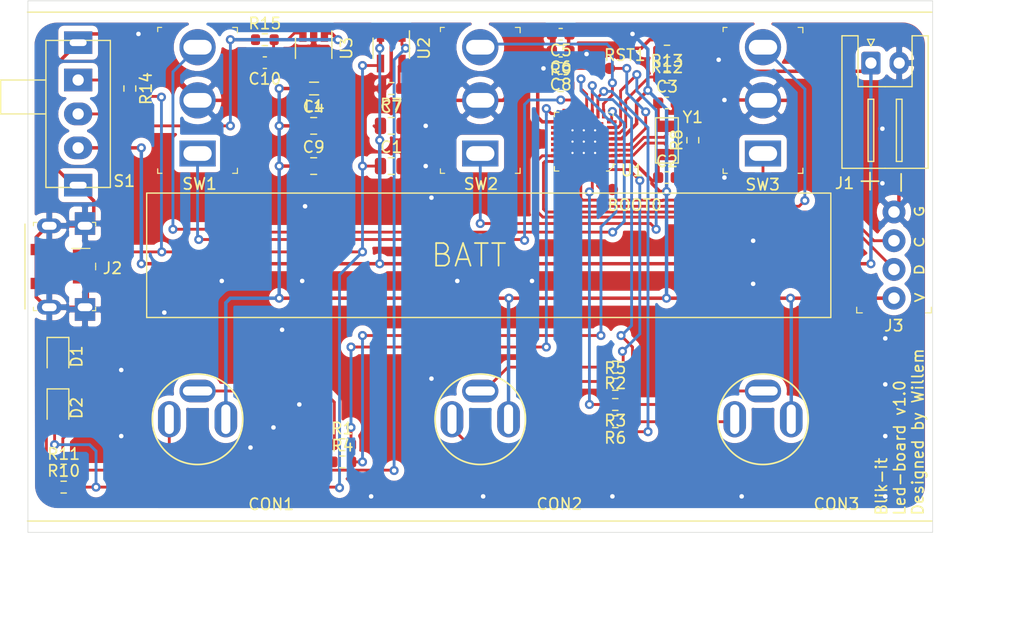
<source format=kicad_pcb>
(kicad_pcb (version 20171130) (host pcbnew "(5.1.9-0-10_14)")

  (general
    (thickness 1.6)
    (drawings 20)
    (tracks 506)
    (zones 0)
    (modules 44)
    (nets 50)
  )

  (page A4)
  (layers
    (0 F.Cu signal)
    (31 B.Cu signal)
    (32 B.Adhes user)
    (33 F.Adhes user)
    (34 B.Paste user hide)
    (35 F.Paste user)
    (36 B.SilkS user)
    (37 F.SilkS user hide)
    (38 B.Mask user)
    (39 F.Mask user)
    (40 Dwgs.User user)
    (41 Cmts.User user)
    (42 Eco1.User user)
    (43 Eco2.User user)
    (44 Edge.Cuts user)
    (45 Margin user)
    (46 B.CrtYd user hide)
    (47 F.CrtYd user)
    (48 B.Fab user hide)
    (49 F.Fab user hide)
  )

  (setup
    (last_trace_width 0.25)
    (trace_clearance 0.2)
    (zone_clearance 0.508)
    (zone_45_only no)
    (trace_min 0.2)
    (via_size 0.8)
    (via_drill 0.4)
    (via_min_size 0.4)
    (via_min_drill 0.3)
    (uvia_size 0.3)
    (uvia_drill 0.1)
    (uvias_allowed no)
    (uvia_min_size 0.2)
    (uvia_min_drill 0.1)
    (edge_width 0.05)
    (segment_width 0.2)
    (pcb_text_width 0.3)
    (pcb_text_size 1.5 1.5)
    (mod_edge_width 0.12)
    (mod_text_size 1 1)
    (mod_text_width 0.15)
    (pad_size 2 2.5)
    (pad_drill 0.6)
    (pad_to_mask_clearance 0)
    (aux_axis_origin 0 0)
    (grid_origin 14.986 -9.144)
    (visible_elements FFFFFF7F)
    (pcbplotparams
      (layerselection 0x010f0_ffffffff)
      (usegerberextensions false)
      (usegerberattributes false)
      (usegerberadvancedattributes false)
      (creategerberjobfile false)
      (excludeedgelayer true)
      (linewidth 0.100000)
      (plotframeref false)
      (viasonmask false)
      (mode 1)
      (useauxorigin false)
      (hpglpennumber 1)
      (hpglpenspeed 20)
      (hpglpendiameter 15.000000)
      (psnegative false)
      (psa4output false)
      (plotreference true)
      (plotvalue false)
      (plotinvisibletext false)
      (padsonsilk true)
      (subtractmaskfromsilk false)
      (outputformat 1)
      (mirror false)
      (drillshape 0)
      (scaleselection 1)
      (outputdirectory "gerber/"))
  )

  (net 0 "")
  (net 1 GND)
  (net 2 VBUS)
  (net 3 "Net-(C2-Pad1)")
  (net 4 "Net-(C3-Pad1)")
  (net 5 +3V3)
  (net 6 +BATT)
  (net 7 RST)
  (net 8 "Net-(CON1-Pad1)")
  (net 9 "Net-(CON1-Pad2)")
  (net 10 "Net-(CON2-Pad1)")
  (net 11 "Net-(CON2-Pad2)")
  (net 12 "Net-(CON3-Pad1)")
  (net 13 "Net-(CON3-Pad2)")
  (net 14 "Net-(D1-Pad2)")
  (net 15 "Net-(J2-Pad2)")
  (net 16 "Net-(J2-Pad3)")
  (net 17 SWCLK)
  (net 18 SWDIO)
  (net 19 "Net-(L1-Pad1)")
  (net 20 LED1)
  (net 21 LED2)
  (net 22 LED3)
  (net 23 DET1)
  (net 24 DET2)
  (net 25 DET3)
  (net 26 "Net-(R7-Pad1)")
  (net 27 "Net-(R11-Pad2)")
  (net 28 MEAS_VBATT)
  (net 29 SWITCH12)
  (net 30 SWITCH1)
  (net 31 SWITCH22)
  (net 32 SWITCH2)
  (net 33 SWITCH32)
  (net 34 SWITCH3)
  (net 35 "Net-(U1-Pad25)")
  (net 36 "Net-(U1-Pad15)")
  (net 37 "Net-(U1-Pad18)")
  (net 38 "Net-(U1-Pad19)")
  (net 39 "Net-(U1-Pad20)")
  (net 40 "Net-(U1-Pad21)")
  (net 41 "Net-(U1-Pad22)")
  (net 42 "Net-(U1-Pad26)")
  (net 43 "Net-(R14-Pad1)")
  (net 44 +BATT_SWITCHED)
  (net 45 "Net-(U1-Pad27)")
  (net 46 "Net-(U1-Pad14)")
  (net 47 "Net-(BOOT0-Pad1)")
  (net 48 "Net-(C10-Pad1)")
  (net 49 "Net-(D2-Pad1)")

  (net_class Default "This is the default net class."
    (clearance 0.2)
    (trace_width 0.25)
    (via_dia 0.8)
    (via_drill 0.4)
    (uvia_dia 0.3)
    (uvia_drill 0.1)
    (add_net DET1)
    (add_net DET2)
    (add_net DET3)
    (add_net LED1)
    (add_net LED2)
    (add_net LED3)
    (add_net MEAS_VBATT)
    (add_net "Net-(BOOT0-Pad1)")
    (add_net "Net-(C10-Pad1)")
    (add_net "Net-(C2-Pad1)")
    (add_net "Net-(C3-Pad1)")
    (add_net "Net-(CON1-Pad1)")
    (add_net "Net-(CON1-Pad2)")
    (add_net "Net-(CON2-Pad1)")
    (add_net "Net-(CON2-Pad2)")
    (add_net "Net-(CON3-Pad1)")
    (add_net "Net-(CON3-Pad2)")
    (add_net "Net-(D1-Pad2)")
    (add_net "Net-(D2-Pad1)")
    (add_net "Net-(J2-Pad2)")
    (add_net "Net-(J2-Pad3)")
    (add_net "Net-(L1-Pad1)")
    (add_net "Net-(R11-Pad2)")
    (add_net "Net-(R14-Pad1)")
    (add_net "Net-(R7-Pad1)")
    (add_net "Net-(U1-Pad14)")
    (add_net "Net-(U1-Pad15)")
    (add_net "Net-(U1-Pad18)")
    (add_net "Net-(U1-Pad19)")
    (add_net "Net-(U1-Pad20)")
    (add_net "Net-(U1-Pad21)")
    (add_net "Net-(U1-Pad22)")
    (add_net "Net-(U1-Pad25)")
    (add_net "Net-(U1-Pad26)")
    (add_net "Net-(U1-Pad27)")
    (add_net RST)
    (add_net SWCLK)
    (add_net SWDIO)
    (add_net SWITCH1)
    (add_net SWITCH12)
    (add_net SWITCH2)
    (add_net SWITCH22)
    (add_net SWITCH3)
    (add_net SWITCH32)
    (add_net VBUS)
  )

  (net_class POWER ""
    (clearance 0.2)
    (trace_width 0.3048)
    (via_dia 0.8)
    (via_drill 0.4)
    (uvia_dia 0.3)
    (uvia_drill 0.1)
    (add_net +3V3)
    (add_net +BATT)
    (add_net +BATT_SWITCHED)
    (add_net GND)
  )

  (module Package_TO_SOT_SMD:SOT-23-5_HandSoldering (layer F.Cu) (tedit 5A0AB76C) (tstamp 60282101)
    (at 130.302 76.708 270)
    (descr "5-pin SOT23 package")
    (tags "SOT-23-5 hand-soldering")
    (path /604D4EA0)
    (attr smd)
    (fp_text reference U3 (at 0 -2.9 90) (layer F.SilkS)
      (effects (font (size 1 1) (thickness 0.15)))
    )
    (fp_text value LM3671MF-3.3 (at 0 2.9 90) (layer F.Fab)
      (effects (font (size 1 1) (thickness 0.15)))
    )
    (fp_text user %R (at 0 0) (layer F.Fab)
      (effects (font (size 0.5 0.5) (thickness 0.075)))
    )
    (fp_line (start -0.9 1.61) (end 0.9 1.61) (layer F.SilkS) (width 0.12))
    (fp_line (start 0.9 -1.61) (end -1.55 -1.61) (layer F.SilkS) (width 0.12))
    (fp_line (start -0.9 -0.9) (end -0.25 -1.55) (layer F.Fab) (width 0.1))
    (fp_line (start 0.9 -1.55) (end -0.25 -1.55) (layer F.Fab) (width 0.1))
    (fp_line (start -0.9 -0.9) (end -0.9 1.55) (layer F.Fab) (width 0.1))
    (fp_line (start 0.9 1.55) (end -0.9 1.55) (layer F.Fab) (width 0.1))
    (fp_line (start 0.9 -1.55) (end 0.9 1.55) (layer F.Fab) (width 0.1))
    (fp_line (start -2.38 -1.8) (end 2.38 -1.8) (layer F.CrtYd) (width 0.05))
    (fp_line (start -2.38 -1.8) (end -2.38 1.8) (layer F.CrtYd) (width 0.05))
    (fp_line (start 2.38 1.8) (end 2.38 -1.8) (layer F.CrtYd) (width 0.05))
    (fp_line (start 2.38 1.8) (end -2.38 1.8) (layer F.CrtYd) (width 0.05))
    (pad 5 smd rect (at 1.35 -0.95 270) (size 1.56 0.65) (layers F.Cu F.Paste F.Mask)
      (net 19 "Net-(L1-Pad1)"))
    (pad 4 smd rect (at 1.35 0.95 270) (size 1.56 0.65) (layers F.Cu F.Paste F.Mask)
      (net 5 +3V3))
    (pad 3 smd rect (at -1.35 0.95 270) (size 1.56 0.65) (layers F.Cu F.Paste F.Mask)
      (net 48 "Net-(C10-Pad1)"))
    (pad 2 smd rect (at -1.35 0 270) (size 1.56 0.65) (layers F.Cu F.Paste F.Mask)
      (net 1 GND))
    (pad 1 smd rect (at -1.35 -0.95 270) (size 1.56 0.65) (layers F.Cu F.Paste F.Mask)
      (net 44 +BATT_SWITCHED))
    (model ${KISYS3DMOD}/Package_TO_SOT_SMD.3dshapes/SOT-23-5.wrl
      (at (xyz 0 0 0))
      (scale (xyz 1 1 1))
      (rotate (xyz 0 0 0))
    )
  )

  (module Package_TO_SOT_SMD:SOT-23-5_HandSoldering (layer F.Cu) (tedit 5A0AB76C) (tstamp 6052D355)
    (at 137.16 76.708 270)
    (descr "5-pin SOT23 package")
    (tags "SOT-23-5 hand-soldering")
    (path /60220E3E)
    (attr smd)
    (fp_text reference U2 (at 0 -2.9 90) (layer F.SilkS)
      (effects (font (size 1 1) (thickness 0.15)))
    )
    (fp_text value MCP73832T-2ACI_OT (at 0 2.9 90) (layer F.Fab)
      (effects (font (size 1 1) (thickness 0.15)))
    )
    (fp_text user %R (at 0 0) (layer F.Fab)
      (effects (font (size 0.5 0.5) (thickness 0.075)))
    )
    (fp_line (start -0.9 1.61) (end 0.9 1.61) (layer F.SilkS) (width 0.12))
    (fp_line (start 0.9 -1.61) (end -1.55 -1.61) (layer F.SilkS) (width 0.12))
    (fp_line (start -0.9 -0.9) (end -0.25 -1.55) (layer F.Fab) (width 0.1))
    (fp_line (start 0.9 -1.55) (end -0.25 -1.55) (layer F.Fab) (width 0.1))
    (fp_line (start -0.9 -0.9) (end -0.9 1.55) (layer F.Fab) (width 0.1))
    (fp_line (start 0.9 1.55) (end -0.9 1.55) (layer F.Fab) (width 0.1))
    (fp_line (start 0.9 -1.55) (end 0.9 1.55) (layer F.Fab) (width 0.1))
    (fp_line (start -2.38 -1.8) (end 2.38 -1.8) (layer F.CrtYd) (width 0.05))
    (fp_line (start -2.38 -1.8) (end -2.38 1.8) (layer F.CrtYd) (width 0.05))
    (fp_line (start 2.38 1.8) (end 2.38 -1.8) (layer F.CrtYd) (width 0.05))
    (fp_line (start 2.38 1.8) (end -2.38 1.8) (layer F.CrtYd) (width 0.05))
    (pad 5 smd rect (at 1.35 -0.95 270) (size 1.56 0.65) (layers F.Cu F.Paste F.Mask)
      (net 26 "Net-(R7-Pad1)"))
    (pad 4 smd rect (at 1.35 0.95 270) (size 1.56 0.65) (layers F.Cu F.Paste F.Mask)
      (net 2 VBUS))
    (pad 3 smd rect (at -1.35 0.95 270) (size 1.56 0.65) (layers F.Cu F.Paste F.Mask)
      (net 6 +BATT))
    (pad 2 smd rect (at -1.35 0 270) (size 1.56 0.65) (layers F.Cu F.Paste F.Mask)
      (net 1 GND))
    (pad 1 smd rect (at -1.35 -0.95 270) (size 1.56 0.65) (layers F.Cu F.Paste F.Mask)
      (net 27 "Net-(R11-Pad2)"))
    (model ${KISYS3DMOD}/Package_TO_SOT_SMD.3dshapes/SOT-23-5.wrl
      (at (xyz 0 0 0))
      (scale (xyz 1 1 1))
      (rotate (xyz 0 0 0))
    )
  )

  (module Resistor_SMD:R_0603_1608Metric (layer F.Cu) (tedit 5F68FEEE) (tstamp 6021C2F0)
    (at 161.544 79.248)
    (descr "Resistor SMD 0603 (1608 Metric), square (rectangular) end terminal, IPC_7351 nominal, (Body size source: IPC-SM-782 page 72, https://www.pcb-3d.com/wordpress/wp-content/uploads/ipc-sm-782a_amendment_1_and_2.pdf), generated with kicad-footprint-generator")
    (tags resistor)
    (path /60403C7A)
    (attr smd)
    (fp_text reference R13 (at 0 -1.43) (layer F.SilkS)
      (effects (font (size 1 1) (thickness 0.15)))
    )
    (fp_text value 100K (at 0 1.43) (layer F.Fab)
      (effects (font (size 1 1) (thickness 0.15)))
    )
    (fp_text user %R (at 0 0) (layer F.Fab)
      (effects (font (size 0.4 0.4) (thickness 0.06)))
    )
    (fp_line (start -0.8 0.4125) (end -0.8 -0.4125) (layer F.Fab) (width 0.1))
    (fp_line (start -0.8 -0.4125) (end 0.8 -0.4125) (layer F.Fab) (width 0.1))
    (fp_line (start 0.8 -0.4125) (end 0.8 0.4125) (layer F.Fab) (width 0.1))
    (fp_line (start 0.8 0.4125) (end -0.8 0.4125) (layer F.Fab) (width 0.1))
    (fp_line (start -0.237258 -0.5225) (end 0.237258 -0.5225) (layer F.SilkS) (width 0.12))
    (fp_line (start -0.237258 0.5225) (end 0.237258 0.5225) (layer F.SilkS) (width 0.12))
    (fp_line (start -1.48 0.73) (end -1.48 -0.73) (layer F.CrtYd) (width 0.05))
    (fp_line (start -1.48 -0.73) (end 1.48 -0.73) (layer F.CrtYd) (width 0.05))
    (fp_line (start 1.48 -0.73) (end 1.48 0.73) (layer F.CrtYd) (width 0.05))
    (fp_line (start 1.48 0.73) (end -1.48 0.73) (layer F.CrtYd) (width 0.05))
    (pad 2 smd roundrect (at 0.825 0) (size 0.8 0.95) (layers F.Cu F.Paste F.Mask) (roundrect_rratio 0.25)
      (net 1 GND))
    (pad 1 smd roundrect (at -0.825 0) (size 0.8 0.95) (layers F.Cu F.Paste F.Mask) (roundrect_rratio 0.25)
      (net 28 MEAS_VBATT))
    (model ${KISYS3DMOD}/Resistor_SMD.3dshapes/R_0603_1608Metric.wrl
      (at (xyz 0 0 0))
      (scale (xyz 1 1 1))
      (rotate (xyz 0 0 0))
    )
  )

  (module Resistor_SMD:R_0603_1608Metric (layer F.Cu) (tedit 5F68FEEE) (tstamp 6021C2DC)
    (at 161.544 76.962 180)
    (descr "Resistor SMD 0603 (1608 Metric), square (rectangular) end terminal, IPC_7351 nominal, (Body size source: IPC-SM-782 page 72, https://www.pcb-3d.com/wordpress/wp-content/uploads/ipc-sm-782a_amendment_1_and_2.pdf), generated with kicad-footprint-generator")
    (tags resistor)
    (path /6040529B)
    (attr smd)
    (fp_text reference R12 (at 0 -1.43) (layer F.SilkS)
      (effects (font (size 1 1) (thickness 0.15)))
    )
    (fp_text value 220K (at 0 1.43) (layer F.Fab)
      (effects (font (size 1 1) (thickness 0.15)))
    )
    (fp_text user %R (at 0 0) (layer F.Fab)
      (effects (font (size 0.4 0.4) (thickness 0.06)))
    )
    (fp_line (start -0.8 0.4125) (end -0.8 -0.4125) (layer F.Fab) (width 0.1))
    (fp_line (start -0.8 -0.4125) (end 0.8 -0.4125) (layer F.Fab) (width 0.1))
    (fp_line (start 0.8 -0.4125) (end 0.8 0.4125) (layer F.Fab) (width 0.1))
    (fp_line (start 0.8 0.4125) (end -0.8 0.4125) (layer F.Fab) (width 0.1))
    (fp_line (start -0.237258 -0.5225) (end 0.237258 -0.5225) (layer F.SilkS) (width 0.12))
    (fp_line (start -0.237258 0.5225) (end 0.237258 0.5225) (layer F.SilkS) (width 0.12))
    (fp_line (start -1.48 0.73) (end -1.48 -0.73) (layer F.CrtYd) (width 0.05))
    (fp_line (start -1.48 -0.73) (end 1.48 -0.73) (layer F.CrtYd) (width 0.05))
    (fp_line (start 1.48 -0.73) (end 1.48 0.73) (layer F.CrtYd) (width 0.05))
    (fp_line (start 1.48 0.73) (end -1.48 0.73) (layer F.CrtYd) (width 0.05))
    (pad 2 smd roundrect (at 0.825 0 180) (size 0.8 0.95) (layers F.Cu F.Paste F.Mask) (roundrect_rratio 0.25)
      (net 28 MEAS_VBATT))
    (pad 1 smd roundrect (at -0.825 0 180) (size 0.8 0.95) (layers F.Cu F.Paste F.Mask) (roundrect_rratio 0.25)
      (net 6 +BATT))
    (model ${KISYS3DMOD}/Resistor_SMD.3dshapes/R_0603_1608Metric.wrl
      (at (xyz 0 0 0))
      (scale (xyz 1 1 1))
      (rotate (xyz 0 0 0))
    )
  )

  (module Resistor_SMD:R_0603_1608Metric (layer F.Cu) (tedit 5F68FEEE) (tstamp 6021C2C8)
    (at 108.19288 114.012)
    (descr "Resistor SMD 0603 (1608 Metric), square (rectangular) end terminal, IPC_7351 nominal, (Body size source: IPC-SM-782 page 72, https://www.pcb-3d.com/wordpress/wp-content/uploads/ipc-sm-782a_amendment_1_and_2.pdf), generated with kicad-footprint-generator")
    (tags resistor)
    (path /602AF25A)
    (attr smd)
    (fp_text reference R11 (at 0 -1.43) (layer F.SilkS)
      (effects (font (size 1 1) (thickness 0.15)))
    )
    (fp_text value 470E (at 0 1.43) (layer F.Fab)
      (effects (font (size 1 1) (thickness 0.15)))
    )
    (fp_text user %R (at 0 0) (layer F.Fab)
      (effects (font (size 0.4 0.4) (thickness 0.06)))
    )
    (fp_line (start -0.8 0.4125) (end -0.8 -0.4125) (layer F.Fab) (width 0.1))
    (fp_line (start -0.8 -0.4125) (end 0.8 -0.4125) (layer F.Fab) (width 0.1))
    (fp_line (start 0.8 -0.4125) (end 0.8 0.4125) (layer F.Fab) (width 0.1))
    (fp_line (start 0.8 0.4125) (end -0.8 0.4125) (layer F.Fab) (width 0.1))
    (fp_line (start -0.237258 -0.5225) (end 0.237258 -0.5225) (layer F.SilkS) (width 0.12))
    (fp_line (start -0.237258 0.5225) (end 0.237258 0.5225) (layer F.SilkS) (width 0.12))
    (fp_line (start -1.48 0.73) (end -1.48 -0.73) (layer F.CrtYd) (width 0.05))
    (fp_line (start -1.48 -0.73) (end 1.48 -0.73) (layer F.CrtYd) (width 0.05))
    (fp_line (start 1.48 -0.73) (end 1.48 0.73) (layer F.CrtYd) (width 0.05))
    (fp_line (start 1.48 0.73) (end -1.48 0.73) (layer F.CrtYd) (width 0.05))
    (pad 2 smd roundrect (at 0.825 0) (size 0.8 0.95) (layers F.Cu F.Paste F.Mask) (roundrect_rratio 0.25)
      (net 27 "Net-(R11-Pad2)"))
    (pad 1 smd roundrect (at -0.825 0) (size 0.8 0.95) (layers F.Cu F.Paste F.Mask) (roundrect_rratio 0.25)
      (net 49 "Net-(D2-Pad1)"))
    (model ${KISYS3DMOD}/Resistor_SMD.3dshapes/R_0603_1608Metric.wrl
      (at (xyz 0 0 0))
      (scale (xyz 1 1 1))
      (rotate (xyz 0 0 0))
    )
  )

  (module Resistor_SMD:R_0603_1608Metric (layer F.Cu) (tedit 5F68FEEE) (tstamp 6021C2B4)
    (at 108.19288 115.512)
    (descr "Resistor SMD 0603 (1608 Metric), square (rectangular) end terminal, IPC_7351 nominal, (Body size source: IPC-SM-782 page 72, https://www.pcb-3d.com/wordpress/wp-content/uploads/ipc-sm-782a_amendment_1_and_2.pdf), generated with kicad-footprint-generator")
    (tags resistor)
    (path /602AE2E0)
    (attr smd)
    (fp_text reference R10 (at 0 -1.43) (layer F.SilkS)
      (effects (font (size 1 1) (thickness 0.15)))
    )
    (fp_text value 470E (at 0 1.43) (layer F.Fab)
      (effects (font (size 1 1) (thickness 0.15)))
    )
    (fp_text user %R (at 0 0) (layer F.Fab)
      (effects (font (size 0.4 0.4) (thickness 0.06)))
    )
    (fp_line (start -0.8 0.4125) (end -0.8 -0.4125) (layer F.Fab) (width 0.1))
    (fp_line (start -0.8 -0.4125) (end 0.8 -0.4125) (layer F.Fab) (width 0.1))
    (fp_line (start 0.8 -0.4125) (end 0.8 0.4125) (layer F.Fab) (width 0.1))
    (fp_line (start 0.8 0.4125) (end -0.8 0.4125) (layer F.Fab) (width 0.1))
    (fp_line (start -0.237258 -0.5225) (end 0.237258 -0.5225) (layer F.SilkS) (width 0.12))
    (fp_line (start -0.237258 0.5225) (end 0.237258 0.5225) (layer F.SilkS) (width 0.12))
    (fp_line (start -1.48 0.73) (end -1.48 -0.73) (layer F.CrtYd) (width 0.05))
    (fp_line (start -1.48 -0.73) (end 1.48 -0.73) (layer F.CrtYd) (width 0.05))
    (fp_line (start 1.48 -0.73) (end 1.48 0.73) (layer F.CrtYd) (width 0.05))
    (fp_line (start 1.48 0.73) (end -1.48 0.73) (layer F.CrtYd) (width 0.05))
    (pad 2 smd roundrect (at 0.825 0) (size 0.8 0.95) (layers F.Cu F.Paste F.Mask) (roundrect_rratio 0.25)
      (net 2 VBUS))
    (pad 1 smd roundrect (at -0.825 0) (size 0.8 0.95) (layers F.Cu F.Paste F.Mask) (roundrect_rratio 0.25)
      (net 14 "Net-(D1-Pad2)"))
    (model ${KISYS3DMOD}/Resistor_SMD.3dshapes/R_0603_1608Metric.wrl
      (at (xyz 0 0 0))
      (scale (xyz 1 1 1))
      (rotate (xyz 0 0 0))
    )
  )

  (module Resistor_SMD:R_0603_1608Metric (layer F.Cu) (tedit 5F68FEEE) (tstamp 6021C2A0)
    (at 152.146 80.01)
    (descr "Resistor SMD 0603 (1608 Metric), square (rectangular) end terminal, IPC_7351 nominal, (Body size source: IPC-SM-782 page 72, https://www.pcb-3d.com/wordpress/wp-content/uploads/ipc-sm-782a_amendment_1_and_2.pdf), generated with kicad-footprint-generator")
    (tags resistor)
    (path /602E1D33)
    (attr smd)
    (fp_text reference R9 (at 0 -1.43) (layer F.SilkS)
      (effects (font (size 1 1) (thickness 0.15)))
    )
    (fp_text value 1K (at 0 1.43) (layer F.Fab)
      (effects (font (size 1 1) (thickness 0.15)))
    )
    (fp_text user %R (at 0 0) (layer F.Fab)
      (effects (font (size 0.4 0.4) (thickness 0.06)))
    )
    (fp_line (start -0.8 0.4125) (end -0.8 -0.4125) (layer F.Fab) (width 0.1))
    (fp_line (start -0.8 -0.4125) (end 0.8 -0.4125) (layer F.Fab) (width 0.1))
    (fp_line (start 0.8 -0.4125) (end 0.8 0.4125) (layer F.Fab) (width 0.1))
    (fp_line (start 0.8 0.4125) (end -0.8 0.4125) (layer F.Fab) (width 0.1))
    (fp_line (start -0.237258 -0.5225) (end 0.237258 -0.5225) (layer F.SilkS) (width 0.12))
    (fp_line (start -0.237258 0.5225) (end 0.237258 0.5225) (layer F.SilkS) (width 0.12))
    (fp_line (start -1.48 0.73) (end -1.48 -0.73) (layer F.CrtYd) (width 0.05))
    (fp_line (start -1.48 -0.73) (end 1.48 -0.73) (layer F.CrtYd) (width 0.05))
    (fp_line (start 1.48 -0.73) (end 1.48 0.73) (layer F.CrtYd) (width 0.05))
    (fp_line (start 1.48 0.73) (end -1.48 0.73) (layer F.CrtYd) (width 0.05))
    (pad 2 smd roundrect (at 0.825 0) (size 0.8 0.95) (layers F.Cu F.Paste F.Mask) (roundrect_rratio 0.25)
      (net 7 RST))
    (pad 1 smd roundrect (at -0.825 0) (size 0.8 0.95) (layers F.Cu F.Paste F.Mask) (roundrect_rratio 0.25)
      (net 5 +3V3))
    (model ${KISYS3DMOD}/Resistor_SMD.3dshapes/R_0603_1608Metric.wrl
      (at (xyz 0 0 0))
      (scale (xyz 1 1 1))
      (rotate (xyz 0 0 0))
    )
  )

  (module Resistor_SMD:R_0603_1608Metric (layer F.Cu) (tedit 5F68FEEE) (tstamp 6021C28C)
    (at 163.83 84.836 90)
    (descr "Resistor SMD 0603 (1608 Metric), square (rectangular) end terminal, IPC_7351 nominal, (Body size source: IPC-SM-782 page 72, https://www.pcb-3d.com/wordpress/wp-content/uploads/ipc-sm-782a_amendment_1_and_2.pdf), generated with kicad-footprint-generator")
    (tags resistor)
    (path /603F8E75)
    (attr smd)
    (fp_text reference R8 (at 0 -1.43 90) (layer F.SilkS)
      (effects (font (size 1 1) (thickness 0.15)))
    )
    (fp_text value 1M (at 0 1.43 90) (layer F.Fab)
      (effects (font (size 1 1) (thickness 0.15)))
    )
    (fp_text user %R (at 0 0 90) (layer F.Fab)
      (effects (font (size 0.4 0.4) (thickness 0.06)))
    )
    (fp_line (start -0.8 0.4125) (end -0.8 -0.4125) (layer F.Fab) (width 0.1))
    (fp_line (start -0.8 -0.4125) (end 0.8 -0.4125) (layer F.Fab) (width 0.1))
    (fp_line (start 0.8 -0.4125) (end 0.8 0.4125) (layer F.Fab) (width 0.1))
    (fp_line (start 0.8 0.4125) (end -0.8 0.4125) (layer F.Fab) (width 0.1))
    (fp_line (start -0.237258 -0.5225) (end 0.237258 -0.5225) (layer F.SilkS) (width 0.12))
    (fp_line (start -0.237258 0.5225) (end 0.237258 0.5225) (layer F.SilkS) (width 0.12))
    (fp_line (start -1.48 0.73) (end -1.48 -0.73) (layer F.CrtYd) (width 0.05))
    (fp_line (start -1.48 -0.73) (end 1.48 -0.73) (layer F.CrtYd) (width 0.05))
    (fp_line (start 1.48 -0.73) (end 1.48 0.73) (layer F.CrtYd) (width 0.05))
    (fp_line (start 1.48 0.73) (end -1.48 0.73) (layer F.CrtYd) (width 0.05))
    (pad 2 smd roundrect (at 0.825 0 90) (size 0.8 0.95) (layers F.Cu F.Paste F.Mask) (roundrect_rratio 0.25)
      (net 4 "Net-(C3-Pad1)"))
    (pad 1 smd roundrect (at -0.825 0 90) (size 0.8 0.95) (layers F.Cu F.Paste F.Mask) (roundrect_rratio 0.25)
      (net 3 "Net-(C2-Pad1)"))
    (model ${KISYS3DMOD}/Resistor_SMD.3dshapes/R_0603_1608Metric.wrl
      (at (xyz 0 0 0))
      (scale (xyz 1 1 1))
      (rotate (xyz 0 0 0))
    )
  )

  (module Resistor_SMD:R_0603_1608Metric (layer F.Cu) (tedit 5F68FEEE) (tstamp 6052D2E1)
    (at 137.16 80.264 180)
    (descr "Resistor SMD 0603 (1608 Metric), square (rectangular) end terminal, IPC_7351 nominal, (Body size source: IPC-SM-782 page 72, https://www.pcb-3d.com/wordpress/wp-content/uploads/ipc-sm-782a_amendment_1_and_2.pdf), generated with kicad-footprint-generator")
    (tags resistor)
    (path /60299759)
    (attr smd)
    (fp_text reference R7 (at 0 -1.43) (layer F.SilkS)
      (effects (font (size 1 1) (thickness 0.15)))
    )
    (fp_text value 3K3 (at 0 1.43) (layer F.Fab)
      (effects (font (size 1 1) (thickness 0.15)))
    )
    (fp_text user %R (at 0 0) (layer F.Fab)
      (effects (font (size 0.4 0.4) (thickness 0.06)))
    )
    (fp_line (start -0.8 0.4125) (end -0.8 -0.4125) (layer F.Fab) (width 0.1))
    (fp_line (start -0.8 -0.4125) (end 0.8 -0.4125) (layer F.Fab) (width 0.1))
    (fp_line (start 0.8 -0.4125) (end 0.8 0.4125) (layer F.Fab) (width 0.1))
    (fp_line (start 0.8 0.4125) (end -0.8 0.4125) (layer F.Fab) (width 0.1))
    (fp_line (start -0.237258 -0.5225) (end 0.237258 -0.5225) (layer F.SilkS) (width 0.12))
    (fp_line (start -0.237258 0.5225) (end 0.237258 0.5225) (layer F.SilkS) (width 0.12))
    (fp_line (start -1.48 0.73) (end -1.48 -0.73) (layer F.CrtYd) (width 0.05))
    (fp_line (start -1.48 -0.73) (end 1.48 -0.73) (layer F.CrtYd) (width 0.05))
    (fp_line (start 1.48 -0.73) (end 1.48 0.73) (layer F.CrtYd) (width 0.05))
    (fp_line (start 1.48 0.73) (end -1.48 0.73) (layer F.CrtYd) (width 0.05))
    (pad 2 smd roundrect (at 0.825 0 180) (size 0.8 0.95) (layers F.Cu F.Paste F.Mask) (roundrect_rratio 0.25)
      (net 1 GND))
    (pad 1 smd roundrect (at -0.825 0 180) (size 0.8 0.95) (layers F.Cu F.Paste F.Mask) (roundrect_rratio 0.25)
      (net 26 "Net-(R7-Pad1)"))
    (model ${KISYS3DMOD}/Resistor_SMD.3dshapes/R_0603_1608Metric.wrl
      (at (xyz 0 0 0))
      (scale (xyz 1 1 1))
      (rotate (xyz 0 0 0))
    )
  )

  (module Resistor_SMD:R_0603_1608Metric (layer F.Cu) (tedit 5F68FEEE) (tstamp 6021C264)
    (at 156.972 109.728 180)
    (descr "Resistor SMD 0603 (1608 Metric), square (rectangular) end terminal, IPC_7351 nominal, (Body size source: IPC-SM-782 page 72, https://www.pcb-3d.com/wordpress/wp-content/uploads/ipc-sm-782a_amendment_1_and_2.pdf), generated with kicad-footprint-generator")
    (tags resistor)
    (path /6025CE8E)
    (attr smd)
    (fp_text reference R6 (at 0 -1.43) (layer F.SilkS)
      (effects (font (size 1 1) (thickness 0.15)))
    )
    (fp_text value 10K (at 0 1.43) (layer F.Fab)
      (effects (font (size 1 1) (thickness 0.15)))
    )
    (fp_text user %R (at 0 0) (layer F.Fab)
      (effects (font (size 0.4 0.4) (thickness 0.06)))
    )
    (fp_line (start -0.8 0.4125) (end -0.8 -0.4125) (layer F.Fab) (width 0.1))
    (fp_line (start -0.8 -0.4125) (end 0.8 -0.4125) (layer F.Fab) (width 0.1))
    (fp_line (start 0.8 -0.4125) (end 0.8 0.4125) (layer F.Fab) (width 0.1))
    (fp_line (start 0.8 0.4125) (end -0.8 0.4125) (layer F.Fab) (width 0.1))
    (fp_line (start -0.237258 -0.5225) (end 0.237258 -0.5225) (layer F.SilkS) (width 0.12))
    (fp_line (start -0.237258 0.5225) (end 0.237258 0.5225) (layer F.SilkS) (width 0.12))
    (fp_line (start -1.48 0.73) (end -1.48 -0.73) (layer F.CrtYd) (width 0.05))
    (fp_line (start -1.48 -0.73) (end 1.48 -0.73) (layer F.CrtYd) (width 0.05))
    (fp_line (start 1.48 -0.73) (end 1.48 0.73) (layer F.CrtYd) (width 0.05))
    (fp_line (start 1.48 0.73) (end -1.48 0.73) (layer F.CrtYd) (width 0.05))
    (pad 2 smd roundrect (at 0.825 0 180) (size 0.8 0.95) (layers F.Cu F.Paste F.Mask) (roundrect_rratio 0.25)
      (net 25 DET3))
    (pad 1 smd roundrect (at -0.825 0 180) (size 0.8 0.95) (layers F.Cu F.Paste F.Mask) (roundrect_rratio 0.25)
      (net 13 "Net-(CON3-Pad2)"))
    (model ${KISYS3DMOD}/Resistor_SMD.3dshapes/R_0603_1608Metric.wrl
      (at (xyz 0 0 0))
      (scale (xyz 1 1 1))
      (rotate (xyz 0 0 0))
    )
  )

  (module Resistor_SMD:R_0603_1608Metric (layer F.Cu) (tedit 5F68FEEE) (tstamp 6021C250)
    (at 156.972 106.426)
    (descr "Resistor SMD 0603 (1608 Metric), square (rectangular) end terminal, IPC_7351 nominal, (Body size source: IPC-SM-782 page 72, https://www.pcb-3d.com/wordpress/wp-content/uploads/ipc-sm-782a_amendment_1_and_2.pdf), generated with kicad-footprint-generator")
    (tags resistor)
    (path /6025DA85)
    (attr smd)
    (fp_text reference R5 (at 0 -1.43) (layer F.SilkS)
      (effects (font (size 1 1) (thickness 0.15)))
    )
    (fp_text value 10K (at 0 1.43) (layer F.Fab)
      (effects (font (size 1 1) (thickness 0.15)))
    )
    (fp_text user %R (at 0 0) (layer F.Fab)
      (effects (font (size 0.4 0.4) (thickness 0.06)))
    )
    (fp_line (start -0.8 0.4125) (end -0.8 -0.4125) (layer F.Fab) (width 0.1))
    (fp_line (start -0.8 -0.4125) (end 0.8 -0.4125) (layer F.Fab) (width 0.1))
    (fp_line (start 0.8 -0.4125) (end 0.8 0.4125) (layer F.Fab) (width 0.1))
    (fp_line (start 0.8 0.4125) (end -0.8 0.4125) (layer F.Fab) (width 0.1))
    (fp_line (start -0.237258 -0.5225) (end 0.237258 -0.5225) (layer F.SilkS) (width 0.12))
    (fp_line (start -0.237258 0.5225) (end 0.237258 0.5225) (layer F.SilkS) (width 0.12))
    (fp_line (start -1.48 0.73) (end -1.48 -0.73) (layer F.CrtYd) (width 0.05))
    (fp_line (start -1.48 -0.73) (end 1.48 -0.73) (layer F.CrtYd) (width 0.05))
    (fp_line (start 1.48 -0.73) (end 1.48 0.73) (layer F.CrtYd) (width 0.05))
    (fp_line (start 1.48 0.73) (end -1.48 0.73) (layer F.CrtYd) (width 0.05))
    (pad 2 smd roundrect (at 0.825 0) (size 0.8 0.95) (layers F.Cu F.Paste F.Mask) (roundrect_rratio 0.25)
      (net 24 DET2))
    (pad 1 smd roundrect (at -0.825 0) (size 0.8 0.95) (layers F.Cu F.Paste F.Mask) (roundrect_rratio 0.25)
      (net 11 "Net-(CON2-Pad2)"))
    (model ${KISYS3DMOD}/Resistor_SMD.3dshapes/R_0603_1608Metric.wrl
      (at (xyz 0 0 0))
      (scale (xyz 1 1 1))
      (rotate (xyz 0 0 0))
    )
  )

  (module Resistor_SMD:R_0603_1608Metric (layer F.Cu) (tedit 5F68FEEE) (tstamp 6021C23C)
    (at 132.842 113.284)
    (descr "Resistor SMD 0603 (1608 Metric), square (rectangular) end terminal, IPC_7351 nominal, (Body size source: IPC-SM-782 page 72, https://www.pcb-3d.com/wordpress/wp-content/uploads/ipc-sm-782a_amendment_1_and_2.pdf), generated with kicad-footprint-generator")
    (tags resistor)
    (path /6025E6DF)
    (attr smd)
    (fp_text reference R4 (at 0 -1.43) (layer F.SilkS)
      (effects (font (size 1 1) (thickness 0.15)))
    )
    (fp_text value 10K (at 0 1.43) (layer F.Fab)
      (effects (font (size 1 1) (thickness 0.15)))
    )
    (fp_text user %R (at 0 0) (layer F.Fab)
      (effects (font (size 0.4 0.4) (thickness 0.06)))
    )
    (fp_line (start -0.8 0.4125) (end -0.8 -0.4125) (layer F.Fab) (width 0.1))
    (fp_line (start -0.8 -0.4125) (end 0.8 -0.4125) (layer F.Fab) (width 0.1))
    (fp_line (start 0.8 -0.4125) (end 0.8 0.4125) (layer F.Fab) (width 0.1))
    (fp_line (start 0.8 0.4125) (end -0.8 0.4125) (layer F.Fab) (width 0.1))
    (fp_line (start -0.237258 -0.5225) (end 0.237258 -0.5225) (layer F.SilkS) (width 0.12))
    (fp_line (start -0.237258 0.5225) (end 0.237258 0.5225) (layer F.SilkS) (width 0.12))
    (fp_line (start -1.48 0.73) (end -1.48 -0.73) (layer F.CrtYd) (width 0.05))
    (fp_line (start -1.48 -0.73) (end 1.48 -0.73) (layer F.CrtYd) (width 0.05))
    (fp_line (start 1.48 -0.73) (end 1.48 0.73) (layer F.CrtYd) (width 0.05))
    (fp_line (start 1.48 0.73) (end -1.48 0.73) (layer F.CrtYd) (width 0.05))
    (pad 2 smd roundrect (at 0.825 0) (size 0.8 0.95) (layers F.Cu F.Paste F.Mask) (roundrect_rratio 0.25)
      (net 23 DET1))
    (pad 1 smd roundrect (at -0.825 0) (size 0.8 0.95) (layers F.Cu F.Paste F.Mask) (roundrect_rratio 0.25)
      (net 9 "Net-(CON1-Pad2)"))
    (model ${KISYS3DMOD}/Resistor_SMD.3dshapes/R_0603_1608Metric.wrl
      (at (xyz 0 0 0))
      (scale (xyz 1 1 1))
      (rotate (xyz 0 0 0))
    )
  )

  (module Resistor_SMD:R_0603_1608Metric (layer F.Cu) (tedit 5F68FEEE) (tstamp 6021C228)
    (at 156.972 108.204 180)
    (descr "Resistor SMD 0603 (1608 Metric), square (rectangular) end terminal, IPC_7351 nominal, (Body size source: IPC-SM-782 page 72, https://www.pcb-3d.com/wordpress/wp-content/uploads/ipc-sm-782a_amendment_1_and_2.pdf), generated with kicad-footprint-generator")
    (tags resistor)
    (path /6024FF14)
    (attr smd)
    (fp_text reference R3 (at 0 -1.43) (layer F.SilkS)
      (effects (font (size 1 1) (thickness 0.15)))
    )
    (fp_text value 105E (at 0 1.43) (layer F.Fab)
      (effects (font (size 1 1) (thickness 0.15)))
    )
    (fp_text user %R (at 0 0) (layer F.Fab)
      (effects (font (size 0.4 0.4) (thickness 0.06)))
    )
    (fp_line (start -0.8 0.4125) (end -0.8 -0.4125) (layer F.Fab) (width 0.1))
    (fp_line (start -0.8 -0.4125) (end 0.8 -0.4125) (layer F.Fab) (width 0.1))
    (fp_line (start 0.8 -0.4125) (end 0.8 0.4125) (layer F.Fab) (width 0.1))
    (fp_line (start 0.8 0.4125) (end -0.8 0.4125) (layer F.Fab) (width 0.1))
    (fp_line (start -0.237258 -0.5225) (end 0.237258 -0.5225) (layer F.SilkS) (width 0.12))
    (fp_line (start -0.237258 0.5225) (end 0.237258 0.5225) (layer F.SilkS) (width 0.12))
    (fp_line (start -1.48 0.73) (end -1.48 -0.73) (layer F.CrtYd) (width 0.05))
    (fp_line (start -1.48 -0.73) (end 1.48 -0.73) (layer F.CrtYd) (width 0.05))
    (fp_line (start 1.48 -0.73) (end 1.48 0.73) (layer F.CrtYd) (width 0.05))
    (fp_line (start 1.48 0.73) (end -1.48 0.73) (layer F.CrtYd) (width 0.05))
    (pad 2 smd roundrect (at 0.825 0 180) (size 0.8 0.95) (layers F.Cu F.Paste F.Mask) (roundrect_rratio 0.25)
      (net 22 LED3))
    (pad 1 smd roundrect (at -0.825 0 180) (size 0.8 0.95) (layers F.Cu F.Paste F.Mask) (roundrect_rratio 0.25)
      (net 12 "Net-(CON3-Pad1)"))
    (model ${KISYS3DMOD}/Resistor_SMD.3dshapes/R_0603_1608Metric.wrl
      (at (xyz 0 0 0))
      (scale (xyz 1 1 1))
      (rotate (xyz 0 0 0))
    )
  )

  (module Resistor_SMD:R_0603_1608Metric (layer F.Cu) (tedit 5F68FEEE) (tstamp 6021C214)
    (at 156.972 104.902 180)
    (descr "Resistor SMD 0603 (1608 Metric), square (rectangular) end terminal, IPC_7351 nominal, (Body size source: IPC-SM-782 page 72, https://www.pcb-3d.com/wordpress/wp-content/uploads/ipc-sm-782a_amendment_1_and_2.pdf), generated with kicad-footprint-generator")
    (tags resistor)
    (path /6024E7D0)
    (attr smd)
    (fp_text reference R2 (at 0 -1.43) (layer F.SilkS)
      (effects (font (size 1 1) (thickness 0.15)))
    )
    (fp_text value 105E (at 0 1.43) (layer F.Fab)
      (effects (font (size 1 1) (thickness 0.15)))
    )
    (fp_text user %R (at 0 0) (layer F.Fab)
      (effects (font (size 0.4 0.4) (thickness 0.06)))
    )
    (fp_line (start -0.8 0.4125) (end -0.8 -0.4125) (layer F.Fab) (width 0.1))
    (fp_line (start -0.8 -0.4125) (end 0.8 -0.4125) (layer F.Fab) (width 0.1))
    (fp_line (start 0.8 -0.4125) (end 0.8 0.4125) (layer F.Fab) (width 0.1))
    (fp_line (start 0.8 0.4125) (end -0.8 0.4125) (layer F.Fab) (width 0.1))
    (fp_line (start -0.237258 -0.5225) (end 0.237258 -0.5225) (layer F.SilkS) (width 0.12))
    (fp_line (start -0.237258 0.5225) (end 0.237258 0.5225) (layer F.SilkS) (width 0.12))
    (fp_line (start -1.48 0.73) (end -1.48 -0.73) (layer F.CrtYd) (width 0.05))
    (fp_line (start -1.48 -0.73) (end 1.48 -0.73) (layer F.CrtYd) (width 0.05))
    (fp_line (start 1.48 -0.73) (end 1.48 0.73) (layer F.CrtYd) (width 0.05))
    (fp_line (start 1.48 0.73) (end -1.48 0.73) (layer F.CrtYd) (width 0.05))
    (pad 2 smd roundrect (at 0.825 0 180) (size 0.8 0.95) (layers F.Cu F.Paste F.Mask) (roundrect_rratio 0.25)
      (net 10 "Net-(CON2-Pad1)"))
    (pad 1 smd roundrect (at -0.825 0 180) (size 0.8 0.95) (layers F.Cu F.Paste F.Mask) (roundrect_rratio 0.25)
      (net 21 LED2))
    (model ${KISYS3DMOD}/Resistor_SMD.3dshapes/R_0603_1608Metric.wrl
      (at (xyz 0 0 0))
      (scale (xyz 1 1 1))
      (rotate (xyz 0 0 0))
    )
  )

  (module Resistor_SMD:R_0603_1608Metric (layer F.Cu) (tedit 5F68FEEE) (tstamp 6021C200)
    (at 132.828 111.76)
    (descr "Resistor SMD 0603 (1608 Metric), square (rectangular) end terminal, IPC_7351 nominal, (Body size source: IPC-SM-782 page 72, https://www.pcb-3d.com/wordpress/wp-content/uploads/ipc-sm-782a_amendment_1_and_2.pdf), generated with kicad-footprint-generator")
    (tags resistor)
    (path /6024F4D7)
    (attr smd)
    (fp_text reference R1 (at 0 -1.43) (layer F.SilkS)
      (effects (font (size 1 1) (thickness 0.15)))
    )
    (fp_text value 105E (at 0 1.43) (layer F.Fab)
      (effects (font (size 1 1) (thickness 0.15)))
    )
    (fp_text user %R (at 0 0) (layer F.Fab)
      (effects (font (size 0.4 0.4) (thickness 0.06)))
    )
    (fp_line (start -0.8 0.4125) (end -0.8 -0.4125) (layer F.Fab) (width 0.1))
    (fp_line (start -0.8 -0.4125) (end 0.8 -0.4125) (layer F.Fab) (width 0.1))
    (fp_line (start 0.8 -0.4125) (end 0.8 0.4125) (layer F.Fab) (width 0.1))
    (fp_line (start 0.8 0.4125) (end -0.8 0.4125) (layer F.Fab) (width 0.1))
    (fp_line (start -0.237258 -0.5225) (end 0.237258 -0.5225) (layer F.SilkS) (width 0.12))
    (fp_line (start -0.237258 0.5225) (end 0.237258 0.5225) (layer F.SilkS) (width 0.12))
    (fp_line (start -1.48 0.73) (end -1.48 -0.73) (layer F.CrtYd) (width 0.05))
    (fp_line (start -1.48 -0.73) (end 1.48 -0.73) (layer F.CrtYd) (width 0.05))
    (fp_line (start 1.48 -0.73) (end 1.48 0.73) (layer F.CrtYd) (width 0.05))
    (fp_line (start 1.48 0.73) (end -1.48 0.73) (layer F.CrtYd) (width 0.05))
    (pad 2 smd roundrect (at 0.825 0) (size 0.8 0.95) (layers F.Cu F.Paste F.Mask) (roundrect_rratio 0.25)
      (net 20 LED1))
    (pad 1 smd roundrect (at -0.825 0) (size 0.8 0.95) (layers F.Cu F.Paste F.Mask) (roundrect_rratio 0.25)
      (net 8 "Net-(CON1-Pad1)"))
    (model ${KISYS3DMOD}/Resistor_SMD.3dshapes/R_0603_1608Metric.wrl
      (at (xyz 0 0 0))
      (scale (xyz 1 1 1))
      (rotate (xyz 0 0 0))
    )
  )

  (module Inductor_SMD:L_0805_2012Metric (layer F.Cu) (tedit 5F68FEF0) (tstamp 6021C1EC)
    (at 130.336 80.264 180)
    (descr "Inductor SMD 0805 (2012 Metric), square (rectangular) end terminal, IPC_7351 nominal, (Body size source: IPC-SM-782 page 80, https://www.pcb-3d.com/wordpress/wp-content/uploads/ipc-sm-782a_amendment_1_and_2.pdf), generated with kicad-footprint-generator")
    (tags inductor)
    (path /604EE10C)
    (attr smd)
    (fp_text reference L1 (at 0 -1.55) (layer F.SilkS)
      (effects (font (size 1 1) (thickness 0.15)))
    )
    (fp_text value 2,2uH (at 0 1.55) (layer F.Fab)
      (effects (font (size 1 1) (thickness 0.15)))
    )
    (fp_text user %R (at 0 0) (layer F.Fab)
      (effects (font (size 0.5 0.5) (thickness 0.08)))
    )
    (fp_line (start -1 0.45) (end -1 -0.45) (layer F.Fab) (width 0.1))
    (fp_line (start -1 -0.45) (end 1 -0.45) (layer F.Fab) (width 0.1))
    (fp_line (start 1 -0.45) (end 1 0.45) (layer F.Fab) (width 0.1))
    (fp_line (start 1 0.45) (end -1 0.45) (layer F.Fab) (width 0.1))
    (fp_line (start -0.399622 -0.56) (end 0.399622 -0.56) (layer F.SilkS) (width 0.12))
    (fp_line (start -0.399622 0.56) (end 0.399622 0.56) (layer F.SilkS) (width 0.12))
    (fp_line (start -1.75 0.85) (end -1.75 -0.85) (layer F.CrtYd) (width 0.05))
    (fp_line (start -1.75 -0.85) (end 1.75 -0.85) (layer F.CrtYd) (width 0.05))
    (fp_line (start 1.75 -0.85) (end 1.75 0.85) (layer F.CrtYd) (width 0.05))
    (fp_line (start 1.75 0.85) (end -1.75 0.85) (layer F.CrtYd) (width 0.05))
    (pad 2 smd roundrect (at 1.0625 0 180) (size 0.875 1.2) (layers F.Cu F.Paste F.Mask) (roundrect_rratio 0.25)
      (net 5 +3V3))
    (pad 1 smd roundrect (at -1.0625 0 180) (size 0.875 1.2) (layers F.Cu F.Paste F.Mask) (roundrect_rratio 0.25)
      (net 19 "Net-(L1-Pad1)"))
    (model ${KISYS3DMOD}/Inductor_SMD.3dshapes/L_0805_2012Metric.wrl
      (at (xyz 0 0 0))
      (scale (xyz 1 1 1))
      (rotate (xyz 0 0 0))
    )
  )

  (module Capacitor_SMD:C_0805_2012Metric (layer F.Cu) (tedit 5F68FEEE) (tstamp 6021C0FA)
    (at 130.302 87.122)
    (descr "Capacitor SMD 0805 (2012 Metric), square (rectangular) end terminal, IPC_7351 nominal, (Body size source: IPC-SM-782 page 76, https://www.pcb-3d.com/wordpress/wp-content/uploads/ipc-sm-782a_amendment_1_and_2.pdf, https://docs.google.com/spreadsheets/d/1BsfQQcO9C6DZCsRaXUlFlo91Tg2WpOkGARC1WS5S8t0/edit?usp=sharing), generated with kicad-footprint-generator")
    (tags capacitor)
    (path /60506A3D)
    (attr smd)
    (fp_text reference C9 (at 0 -1.68) (layer F.SilkS)
      (effects (font (size 1 1) (thickness 0.15)))
    )
    (fp_text value 4,7uF (at 0 1.68) (layer F.Fab)
      (effects (font (size 1 1) (thickness 0.15)))
    )
    (fp_text user %R (at 0 0) (layer F.Fab)
      (effects (font (size 0.5 0.5) (thickness 0.08)))
    )
    (fp_line (start -1 0.625) (end -1 -0.625) (layer F.Fab) (width 0.1))
    (fp_line (start -1 -0.625) (end 1 -0.625) (layer F.Fab) (width 0.1))
    (fp_line (start 1 -0.625) (end 1 0.625) (layer F.Fab) (width 0.1))
    (fp_line (start 1 0.625) (end -1 0.625) (layer F.Fab) (width 0.1))
    (fp_line (start -0.261252 -0.735) (end 0.261252 -0.735) (layer F.SilkS) (width 0.12))
    (fp_line (start -0.261252 0.735) (end 0.261252 0.735) (layer F.SilkS) (width 0.12))
    (fp_line (start -1.7 0.98) (end -1.7 -0.98) (layer F.CrtYd) (width 0.05))
    (fp_line (start -1.7 -0.98) (end 1.7 -0.98) (layer F.CrtYd) (width 0.05))
    (fp_line (start 1.7 -0.98) (end 1.7 0.98) (layer F.CrtYd) (width 0.05))
    (fp_line (start 1.7 0.98) (end -1.7 0.98) (layer F.CrtYd) (width 0.05))
    (pad 2 smd roundrect (at 0.95 0) (size 1 1.45) (layers F.Cu F.Paste F.Mask) (roundrect_rratio 0.25)
      (net 1 GND))
    (pad 1 smd roundrect (at -0.95 0) (size 1 1.45) (layers F.Cu F.Paste F.Mask) (roundrect_rratio 0.25)
      (net 5 +3V3))
    (model ${KISYS3DMOD}/Capacitor_SMD.3dshapes/C_0805_2012Metric.wrl
      (at (xyz 0 0 0))
      (scale (xyz 1 1 1))
      (rotate (xyz 0 0 0))
    )
  )

  (module Capacitor_SMD:C_0603_1608Metric (layer F.Cu) (tedit 5F68FEEE) (tstamp 6021C0E7)
    (at 152.146 78.486 180)
    (descr "Capacitor SMD 0603 (1608 Metric), square (rectangular) end terminal, IPC_7351 nominal, (Body size source: IPC-SM-782 page 76, https://www.pcb-3d.com/wordpress/wp-content/uploads/ipc-sm-782a_amendment_1_and_2.pdf), generated with kicad-footprint-generator")
    (tags capacitor)
    (path /602F7127)
    (attr smd)
    (fp_text reference C8 (at 0 -1.43) (layer F.SilkS)
      (effects (font (size 1 1) (thickness 0.15)))
    )
    (fp_text value 100nF (at 0 1.43) (layer F.Fab)
      (effects (font (size 1 1) (thickness 0.15)))
    )
    (fp_text user %R (at 0 0) (layer F.Fab)
      (effects (font (size 0.4 0.4) (thickness 0.06)))
    )
    (fp_line (start -0.8 0.4) (end -0.8 -0.4) (layer F.Fab) (width 0.1))
    (fp_line (start -0.8 -0.4) (end 0.8 -0.4) (layer F.Fab) (width 0.1))
    (fp_line (start 0.8 -0.4) (end 0.8 0.4) (layer F.Fab) (width 0.1))
    (fp_line (start 0.8 0.4) (end -0.8 0.4) (layer F.Fab) (width 0.1))
    (fp_line (start -0.14058 -0.51) (end 0.14058 -0.51) (layer F.SilkS) (width 0.12))
    (fp_line (start -0.14058 0.51) (end 0.14058 0.51) (layer F.SilkS) (width 0.12))
    (fp_line (start -1.48 0.73) (end -1.48 -0.73) (layer F.CrtYd) (width 0.05))
    (fp_line (start -1.48 -0.73) (end 1.48 -0.73) (layer F.CrtYd) (width 0.05))
    (fp_line (start 1.48 -0.73) (end 1.48 0.73) (layer F.CrtYd) (width 0.05))
    (fp_line (start 1.48 0.73) (end -1.48 0.73) (layer F.CrtYd) (width 0.05))
    (pad 2 smd roundrect (at 0.775 0 180) (size 0.9 0.95) (layers F.Cu F.Paste F.Mask) (roundrect_rratio 0.25)
      (net 1 GND))
    (pad 1 smd roundrect (at -0.775 0 180) (size 0.9 0.95) (layers F.Cu F.Paste F.Mask) (roundrect_rratio 0.25)
      (net 7 RST))
    (model ${KISYS3DMOD}/Capacitor_SMD.3dshapes/C_0603_1608Metric.wrl
      (at (xyz 0 0 0))
      (scale (xyz 1 1 1))
      (rotate (xyz 0 0 0))
    )
  )

  (module Capacitor_SMD:C_0805_2012Metric (layer F.Cu) (tedit 5F68FEEE) (tstamp 6021C0D3)
    (at 137.16 83.566)
    (descr "Capacitor SMD 0805 (2012 Metric), square (rectangular) end terminal, IPC_7351 nominal, (Body size source: IPC-SM-782 page 76, https://www.pcb-3d.com/wordpress/wp-content/uploads/ipc-sm-782a_amendment_1_and_2.pdf, https://docs.google.com/spreadsheets/d/1BsfQQcO9C6DZCsRaXUlFlo91Tg2WpOkGARC1WS5S8t0/edit?usp=sharing), generated with kicad-footprint-generator")
    (tags capacitor)
    (path /6043A641)
    (attr smd)
    (fp_text reference C7 (at 0 -1.68) (layer F.SilkS)
      (effects (font (size 1 1) (thickness 0.15)))
    )
    (fp_text value 4,7uF (at 0 1.68) (layer F.Fab)
      (effects (font (size 1 1) (thickness 0.15)))
    )
    (fp_text user %R (at 0 0) (layer F.Fab)
      (effects (font (size 0.5 0.5) (thickness 0.08)))
    )
    (fp_line (start -1 0.625) (end -1 -0.625) (layer F.Fab) (width 0.1))
    (fp_line (start -1 -0.625) (end 1 -0.625) (layer F.Fab) (width 0.1))
    (fp_line (start 1 -0.625) (end 1 0.625) (layer F.Fab) (width 0.1))
    (fp_line (start 1 0.625) (end -1 0.625) (layer F.Fab) (width 0.1))
    (fp_line (start -0.261252 -0.735) (end 0.261252 -0.735) (layer F.SilkS) (width 0.12))
    (fp_line (start -0.261252 0.735) (end 0.261252 0.735) (layer F.SilkS) (width 0.12))
    (fp_line (start -1.7 0.98) (end -1.7 -0.98) (layer F.CrtYd) (width 0.05))
    (fp_line (start -1.7 -0.98) (end 1.7 -0.98) (layer F.CrtYd) (width 0.05))
    (fp_line (start 1.7 -0.98) (end 1.7 0.98) (layer F.CrtYd) (width 0.05))
    (fp_line (start 1.7 0.98) (end -1.7 0.98) (layer F.CrtYd) (width 0.05))
    (pad 2 smd roundrect (at 0.95 0) (size 1 1.45) (layers F.Cu F.Paste F.Mask) (roundrect_rratio 0.25)
      (net 1 GND))
    (pad 1 smd roundrect (at -0.95 0) (size 1 1.45) (layers F.Cu F.Paste F.Mask) (roundrect_rratio 0.25)
      (net 6 +BATT))
    (model ${KISYS3DMOD}/Capacitor_SMD.3dshapes/C_0805_2012Metric.wrl
      (at (xyz 0 0 0))
      (scale (xyz 1 1 1))
      (rotate (xyz 0 0 0))
    )
  )

  (module Capacitor_SMD:C_0603_1608Metric (layer F.Cu) (tedit 5F68FEEE) (tstamp 6021C0C0)
    (at 152.146 76.962 180)
    (descr "Capacitor SMD 0603 (1608 Metric), square (rectangular) end terminal, IPC_7351 nominal, (Body size source: IPC-SM-782 page 76, https://www.pcb-3d.com/wordpress/wp-content/uploads/ipc-sm-782a_amendment_1_and_2.pdf), generated with kicad-footprint-generator")
    (tags capacitor)
    (path /603026D2)
    (attr smd)
    (fp_text reference C6 (at 0 -1.43) (layer F.SilkS)
      (effects (font (size 1 1) (thickness 0.15)))
    )
    (fp_text value 100nF (at 0 1.43) (layer F.Fab)
      (effects (font (size 1 1) (thickness 0.15)))
    )
    (fp_text user %R (at 0 0) (layer F.Fab)
      (effects (font (size 0.4 0.4) (thickness 0.06)))
    )
    (fp_line (start -0.8 0.4) (end -0.8 -0.4) (layer F.Fab) (width 0.1))
    (fp_line (start -0.8 -0.4) (end 0.8 -0.4) (layer F.Fab) (width 0.1))
    (fp_line (start 0.8 -0.4) (end 0.8 0.4) (layer F.Fab) (width 0.1))
    (fp_line (start 0.8 0.4) (end -0.8 0.4) (layer F.Fab) (width 0.1))
    (fp_line (start -0.14058 -0.51) (end 0.14058 -0.51) (layer F.SilkS) (width 0.12))
    (fp_line (start -0.14058 0.51) (end 0.14058 0.51) (layer F.SilkS) (width 0.12))
    (fp_line (start -1.48 0.73) (end -1.48 -0.73) (layer F.CrtYd) (width 0.05))
    (fp_line (start -1.48 -0.73) (end 1.48 -0.73) (layer F.CrtYd) (width 0.05))
    (fp_line (start 1.48 -0.73) (end 1.48 0.73) (layer F.CrtYd) (width 0.05))
    (fp_line (start 1.48 0.73) (end -1.48 0.73) (layer F.CrtYd) (width 0.05))
    (pad 2 smd roundrect (at 0.775 0 180) (size 0.9 0.95) (layers F.Cu F.Paste F.Mask) (roundrect_rratio 0.25)
      (net 1 GND))
    (pad 1 smd roundrect (at -0.775 0 180) (size 0.9 0.95) (layers F.Cu F.Paste F.Mask) (roundrect_rratio 0.25)
      (net 5 +3V3))
    (model ${KISYS3DMOD}/Capacitor_SMD.3dshapes/C_0603_1608Metric.wrl
      (at (xyz 0 0 0))
      (scale (xyz 1 1 1))
      (rotate (xyz 0 0 0))
    )
  )

  (module Capacitor_SMD:C_0603_1608Metric (layer F.Cu) (tedit 5F68FEEE) (tstamp 6021C0AC)
    (at 152.146 75.464 180)
    (descr "Capacitor SMD 0603 (1608 Metric), square (rectangular) end terminal, IPC_7351 nominal, (Body size source: IPC-SM-782 page 76, https://www.pcb-3d.com/wordpress/wp-content/uploads/ipc-sm-782a_amendment_1_and_2.pdf), generated with kicad-footprint-generator")
    (tags capacitor)
    (path /603022A1)
    (attr smd)
    (fp_text reference C5 (at 0 -1.43) (layer F.SilkS)
      (effects (font (size 1 1) (thickness 0.15)))
    )
    (fp_text value 100nF (at 0 1.43) (layer F.Fab)
      (effects (font (size 1 1) (thickness 0.15)))
    )
    (fp_text user %R (at 0 0) (layer F.Fab)
      (effects (font (size 0.4 0.4) (thickness 0.06)))
    )
    (fp_line (start -0.8 0.4) (end -0.8 -0.4) (layer F.Fab) (width 0.1))
    (fp_line (start -0.8 -0.4) (end 0.8 -0.4) (layer F.Fab) (width 0.1))
    (fp_line (start 0.8 -0.4) (end 0.8 0.4) (layer F.Fab) (width 0.1))
    (fp_line (start 0.8 0.4) (end -0.8 0.4) (layer F.Fab) (width 0.1))
    (fp_line (start -0.14058 -0.51) (end 0.14058 -0.51) (layer F.SilkS) (width 0.12))
    (fp_line (start -0.14058 0.51) (end 0.14058 0.51) (layer F.SilkS) (width 0.12))
    (fp_line (start -1.48 0.73) (end -1.48 -0.73) (layer F.CrtYd) (width 0.05))
    (fp_line (start -1.48 -0.73) (end 1.48 -0.73) (layer F.CrtYd) (width 0.05))
    (fp_line (start 1.48 -0.73) (end 1.48 0.73) (layer F.CrtYd) (width 0.05))
    (fp_line (start 1.48 0.73) (end -1.48 0.73) (layer F.CrtYd) (width 0.05))
    (pad 2 smd roundrect (at 0.775 0 180) (size 0.9 0.95) (layers F.Cu F.Paste F.Mask) (roundrect_rratio 0.25)
      (net 1 GND))
    (pad 1 smd roundrect (at -0.775 0 180) (size 0.9 0.95) (layers F.Cu F.Paste F.Mask) (roundrect_rratio 0.25)
      (net 5 +3V3))
    (model ${KISYS3DMOD}/Capacitor_SMD.3dshapes/C_0603_1608Metric.wrl
      (at (xyz 0 0 0))
      (scale (xyz 1 1 1))
      (rotate (xyz 0 0 0))
    )
  )

  (module Capacitor_SMD:C_0805_2012Metric (layer F.Cu) (tedit 5F68FEEE) (tstamp 6021C098)
    (at 130.302 83.566)
    (descr "Capacitor SMD 0805 (2012 Metric), square (rectangular) end terminal, IPC_7351 nominal, (Body size source: IPC-SM-782 page 76, https://www.pcb-3d.com/wordpress/wp-content/uploads/ipc-sm-782a_amendment_1_and_2.pdf, https://docs.google.com/spreadsheets/d/1BsfQQcO9C6DZCsRaXUlFlo91Tg2WpOkGARC1WS5S8t0/edit?usp=sharing), generated with kicad-footprint-generator")
    (tags capacitor)
    (path /603063AF)
    (attr smd)
    (fp_text reference C4 (at 0 -1.68) (layer F.SilkS)
      (effects (font (size 1 1) (thickness 0.15)))
    )
    (fp_text value 1uF (at 0 1.68) (layer F.Fab)
      (effects (font (size 1 1) (thickness 0.15)))
    )
    (fp_text user %R (at 0 0) (layer F.Fab)
      (effects (font (size 0.5 0.5) (thickness 0.08)))
    )
    (fp_line (start -1 0.625) (end -1 -0.625) (layer F.Fab) (width 0.1))
    (fp_line (start -1 -0.625) (end 1 -0.625) (layer F.Fab) (width 0.1))
    (fp_line (start 1 -0.625) (end 1 0.625) (layer F.Fab) (width 0.1))
    (fp_line (start 1 0.625) (end -1 0.625) (layer F.Fab) (width 0.1))
    (fp_line (start -0.261252 -0.735) (end 0.261252 -0.735) (layer F.SilkS) (width 0.12))
    (fp_line (start -0.261252 0.735) (end 0.261252 0.735) (layer F.SilkS) (width 0.12))
    (fp_line (start -1.7 0.98) (end -1.7 -0.98) (layer F.CrtYd) (width 0.05))
    (fp_line (start -1.7 -0.98) (end 1.7 -0.98) (layer F.CrtYd) (width 0.05))
    (fp_line (start 1.7 -0.98) (end 1.7 0.98) (layer F.CrtYd) (width 0.05))
    (fp_line (start 1.7 0.98) (end -1.7 0.98) (layer F.CrtYd) (width 0.05))
    (pad 2 smd roundrect (at 0.95 0) (size 1 1.45) (layers F.Cu F.Paste F.Mask) (roundrect_rratio 0.25)
      (net 1 GND))
    (pad 1 smd roundrect (at -0.95 0) (size 1 1.45) (layers F.Cu F.Paste F.Mask) (roundrect_rratio 0.25)
      (net 5 +3V3))
    (model ${KISYS3DMOD}/Capacitor_SMD.3dshapes/C_0805_2012Metric.wrl
      (at (xyz 0 0 0))
      (scale (xyz 1 1 1))
      (rotate (xyz 0 0 0))
    )
  )

  (module Capacitor_SMD:C_0603_1608Metric (layer F.Cu) (tedit 5F68FEEE) (tstamp 6021C085)
    (at 161.544 81.534)
    (descr "Capacitor SMD 0603 (1608 Metric), square (rectangular) end terminal, IPC_7351 nominal, (Body size source: IPC-SM-782 page 76, https://www.pcb-3d.com/wordpress/wp-content/uploads/ipc-sm-782a_amendment_1_and_2.pdf), generated with kicad-footprint-generator")
    (tags capacitor)
    (path /603CB8C0)
    (attr smd)
    (fp_text reference C3 (at 0 -1.43) (layer F.SilkS)
      (effects (font (size 1 1) (thickness 0.15)))
    )
    (fp_text value 4,3pF (at 0 1.43) (layer F.Fab)
      (effects (font (size 1 1) (thickness 0.15)))
    )
    (fp_text user %R (at 0 0) (layer F.Fab)
      (effects (font (size 0.4 0.4) (thickness 0.06)))
    )
    (fp_line (start -0.8 0.4) (end -0.8 -0.4) (layer F.Fab) (width 0.1))
    (fp_line (start -0.8 -0.4) (end 0.8 -0.4) (layer F.Fab) (width 0.1))
    (fp_line (start 0.8 -0.4) (end 0.8 0.4) (layer F.Fab) (width 0.1))
    (fp_line (start 0.8 0.4) (end -0.8 0.4) (layer F.Fab) (width 0.1))
    (fp_line (start -0.14058 -0.51) (end 0.14058 -0.51) (layer F.SilkS) (width 0.12))
    (fp_line (start -0.14058 0.51) (end 0.14058 0.51) (layer F.SilkS) (width 0.12))
    (fp_line (start -1.48 0.73) (end -1.48 -0.73) (layer F.CrtYd) (width 0.05))
    (fp_line (start -1.48 -0.73) (end 1.48 -0.73) (layer F.CrtYd) (width 0.05))
    (fp_line (start 1.48 -0.73) (end 1.48 0.73) (layer F.CrtYd) (width 0.05))
    (fp_line (start 1.48 0.73) (end -1.48 0.73) (layer F.CrtYd) (width 0.05))
    (pad 2 smd roundrect (at 0.775 0) (size 0.9 0.95) (layers F.Cu F.Paste F.Mask) (roundrect_rratio 0.25)
      (net 1 GND))
    (pad 1 smd roundrect (at -0.775 0) (size 0.9 0.95) (layers F.Cu F.Paste F.Mask) (roundrect_rratio 0.25)
      (net 4 "Net-(C3-Pad1)"))
    (model ${KISYS3DMOD}/Capacitor_SMD.3dshapes/C_0603_1608Metric.wrl
      (at (xyz 0 0 0))
      (scale (xyz 1 1 1))
      (rotate (xyz 0 0 0))
    )
  )

  (module Capacitor_SMD:C_0603_1608Metric (layer F.Cu) (tedit 5F68FEEE) (tstamp 6021C071)
    (at 161.544 88.138)
    (descr "Capacitor SMD 0603 (1608 Metric), square (rectangular) end terminal, IPC_7351 nominal, (Body size source: IPC-SM-782 page 76, https://www.pcb-3d.com/wordpress/wp-content/uploads/ipc-sm-782a_amendment_1_and_2.pdf), generated with kicad-footprint-generator")
    (tags capacitor)
    (path /603CA5B8)
    (attr smd)
    (fp_text reference C2 (at 0 -1.43) (layer F.SilkS)
      (effects (font (size 1 1) (thickness 0.15)))
    )
    (fp_text value 4,3pF (at 0 1.43) (layer F.Fab)
      (effects (font (size 1 1) (thickness 0.15)))
    )
    (fp_text user %R (at 0 0) (layer F.Fab)
      (effects (font (size 0.4 0.4) (thickness 0.06)))
    )
    (fp_line (start -0.8 0.4) (end -0.8 -0.4) (layer F.Fab) (width 0.1))
    (fp_line (start -0.8 -0.4) (end 0.8 -0.4) (layer F.Fab) (width 0.1))
    (fp_line (start 0.8 -0.4) (end 0.8 0.4) (layer F.Fab) (width 0.1))
    (fp_line (start 0.8 0.4) (end -0.8 0.4) (layer F.Fab) (width 0.1))
    (fp_line (start -0.14058 -0.51) (end 0.14058 -0.51) (layer F.SilkS) (width 0.12))
    (fp_line (start -0.14058 0.51) (end 0.14058 0.51) (layer F.SilkS) (width 0.12))
    (fp_line (start -1.48 0.73) (end -1.48 -0.73) (layer F.CrtYd) (width 0.05))
    (fp_line (start -1.48 -0.73) (end 1.48 -0.73) (layer F.CrtYd) (width 0.05))
    (fp_line (start 1.48 -0.73) (end 1.48 0.73) (layer F.CrtYd) (width 0.05))
    (fp_line (start 1.48 0.73) (end -1.48 0.73) (layer F.CrtYd) (width 0.05))
    (pad 2 smd roundrect (at 0.775 0) (size 0.9 0.95) (layers F.Cu F.Paste F.Mask) (roundrect_rratio 0.25)
      (net 1 GND))
    (pad 1 smd roundrect (at -0.775 0) (size 0.9 0.95) (layers F.Cu F.Paste F.Mask) (roundrect_rratio 0.25)
      (net 3 "Net-(C2-Pad1)"))
    (model ${KISYS3DMOD}/Capacitor_SMD.3dshapes/C_0603_1608Metric.wrl
      (at (xyz 0 0 0))
      (scale (xyz 1 1 1))
      (rotate (xyz 0 0 0))
    )
  )

  (module Capacitor_SMD:C_0805_2012Metric (layer F.Cu) (tedit 5F68FEEE) (tstamp 6021C05D)
    (at 137.16 87.122)
    (descr "Capacitor SMD 0805 (2012 Metric), square (rectangular) end terminal, IPC_7351 nominal, (Body size source: IPC-SM-782 page 76, https://www.pcb-3d.com/wordpress/wp-content/uploads/ipc-sm-782a_amendment_1_and_2.pdf, https://docs.google.com/spreadsheets/d/1BsfQQcO9C6DZCsRaXUlFlo91Tg2WpOkGARC1WS5S8t0/edit?usp=sharing), generated with kicad-footprint-generator")
    (tags capacitor)
    (path /60446C89)
    (attr smd)
    (fp_text reference C1 (at 0 -1.68) (layer F.SilkS)
      (effects (font (size 1 1) (thickness 0.15)))
    )
    (fp_text value 4,7uF (at 0 1.68) (layer F.Fab)
      (effects (font (size 1 1) (thickness 0.15)))
    )
    (fp_text user %R (at 0 0) (layer F.Fab)
      (effects (font (size 0.5 0.5) (thickness 0.08)))
    )
    (fp_line (start -1 0.625) (end -1 -0.625) (layer F.Fab) (width 0.1))
    (fp_line (start -1 -0.625) (end 1 -0.625) (layer F.Fab) (width 0.1))
    (fp_line (start 1 -0.625) (end 1 0.625) (layer F.Fab) (width 0.1))
    (fp_line (start 1 0.625) (end -1 0.625) (layer F.Fab) (width 0.1))
    (fp_line (start -0.261252 -0.735) (end 0.261252 -0.735) (layer F.SilkS) (width 0.12))
    (fp_line (start -0.261252 0.735) (end 0.261252 0.735) (layer F.SilkS) (width 0.12))
    (fp_line (start -1.7 0.98) (end -1.7 -0.98) (layer F.CrtYd) (width 0.05))
    (fp_line (start -1.7 -0.98) (end 1.7 -0.98) (layer F.CrtYd) (width 0.05))
    (fp_line (start 1.7 -0.98) (end 1.7 0.98) (layer F.CrtYd) (width 0.05))
    (fp_line (start 1.7 0.98) (end -1.7 0.98) (layer F.CrtYd) (width 0.05))
    (pad 2 smd roundrect (at 0.95 0) (size 1 1.45) (layers F.Cu F.Paste F.Mask) (roundrect_rratio 0.25)
      (net 1 GND))
    (pad 1 smd roundrect (at -0.95 0) (size 1 1.45) (layers F.Cu F.Paste F.Mask) (roundrect_rratio 0.25)
      (net 2 VBUS))
    (model ${KISYS3DMOD}/Capacitor_SMD.3dshapes/C_0805_2012Metric.wrl
      (at (xyz 0 0 0))
      (scale (xyz 1 1 1))
      (rotate (xyz 0 0 0))
    )
  )

  (module Resistor_SMD:R_0603_1608Metric (layer F.Cu) (tedit 5F68FEEE) (tstamp 6052BFC6)
    (at 125.984 75.946)
    (descr "Resistor SMD 0603 (1608 Metric), square (rectangular) end terminal, IPC_7351 nominal, (Body size source: IPC-SM-782 page 72, https://www.pcb-3d.com/wordpress/wp-content/uploads/ipc-sm-782a_amendment_1_and_2.pdf), generated with kicad-footprint-generator")
    (tags resistor)
    (path /6061107D)
    (attr smd)
    (fp_text reference R15 (at 0 -1.43) (layer F.SilkS)
      (effects (font (size 1 1) (thickness 0.15)))
    )
    (fp_text value 100K (at 0 1.43) (layer F.Fab)
      (effects (font (size 1 1) (thickness 0.15)))
    )
    (fp_text user %R (at 0 0) (layer F.Fab)
      (effects (font (size 0.4 0.4) (thickness 0.06)))
    )
    (fp_line (start -0.8 0.4125) (end -0.8 -0.4125) (layer F.Fab) (width 0.1))
    (fp_line (start -0.8 -0.4125) (end 0.8 -0.4125) (layer F.Fab) (width 0.1))
    (fp_line (start 0.8 -0.4125) (end 0.8 0.4125) (layer F.Fab) (width 0.1))
    (fp_line (start 0.8 0.4125) (end -0.8 0.4125) (layer F.Fab) (width 0.1))
    (fp_line (start -0.237258 -0.5225) (end 0.237258 -0.5225) (layer F.SilkS) (width 0.12))
    (fp_line (start -0.237258 0.5225) (end 0.237258 0.5225) (layer F.SilkS) (width 0.12))
    (fp_line (start -1.48 0.73) (end -1.48 -0.73) (layer F.CrtYd) (width 0.05))
    (fp_line (start -1.48 -0.73) (end 1.48 -0.73) (layer F.CrtYd) (width 0.05))
    (fp_line (start 1.48 -0.73) (end 1.48 0.73) (layer F.CrtYd) (width 0.05))
    (fp_line (start 1.48 0.73) (end -1.48 0.73) (layer F.CrtYd) (width 0.05))
    (pad 2 smd roundrect (at 0.825 0) (size 0.8 0.95) (layers F.Cu F.Paste F.Mask) (roundrect_rratio 0.25)
      (net 48 "Net-(C10-Pad1)"))
    (pad 1 smd roundrect (at -0.825 0) (size 0.8 0.95) (layers F.Cu F.Paste F.Mask) (roundrect_rratio 0.25)
      (net 44 +BATT_SWITCHED))
    (model ${KISYS3DMOD}/Resistor_SMD.3dshapes/R_0603_1608Metric.wrl
      (at (xyz 0 0 0))
      (scale (xyz 1 1 1))
      (rotate (xyz 0 0 0))
    )
  )

  (module Resistor_SMD:R_0603_1608Metric (layer F.Cu) (tedit 5F68FEEE) (tstamp 60281914)
    (at 114.046 80.264 270)
    (descr "Resistor SMD 0603 (1608 Metric), square (rectangular) end terminal, IPC_7351 nominal, (Body size source: IPC-SM-782 page 72, https://www.pcb-3d.com/wordpress/wp-content/uploads/ipc-sm-782a_amendment_1_and_2.pdf), generated with kicad-footprint-generator")
    (tags resistor)
    (path /60310C7E)
    (attr smd)
    (fp_text reference R14 (at 0 -1.43 90) (layer F.SilkS)
      (effects (font (size 1 1) (thickness 0.15)))
    )
    (fp_text value 0E (at 0 1.43 90) (layer F.Fab)
      (effects (font (size 1 1) (thickness 0.15)))
    )
    (fp_text user %R (at 0 0 90) (layer F.Fab)
      (effects (font (size 0.4 0.4) (thickness 0.06)))
    )
    (fp_line (start -0.8 0.4125) (end -0.8 -0.4125) (layer F.Fab) (width 0.1))
    (fp_line (start -0.8 -0.4125) (end 0.8 -0.4125) (layer F.Fab) (width 0.1))
    (fp_line (start 0.8 -0.4125) (end 0.8 0.4125) (layer F.Fab) (width 0.1))
    (fp_line (start 0.8 0.4125) (end -0.8 0.4125) (layer F.Fab) (width 0.1))
    (fp_line (start -0.237258 -0.5225) (end 0.237258 -0.5225) (layer F.SilkS) (width 0.12))
    (fp_line (start -0.237258 0.5225) (end 0.237258 0.5225) (layer F.SilkS) (width 0.12))
    (fp_line (start -1.48 0.73) (end -1.48 -0.73) (layer F.CrtYd) (width 0.05))
    (fp_line (start -1.48 -0.73) (end 1.48 -0.73) (layer F.CrtYd) (width 0.05))
    (fp_line (start 1.48 -0.73) (end 1.48 0.73) (layer F.CrtYd) (width 0.05))
    (fp_line (start 1.48 0.73) (end -1.48 0.73) (layer F.CrtYd) (width 0.05))
    (pad 2 smd roundrect (at 0.825 0 270) (size 0.8 0.95) (layers F.Cu F.Paste F.Mask) (roundrect_rratio 0.25)
      (net 2 VBUS))
    (pad 1 smd roundrect (at -0.825 0 270) (size 0.8 0.95) (layers F.Cu F.Paste F.Mask) (roundrect_rratio 0.25)
      (net 43 "Net-(R14-Pad1)"))
    (model ${KISYS3DMOD}/Resistor_SMD.3dshapes/R_0603_1608Metric.wrl
      (at (xyz 0 0 0))
      (scale (xyz 1 1 1))
      (rotate (xyz 0 0 0))
    )
  )

  (module LED_SMD:LED_0805_2012Metric (layer F.Cu) (tedit 5F68FEF1) (tstamp 6021C17A)
    (at 107.69288 108.512 270)
    (descr "LED SMD 0805 (2012 Metric), square (rectangular) end terminal, IPC_7351 nominal, (Body size source: https://docs.google.com/spreadsheets/d/1BsfQQcO9C6DZCsRaXUlFlo91Tg2WpOkGARC1WS5S8t0/edit?usp=sharing), generated with kicad-footprint-generator")
    (tags LED)
    (path /602A475E)
    (attr smd)
    (fp_text reference D2 (at 0 -1.65 90) (layer F.SilkS)
      (effects (font (size 1 1) (thickness 0.15)))
    )
    (fp_text value LED (at 0 1.65 90) (layer F.Fab)
      (effects (font (size 1 1) (thickness 0.15)))
    )
    (fp_text user %R (at 0 0 90) (layer F.Fab)
      (effects (font (size 0.5 0.5) (thickness 0.08)))
    )
    (fp_line (start 1 -0.6) (end -0.7 -0.6) (layer F.Fab) (width 0.1))
    (fp_line (start -0.7 -0.6) (end -1 -0.3) (layer F.Fab) (width 0.1))
    (fp_line (start -1 -0.3) (end -1 0.6) (layer F.Fab) (width 0.1))
    (fp_line (start -1 0.6) (end 1 0.6) (layer F.Fab) (width 0.1))
    (fp_line (start 1 0.6) (end 1 -0.6) (layer F.Fab) (width 0.1))
    (fp_line (start 1 -0.96) (end -1.685 -0.96) (layer F.SilkS) (width 0.12))
    (fp_line (start -1.685 -0.96) (end -1.685 0.96) (layer F.SilkS) (width 0.12))
    (fp_line (start -1.685 0.96) (end 1 0.96) (layer F.SilkS) (width 0.12))
    (fp_line (start -1.68 0.95) (end -1.68 -0.95) (layer F.CrtYd) (width 0.05))
    (fp_line (start -1.68 -0.95) (end 1.68 -0.95) (layer F.CrtYd) (width 0.05))
    (fp_line (start 1.68 -0.95) (end 1.68 0.95) (layer F.CrtYd) (width 0.05))
    (fp_line (start 1.68 0.95) (end -1.68 0.95) (layer F.CrtYd) (width 0.05))
    (pad 2 smd roundrect (at 0.9375 0 270) (size 0.975 1.4) (layers F.Cu F.Paste F.Mask) (roundrect_rratio 0.25)
      (net 2 VBUS))
    (pad 1 smd roundrect (at -0.9375 0 270) (size 0.975 1.4) (layers F.Cu F.Paste F.Mask) (roundrect_rratio 0.25)
      (net 49 "Net-(D2-Pad1)"))
    (model ${KISYS3DMOD}/LED_SMD.3dshapes/LED_0805_2012Metric.wrl
      (at (xyz 0 0 0))
      (scale (xyz 1 1 1))
      (rotate (xyz 0 0 0))
    )
  )

  (module LED_SMD:LED_0805_2012Metric (layer F.Cu) (tedit 5F68FEF1) (tstamp 6021C16A)
    (at 107.69288 103.962 270)
    (descr "LED SMD 0805 (2012 Metric), square (rectangular) end terminal, IPC_7351 nominal, (Body size source: https://docs.google.com/spreadsheets/d/1BsfQQcO9C6DZCsRaXUlFlo91Tg2WpOkGARC1WS5S8t0/edit?usp=sharing), generated with kicad-footprint-generator")
    (tags LED)
    (path /602A57C9)
    (attr smd)
    (fp_text reference D1 (at 0 -1.65 90) (layer F.SilkS)
      (effects (font (size 1 1) (thickness 0.15)))
    )
    (fp_text value LED (at 0 1.65 90) (layer F.Fab)
      (effects (font (size 1 1) (thickness 0.15)))
    )
    (fp_text user %R (at 0 0 90) (layer F.Fab)
      (effects (font (size 0.5 0.5) (thickness 0.08)))
    )
    (fp_line (start 1 -0.6) (end -0.7 -0.6) (layer F.Fab) (width 0.1))
    (fp_line (start -0.7 -0.6) (end -1 -0.3) (layer F.Fab) (width 0.1))
    (fp_line (start -1 -0.3) (end -1 0.6) (layer F.Fab) (width 0.1))
    (fp_line (start -1 0.6) (end 1 0.6) (layer F.Fab) (width 0.1))
    (fp_line (start 1 0.6) (end 1 -0.6) (layer F.Fab) (width 0.1))
    (fp_line (start 1 -0.96) (end -1.685 -0.96) (layer F.SilkS) (width 0.12))
    (fp_line (start -1.685 -0.96) (end -1.685 0.96) (layer F.SilkS) (width 0.12))
    (fp_line (start -1.685 0.96) (end 1 0.96) (layer F.SilkS) (width 0.12))
    (fp_line (start -1.68 0.95) (end -1.68 -0.95) (layer F.CrtYd) (width 0.05))
    (fp_line (start -1.68 -0.95) (end 1.68 -0.95) (layer F.CrtYd) (width 0.05))
    (fp_line (start 1.68 -0.95) (end 1.68 0.95) (layer F.CrtYd) (width 0.05))
    (fp_line (start 1.68 0.95) (end -1.68 0.95) (layer F.CrtYd) (width 0.05))
    (pad 2 smd roundrect (at 0.9375 0 270) (size 0.975 1.4) (layers F.Cu F.Paste F.Mask) (roundrect_rratio 0.25)
      (net 14 "Net-(D1-Pad2)"))
    (pad 1 smd roundrect (at -0.9375 0 270) (size 0.975 1.4) (layers F.Cu F.Paste F.Mask) (roundrect_rratio 0.25)
      (net 1 GND))
    (model ${KISYS3DMOD}/LED_SMD.3dshapes/LED_0805_2012Metric.wrl
      (at (xyz 0 0 0))
      (scale (xyz 1 1 1))
      (rotate (xyz 0 0 0))
    )
  )

  (module Capacitor_SMD:C_0603_1608Metric (layer F.Cu) (tedit 5F68FEEE) (tstamp 6052BCBE)
    (at 125.984 77.978 180)
    (descr "Capacitor SMD 0603 (1608 Metric), square (rectangular) end terminal, IPC_7351 nominal, (Body size source: IPC-SM-782 page 76, https://www.pcb-3d.com/wordpress/wp-content/uploads/ipc-sm-782a_amendment_1_and_2.pdf), generated with kicad-footprint-generator")
    (tags capacitor)
    (path /60681778)
    (attr smd)
    (fp_text reference C10 (at 0 -1.43) (layer F.SilkS)
      (effects (font (size 1 1) (thickness 0.15)))
    )
    (fp_text value C (at 0 1.43) (layer F.Fab)
      (effects (font (size 1 1) (thickness 0.15)))
    )
    (fp_text user %R (at 0 0) (layer F.Fab)
      (effects (font (size 0.4 0.4) (thickness 0.06)))
    )
    (fp_line (start -0.8 0.4) (end -0.8 -0.4) (layer F.Fab) (width 0.1))
    (fp_line (start -0.8 -0.4) (end 0.8 -0.4) (layer F.Fab) (width 0.1))
    (fp_line (start 0.8 -0.4) (end 0.8 0.4) (layer F.Fab) (width 0.1))
    (fp_line (start 0.8 0.4) (end -0.8 0.4) (layer F.Fab) (width 0.1))
    (fp_line (start -0.14058 -0.51) (end 0.14058 -0.51) (layer F.SilkS) (width 0.12))
    (fp_line (start -0.14058 0.51) (end 0.14058 0.51) (layer F.SilkS) (width 0.12))
    (fp_line (start -1.48 0.73) (end -1.48 -0.73) (layer F.CrtYd) (width 0.05))
    (fp_line (start -1.48 -0.73) (end 1.48 -0.73) (layer F.CrtYd) (width 0.05))
    (fp_line (start 1.48 -0.73) (end 1.48 0.73) (layer F.CrtYd) (width 0.05))
    (fp_line (start 1.48 0.73) (end -1.48 0.73) (layer F.CrtYd) (width 0.05))
    (pad 2 smd roundrect (at 0.775 0 180) (size 0.9 0.95) (layers F.Cu F.Paste F.Mask) (roundrect_rratio 0.25)
      (net 1 GND))
    (pad 1 smd roundrect (at -0.775 0 180) (size 0.9 0.95) (layers F.Cu F.Paste F.Mask) (roundrect_rratio 0.25)
      (net 48 "Net-(C10-Pad1)"))
    (model ${KISYS3DMOD}/Capacitor_SMD.3dshapes/C_0603_1608Metric.wrl
      (at (xyz 0 0 0))
      (scale (xyz 1 1 1))
      (rotate (xyz 0 0 0))
    )
  )

  (module MySymbols:slids_switch_spdt (layer F.Cu) (tedit 60355DF9) (tstamp 60280B19)
    (at 109.474 82.512 270)
    (path /602A1158)
    (fp_text reference S1 (at 5.93842 -4.0767) (layer F.SilkS)
      (effects (font (size 1 1) (thickness 0.15)))
    )
    (fp_text value EG1218 (at 0.5 3.5 90) (layer F.Fab)
      (effects (font (size 1 1) (thickness 0.15)))
    )
    (fp_line (start -6.5 -2.85) (end -6.5 2.85) (layer F.SilkS) (width 0.12))
    (fp_line (start -6.5 2.85) (end 6.5 2.85) (layer F.SilkS) (width 0.12))
    (fp_line (start 6.5 -2.85) (end 6.5 2.85) (layer F.SilkS) (width 0.12))
    (fp_line (start 6.5 -2.85) (end -6.5 -2.85) (layer F.SilkS) (width 0.12))
    (fp_line (start -3 2.85) (end -3 6.85) (layer F.SilkS) (width 0.12))
    (fp_line (start -3 6.85) (end 0 6.85) (layer F.SilkS) (width 0.12))
    (fp_line (start 0 2.85) (end 0 6.85) (layer F.SilkS) (width 0.12))
    (pad SH thru_hole rect (at 6.3 0 270) (size 2 2.5) (drill oval 0.6 1.5) (layers *.Cu *.Mask))
    (pad SH thru_hole rect (at -6.3 0 270) (size 2 2.5) (drill oval 0.6 1.5) (layers *.Cu *.Mask))
    (pad 3 thru_hole oval (at 3 0 270) (size 2 2.5) (drill 1) (layers *.Cu *.Mask)
      (net 6 +BATT))
    (pad 2 thru_hole oval (at 0 0 270) (size 2 2.5) (drill 1) (layers *.Cu *.Mask)
      (net 44 +BATT_SWITCHED))
    (pad 1 thru_hole rect (at -3 0 270) (size 2 2.5) (drill 1) (layers *.Cu *.Mask)
      (net 43 "Net-(R14-Pad1)"))
    (model ${KISYS3DMOD}/Button_Switch_THT.3dshapes/SW_CuK_JS202011AQN_DPDT_Angled.wrl
      (offset (xyz -3.5 2 0))
      (scale (xyz 1.4 1.4 1))
      (rotate (xyz 0 0 0))
    )
  )

  (module digikey-footprints:QFN-32-1EP_5x5mm (layer F.Cu) (tedit 5D2895FE) (tstamp 6028031E)
    (at 153.67 84.512 180)
    (path /6032319F)
    (attr smd)
    (fp_text reference U1 (at -4.79044 -2.99862) (layer F.SilkS)
      (effects (font (size 1 1) (thickness 0.15)))
    )
    (fp_text value STM32L031K6Ux (at 0 4.51) (layer F.Fab)
      (effects (font (size 1 1) (thickness 0.15)))
    )
    (fp_text user %R (at -0.52 -0.45) (layer F.Fab)
      (effects (font (size 1 1) (thickness 0.15)))
    )
    (fp_line (start -3.65 2.68) (end -3.65 -3.58) (layer F.CrtYd) (width 0.05))
    (fp_line (start 2.61 -3.58) (end 2.61 2.68) (layer F.CrtYd) (width 0.05))
    (fp_line (start 2.61 -3.58) (end -3.65 -3.58) (layer F.CrtYd) (width 0.05))
    (fp_line (start 2.61 2.68) (end -3.65 2.68) (layer F.CrtYd) (width 0.05))
    (fp_line (start -2.52 -3.05) (end -2.72 -3.05) (layer F.SilkS) (width 0.1))
    (fp_line (start -2.72 -3.05) (end -3.12 -2.65) (layer F.SilkS) (width 0.1))
    (fp_line (start -3.12 -2.65) (end -3.12 -2.45) (layer F.SilkS) (width 0.1))
    (fp_line (start -3.12 -2.45) (end -3.32 -2.45) (layer F.SilkS) (width 0.1))
    (fp_line (start -2.62 -2.95) (end 1.98 -2.95) (layer F.Fab) (width 0.1))
    (fp_line (start -3.02 -2.55) (end -3.02 2.05) (layer F.Fab) (width 0.1))
    (fp_line (start -2.62 -2.95) (end -3.02 -2.55) (layer F.Fab) (width 0.1))
    (fp_line (start -2.72 2.15) (end -3.12 2.15) (layer F.SilkS) (width 0.1))
    (fp_line (start -3.12 2.15) (end -3.12 1.75) (layer F.SilkS) (width 0.1))
    (fp_line (start 2.08 -3.05) (end 1.68 -3.05) (layer F.SilkS) (width 0.1))
    (fp_line (start 2.08 -3.05) (end 2.08 -2.65) (layer F.SilkS) (width 0.1))
    (fp_line (start 2.08 1.75) (end 2.08 2.15) (layer F.SilkS) (width 0.1))
    (fp_line (start 2.08 2.15) (end 1.68 2.15) (layer F.SilkS) (width 0.1))
    (fp_line (start 1.98 -2.95) (end 1.98 2.05) (layer F.Fab) (width 0.1))
    (fp_line (start 1.98 2.05) (end -3.02 2.05) (layer F.Fab) (width 0.1))
    (pad 32 smd rect (at -2.27 -2.925 90) (size 0.85 0.28) (layers F.Cu F.Paste F.Mask)
      (net 21 LED2) (solder_mask_margin 0.07))
    (pad 31 smd rect (at -1.77 -2.925 90) (size 0.85 0.28) (layers F.Cu F.Paste F.Mask)
      (net 47 "Net-(BOOT0-Pad1)") (solder_mask_margin 0.07))
    (pad 30 smd rect (at -1.27 -2.925 90) (size 0.85 0.28) (layers F.Cu F.Paste F.Mask)
      (net 22 LED3) (solder_mask_margin 0.07))
    (pad 29 smd rect (at -0.77 -2.925 90) (size 0.85 0.28) (layers F.Cu F.Paste F.Mask)
      (net 34 SWITCH3) (solder_mask_margin 0.07))
    (pad 28 smd rect (at -0.27 -2.925 90) (size 0.85 0.28) (layers F.Cu F.Paste F.Mask)
      (net 33 SWITCH32) (solder_mask_margin 0.07))
    (pad 27 smd rect (at 0.23 -2.925 90) (size 0.85 0.28) (layers F.Cu F.Paste F.Mask)
      (net 45 "Net-(U1-Pad27)") (solder_mask_margin 0.07))
    (pad 26 smd rect (at 0.73 -2.925 90) (size 0.85 0.28) (layers F.Cu F.Paste F.Mask)
      (net 42 "Net-(U1-Pad26)") (solder_mask_margin 0.07))
    (pad 24 smd rect (at 1.955 -2.2 90) (size 0.28 0.85) (layers F.Cu F.Paste F.Mask)
      (net 17 SWCLK) (solder_mask_margin 0.07))
    (pad 23 smd rect (at 1.955 -1.7 90) (size 0.28 0.85) (layers F.Cu F.Paste F.Mask)
      (net 18 SWDIO) (solder_mask_margin 0.07))
    (pad 22 smd rect (at 1.955 -1.2 90) (size 0.28 0.85) (layers F.Cu F.Paste F.Mask)
      (net 41 "Net-(U1-Pad22)") (solder_mask_margin 0.07))
    (pad 21 smd rect (at 1.955 -0.7 90) (size 0.28 0.85) (layers F.Cu F.Paste F.Mask)
      (net 40 "Net-(U1-Pad21)") (solder_mask_margin 0.07))
    (pad 20 smd rect (at 1.955 -0.2 90) (size 0.28 0.85) (layers F.Cu F.Paste F.Mask)
      (net 39 "Net-(U1-Pad20)") (solder_mask_margin 0.07))
    (pad 19 smd rect (at 1.955 0.3 90) (size 0.28 0.85) (layers F.Cu F.Paste F.Mask)
      (net 38 "Net-(U1-Pad19)") (solder_mask_margin 0.07))
    (pad 18 smd rect (at 1.955 0.8 90) (size 0.28 0.85) (layers F.Cu F.Paste F.Mask)
      (net 37 "Net-(U1-Pad18)") (solder_mask_margin 0.07))
    (pad 16 smd rect (at 1.23 2.025 90) (size 0.85 0.28) (layers F.Cu F.Paste F.Mask)
      (net 20 LED1) (solder_mask_margin 0.07))
    (pad 15 smd rect (at 0.73 2.025 90) (size 0.85 0.28) (layers F.Cu F.Paste F.Mask)
      (net 36 "Net-(U1-Pad15)") (solder_mask_margin 0.07))
    (pad 14 smd rect (at 0.23 2.025 90) (size 0.85 0.28) (layers F.Cu F.Paste F.Mask)
      (net 46 "Net-(U1-Pad14)") (solder_mask_margin 0.07))
    (pad 13 smd rect (at -0.27 2.025 90) (size 0.85 0.28) (layers F.Cu F.Paste F.Mask)
      (net 30 SWITCH1) (solder_mask_margin 0.07))
    (pad 12 smd rect (at -0.77 2.025 90) (size 0.85 0.28) (layers F.Cu F.Paste F.Mask)
      (net 23 DET1) (solder_mask_margin 0.07))
    (pad 11 smd rect (at -1.27 2.025 90) (size 0.85 0.28) (layers F.Cu F.Paste F.Mask)
      (net 24 DET2) (solder_mask_margin 0.07))
    (pad 10 smd rect (at -1.77 2.025 90) (size 0.85 0.28) (layers F.Cu F.Paste F.Mask)
      (net 25 DET3) (solder_mask_margin 0.07))
    (pad 8 smd rect (at -2.995 1.3 90) (size 0.28 0.85) (layers F.Cu F.Paste F.Mask)
      (net 29 SWITCH12) (solder_mask_margin 0.07))
    (pad 7 smd rect (at -2.995 0.8 90) (size 0.28 0.85) (layers F.Cu F.Paste F.Mask)
      (net 32 SWITCH2) (solder_mask_margin 0.07))
    (pad 6 smd rect (at -2.995 0.3 90) (size 0.28 0.85) (layers F.Cu F.Paste F.Mask)
      (net 28 MEAS_VBATT) (solder_mask_margin 0.07))
    (pad 5 smd rect (at -2.995 -0.2 90) (size 0.28 0.85) (layers F.Cu F.Paste F.Mask)
      (net 5 +3V3) (solder_mask_margin 0.07))
    (pad 4 smd rect (at -2.995 -0.7 90) (size 0.28 0.85) (layers F.Cu F.Paste F.Mask)
      (net 7 RST) (solder_mask_margin 0.07))
    (pad 3 smd rect (at -2.995 -1.2 90) (size 0.28 0.85) (layers F.Cu F.Paste F.Mask)
      (net 4 "Net-(C3-Pad1)") (solder_mask_margin 0.07))
    (pad 2 smd rect (at -2.995 -1.7 90) (size 0.28 0.85) (layers F.Cu F.Paste F.Mask)
      (net 3 "Net-(C2-Pad1)") (solder_mask_margin 0.07))
    (pad 1 smd rect (at -2.995 -2.2 90) (size 0.28 0.85) (layers F.Cu F.Paste F.Mask)
      (net 5 +3V3) (solder_mask_margin 0.07))
    (pad 33 thru_hole circle (at -1.52 0.55 90) (size 0.2 0.2) (drill 0.2) (layers *.Cu *.Mask)
      (net 1 GND) (solder_mask_margin 0.1))
    (pad 33 thru_hole circle (at -1.52 -0.45 90) (size 0.2 0.2) (drill 0.2) (layers *.Cu *.Mask)
      (net 1 GND) (solder_mask_margin 0.1))
    (pad 33 thru_hole circle (at -1.52 -1.45 90) (size 0.2 0.2) (drill 0.2) (layers *.Cu *.Mask)
      (net 1 GND) (solder_mask_margin 0.1))
    (pad 33 thru_hole circle (at -0.52 0.55 90) (size 0.2 0.2) (drill 0.2) (layers *.Cu *.Mask)
      (net 1 GND) (solder_mask_margin 0.1))
    (pad 33 thru_hole circle (at -0.52 -0.45 90) (size 0.2 0.2) (drill 0.2) (layers *.Cu *.Mask)
      (net 1 GND) (solder_mask_margin 0.1))
    (pad 33 thru_hole circle (at -0.52 -1.45 90) (size 0.2 0.2) (drill 0.2) (layers *.Cu *.Mask)
      (net 1 GND) (solder_mask_margin 0.1))
    (pad 33 thru_hole circle (at 0.48 0.55 90) (size 0.2 0.2) (drill 0.2) (layers *.Cu *.Mask)
      (net 1 GND) (solder_mask_margin 0.1))
    (pad 33 thru_hole circle (at 0.48 -0.45 90) (size 0.2 0.2) (drill 0.2) (layers *.Cu *.Mask)
      (net 1 GND) (solder_mask_margin 0.1))
    (pad 33 thru_hole circle (at 0.48 -1.45 90) (size 0.2 0.2) (drill 0.2) (layers *.Cu *.Mask)
      (net 1 GND) (solder_mask_margin 0.1))
    (pad 33 smd rect (at -0.52 -0.45 90) (size 3.45 3.45) (layers F.Cu F.Paste F.Mask)
      (net 1 GND))
    (pad 9 smd rect (at -2.27 2.025 90) (size 0.85 0.28) (layers F.Cu F.Paste F.Mask)
      (net 31 SWITCH22) (solder_mask_margin 0.07))
    (pad 17 smd rect (at 1.955 1.3 90) (size 0.28 0.85) (layers F.Cu F.Paste F.Mask)
      (net 5 +3V3) (solder_mask_margin 0.07))
    (pad 25 smd rect (at 1.23 -2.925 90) (size 0.85 0.28) (layers F.Cu F.Paste F.Mask)
      (net 35 "Net-(U1-Pad25)") (solder_mask_margin 0.07))
  )

  (module MySymbols:3,5mm_straight_circular (layer F.Cu) (tedit 605254E1) (tstamp 6027EEB4)
    (at 170.034 109.512)
    (path /6021F7DC)
    (fp_text reference CON3 (at 6.5 7.5) (layer F.SilkS)
      (effects (font (size 1 1) (thickness 0.15)))
    )
    (fp_text value SJ1-3523N (at 0 3) (layer F.Fab)
      (effects (font (size 1 1) (thickness 0.15)))
    )
    (fp_circle (center 0 0) (end 4 0) (layer F.SilkS) (width 0.15))
    (pad 3 thru_hole oval (at 2.5 0 90) (size 3.2 2) (drill oval 2.6 0.8) (layers *.Cu *.Mask)
      (net 5 +3V3) (die_length 1))
    (pad 2 thru_hole oval (at -2.5 0 90) (size 3.2 2) (drill oval 2.6 0.8) (layers *.Cu *.Mask)
      (net 13 "Net-(CON3-Pad2)") (die_length 1))
    (pad 1 thru_hole oval (at 0 -2.5) (size 3.2 2) (drill oval 2.6 0.8) (layers *.Cu *.Mask)
      (net 12 "Net-(CON3-Pad1)") (die_length 1))
  )

  (module MySymbols:3,5mm_straight_circular locked (layer F.Cu) (tedit 605254E1) (tstamp 6027EEAD)
    (at 145.034 109.512)
    (path /6021DB86)
    (fp_text reference CON2 (at 7 7.5) (layer F.SilkS)
      (effects (font (size 1 1) (thickness 0.15)))
    )
    (fp_text value SJ1-3523N (at 0 3) (layer F.Fab)
      (effects (font (size 1 1) (thickness 0.15)))
    )
    (fp_circle (center 0 0) (end 4 0) (layer F.SilkS) (width 0.15))
    (pad 3 thru_hole oval (at 2.5 0 90) (size 3.2 2) (drill oval 2.6 0.8) (layers *.Cu *.Mask)
      (net 5 +3V3) (die_length 1))
    (pad 2 thru_hole oval (at -2.5 0 90) (size 3.2 2) (drill oval 2.6 0.8) (layers *.Cu *.Mask)
      (net 11 "Net-(CON2-Pad2)") (die_length 1))
    (pad 1 thru_hole oval (at 0 -2.5) (size 3.2 2) (drill oval 2.6 0.8) (layers *.Cu *.Mask)
      (net 10 "Net-(CON2-Pad1)") (die_length 1))
  )

  (module MySymbols:3,5mm_straight_circular (layer F.Cu) (tedit 605254E1) (tstamp 6027EEA6)
    (at 120.034 109.512)
    (path /6021CA8A)
    (fp_text reference CON1 (at 6.51134 7.51596) (layer F.SilkS)
      (effects (font (size 1 1) (thickness 0.15)))
    )
    (fp_text value SJ1-3523N (at 0 3) (layer F.Fab)
      (effects (font (size 1 1) (thickness 0.15)))
    )
    (fp_circle (center 0 0) (end 4 0) (layer F.SilkS) (width 0.15))
    (pad 3 thru_hole oval (at 2.5 0 90) (size 3.2 2) (drill oval 2.6 0.8) (layers *.Cu *.Mask)
      (net 5 +3V3) (die_length 1))
    (pad 2 thru_hole oval (at -2.5 0 90) (size 3.2 2) (drill oval 2.6 0.8) (layers *.Cu *.Mask)
      (net 9 "Net-(CON1-Pad2)") (die_length 1))
    (pad 1 thru_hole oval (at 0 -2.5) (size 3.2 2) (drill oval 2.6 0.8) (layers *.Cu *.Mask)
      (net 8 "Net-(CON1-Pad1)") (die_length 1))
  )

  (module Connector_JST:JST_XH_S2B-XH-A_1x02_P2.50mm_Horizontal (layer F.Cu) (tedit 5C281475) (tstamp 6021C1A6)
    (at 179.578 78.012)
    (descr "JST XH series connector, S2B-XH-A (http://www.jst-mfg.com/product/pdf/eng/eXH.pdf), generated with kicad-footprint-generator")
    (tags "connector JST XH horizontal")
    (path /60232097)
    (fp_text reference J1 (at -2.32918 10.62384) (layer F.SilkS)
      (effects (font (size 1 1) (thickness 0.15)))
    )
    (fp_text value Conn_01x02_Male (at 1.25 10.4) (layer F.Fab)
      (effects (font (size 1 1) (thickness 0.15)))
    )
    (fp_text user %R (at 1.25 3.45) (layer F.Fab)
      (effects (font (size 1 1) (thickness 0.15)))
    )
    (fp_line (start -2.95 -2.8) (end -2.95 9.7) (layer F.CrtYd) (width 0.05))
    (fp_line (start -2.95 9.7) (end 5.45 9.7) (layer F.CrtYd) (width 0.05))
    (fp_line (start 5.45 9.7) (end 5.45 -2.8) (layer F.CrtYd) (width 0.05))
    (fp_line (start 5.45 -2.8) (end -2.95 -2.8) (layer F.CrtYd) (width 0.05))
    (fp_line (start 1.25 9.31) (end -2.56 9.31) (layer F.SilkS) (width 0.12))
    (fp_line (start -2.56 9.31) (end -2.56 -2.41) (layer F.SilkS) (width 0.12))
    (fp_line (start -2.56 -2.41) (end -1.14 -2.41) (layer F.SilkS) (width 0.12))
    (fp_line (start -1.14 -2.41) (end -1.14 2.09) (layer F.SilkS) (width 0.12))
    (fp_line (start -1.14 2.09) (end 1.25 2.09) (layer F.SilkS) (width 0.12))
    (fp_line (start 1.25 9.31) (end 5.06 9.31) (layer F.SilkS) (width 0.12))
    (fp_line (start 5.06 9.31) (end 5.06 -2.41) (layer F.SilkS) (width 0.12))
    (fp_line (start 5.06 -2.41) (end 3.64 -2.41) (layer F.SilkS) (width 0.12))
    (fp_line (start 3.64 -2.41) (end 3.64 2.09) (layer F.SilkS) (width 0.12))
    (fp_line (start 3.64 2.09) (end 1.25 2.09) (layer F.SilkS) (width 0.12))
    (fp_line (start 1.25 9.2) (end -2.45 9.2) (layer F.Fab) (width 0.1))
    (fp_line (start -2.45 9.2) (end -2.45 -2.3) (layer F.Fab) (width 0.1))
    (fp_line (start -2.45 -2.3) (end -1.25 -2.3) (layer F.Fab) (width 0.1))
    (fp_line (start -1.25 -2.3) (end -1.25 2.2) (layer F.Fab) (width 0.1))
    (fp_line (start -1.25 2.2) (end 1.25 2.2) (layer F.Fab) (width 0.1))
    (fp_line (start 1.25 9.2) (end 4.95 9.2) (layer F.Fab) (width 0.1))
    (fp_line (start 4.95 9.2) (end 4.95 -2.3) (layer F.Fab) (width 0.1))
    (fp_line (start 4.95 -2.3) (end 3.75 -2.3) (layer F.Fab) (width 0.1))
    (fp_line (start 3.75 -2.3) (end 3.75 2.2) (layer F.Fab) (width 0.1))
    (fp_line (start 3.75 2.2) (end 1.25 2.2) (layer F.Fab) (width 0.1))
    (fp_line (start -0.25 3.2) (end -0.25 8.7) (layer F.SilkS) (width 0.12))
    (fp_line (start -0.25 8.7) (end 0.25 8.7) (layer F.SilkS) (width 0.12))
    (fp_line (start 0.25 8.7) (end 0.25 3.2) (layer F.SilkS) (width 0.12))
    (fp_line (start 0.25 3.2) (end -0.25 3.2) (layer F.SilkS) (width 0.12))
    (fp_line (start 2.25 3.2) (end 2.25 8.7) (layer F.SilkS) (width 0.12))
    (fp_line (start 2.25 8.7) (end 2.75 8.7) (layer F.SilkS) (width 0.12))
    (fp_line (start 2.75 8.7) (end 2.75 3.2) (layer F.SilkS) (width 0.12))
    (fp_line (start 2.75 3.2) (end 2.25 3.2) (layer F.SilkS) (width 0.12))
    (fp_line (start 0 -1.5) (end -0.3 -2.1) (layer F.SilkS) (width 0.12))
    (fp_line (start -0.3 -2.1) (end 0.3 -2.1) (layer F.SilkS) (width 0.12))
    (fp_line (start 0.3 -2.1) (end 0 -1.5) (layer F.SilkS) (width 0.12))
    (fp_line (start -0.625 2.2) (end 0 1.2) (layer F.Fab) (width 0.1))
    (fp_line (start 0 1.2) (end 0.625 2.2) (layer F.Fab) (width 0.1))
    (pad 2 thru_hole oval (at 2.5 0) (size 1.7 2) (drill 1) (layers *.Cu *.Mask)
      (net 1 GND))
    (pad 1 thru_hole roundrect (at 0 0) (size 1.7 2) (drill 1) (layers *.Cu *.Mask) (roundrect_rratio 0.147059)
      (net 6 +BATT))
    (model ${KISYS3DMOD}/Connector_JST.3dshapes/JST_XH_S2B-XH-A_1x02_P2.50mm_Horizontal.wrl
      (at (xyz 0 0 0))
      (scale (xyz 1 1 1))
      (rotate (xyz 0 0 0))
    )
  )

  (module digikey-footprints:PinHeader_1x4_P2.54mm_Drill1.02mm (layer F.Cu) (tedit 5A43C936) (tstamp 6021C1DC)
    (at 181.62016 98.80346 90)
    (descr http://www.molex.com/pdm_docs/sd/022232031_sd.pdf)
    (path /6023E390)
    (fp_text reference J3 (at -2.43332 -0.00762) (layer F.SilkS)
      (effects (font (size 1 1) (thickness 0.15)))
    )
    (fp_text value Conn_01x04 (at 4.08 4.52 90) (layer F.Fab)
      (effects (font (size 1 1) (thickness 0.15)))
    )
    (fp_text user %R (at 4.17 0 90) (layer F.Fab)
      (effects (font (size 1 1) (thickness 0.15)))
    )
    (fp_line (start 9.06 -3.42) (end 9.06 3.42) (layer F.CrtYd) (width 0.05))
    (fp_line (start 8.81 -3.17) (end 8.81 3.17) (layer F.Fab) (width 0.1))
    (fp_line (start -1.2 3.17) (end 8.81 3.17) (layer F.Fab) (width 0.1))
    (fp_line (start 9.06 3.42) (end -1.45 3.42) (layer F.CrtYd) (width 0.05))
    (fp_line (start -1.45 -3.42) (end -1.45 3.42) (layer F.CrtYd) (width 0.05))
    (fp_line (start 9.06 -3.42) (end -1.45 -3.42) (layer F.CrtYd) (width 0.05))
    (fp_line (start -1.3 -3.3) (end -1.3 -2.8) (layer F.SilkS) (width 0.1))
    (fp_line (start -1.3 -3.3) (end -0.8 -3.3) (layer F.SilkS) (width 0.1))
    (fp_line (start -1.3 3.3) (end -1.3 2.8) (layer F.SilkS) (width 0.1))
    (fp_line (start -1.3 3.3) (end -0.8 3.3) (layer F.SilkS) (width 0.1))
    (fp_line (start -1.2 -3.17) (end -1.2 3.17) (layer F.Fab) (width 0.1))
    (fp_line (start -1.2 -3.17) (end 8.81 -3.17) (layer F.Fab) (width 0.1))
    (pad 4 thru_hole circle (at 7.62 0 90) (size 2.02 2.02) (drill 1.02) (layers *.Cu *.Mask)
      (net 1 GND))
    (pad 3 thru_hole circle (at 5.08 0 90) (size 2.02 2.02) (drill 1.02) (layers *.Cu *.Mask)
      (net 17 SWCLK))
    (pad 2 thru_hole circle (at 2.54 0 90) (size 2.02 2.02) (drill 1.02) (layers *.Cu *.Mask)
      (net 18 SWDIO))
    (pad 1 thru_hole circle (at 0 0 90) (size 2.02 2.02) (drill 1.02) (layers *.Cu *.Mask)
      (net 5 +3V3))
  )

  (module MySymbols:TestPoint_SMD_R (layer F.Cu) (tedit 602EC615) (tstamp 6021C351)
    (at 156.464 80.986)
    (path /602E0E6F)
    (fp_text reference RST1 (at 1.35128 -3.67602) (layer F.SilkS)
      (effects (font (size 1 1) (thickness 0.15)))
    )
    (fp_text value TestPoint (at 0 -0.5) (layer F.Fab)
      (effects (font (size 1 1) (thickness 0.15)))
    )
    (pad 1 smd circle (at 0 -2.5) (size 1 1) (layers F.Cu F.Paste F.Mask)
      (net 7 RST))
  )

  (module MySymbols:TestPoint_SMD_R (layer F.Cu) (tedit 602EC615) (tstamp 602F1A6D)
    (at 156.718 91.694)
    (path /603CA33B)
    (fp_text reference BOOT0 (at 1.97104 -1.12268) (layer F.SilkS)
      (effects (font (size 1 1) (thickness 0.15)))
    )
    (fp_text value TestPoint (at 0 -0.5) (layer F.Fab)
      (effects (font (size 1 1) (thickness 0.15)))
    )
    (pad 1 smd circle (at 0 -2.5) (size 1 1) (layers F.Cu F.Paste F.Mask)
      (net 47 "Net-(BOOT0-Pad1)"))
  )

  (module MySymbols:USB_Micro_B_Female (layer F.Cu) (tedit 603D41DE) (tstamp 602F458E)
    (at 106.9213 96.00438 270)
    (descr https://cdn.amphenol-icc.com/media/wysiwyg/files/drawing/10103594.pdf)
    (path /60428AF4)
    (attr smd)
    (fp_text reference J2 (at 0.1524 -5.59054 180) (layer F.SilkS)
      (effects (font (size 1 1) (thickness 0.15)))
    )
    (fp_text value USB_B_Micro (at 0 2.79 270) (layer F.Fab)
      (effects (font (size 1 1) (thickness 0.15)))
    )
    (fp_line (start 4.68 1.75) (end 4.68 -4.22) (layer F.CrtYd) (width 0.05))
    (fp_line (start -4.68 -4.22) (end 4.68 -4.22) (layer F.CrtYd) (width 0.05))
    (fp_line (start -4.68 1.75) (end 4.68 1.75) (layer F.CrtYd) (width 0.05))
    (fp_line (start -4.68 1.75) (end -4.68 -4.22) (layer F.CrtYd) (width 0.05))
    (fp_line (start -1.6 -3.6) (end -1.6 -2) (layer F.SilkS) (width 0.1))
    (fp_line (start 0 -4.1) (end 0.3 -4.1) (layer F.SilkS) (width 0.1))
    (fp_line (start 0 -4.1) (end -0.3 -4.1) (layer F.SilkS) (width 0.1))
    (fp_line (start 3.9 1.4) (end 3.9 1.1) (layer F.SilkS) (width 0.1))
    (fp_line (start 3.9 1.4) (end 3.6 1.4) (layer F.SilkS) (width 0.1))
    (fp_line (start -3.9 1.4) (end -3.9 1.1) (layer F.SilkS) (width 0.1))
    (fp_line (start -3.9 1.4) (end -3.6 1.4) (layer F.SilkS) (width 0.1))
    (fp_line (start -3.9 -4.1) (end -3.6 -4.1) (layer F.SilkS) (width 0.1))
    (fp_line (start -3.9 -4.1) (end -3.9 -3.8) (layer F.SilkS) (width 0.1))
    (fp_line (start 3.9 -4.1) (end 3.6 -4.1) (layer F.SilkS) (width 0.1))
    (fp_line (start 3.9 -4.1) (end 3.9 -3.8) (layer F.SilkS) (width 0.1))
    (fp_line (start -3.75 1.29) (end 3.75 1.29) (layer F.Fab) (width 0.1))
    (fp_line (start 3.75 -3.97) (end 3.75 1.29) (layer F.Fab) (width 0.1))
    (fp_line (start -3.75 -3.97) (end 3.75 -3.97) (layer F.Fab) (width 0.1))
    (fp_line (start -3.75 -3.97) (end -3.75 1.29) (layer F.Fab) (width 0.1))
    (fp_line (start 3.75 2.15) (end -3.75 2.15) (layer F.SilkS) (width 0.12))
    (pad 5 smd rect (at 1.3 -3.16 270) (size 0.4 2.15) (layers F.Cu F.Paste F.Mask)
      (net 1 GND))
    (pad 4 smd rect (at 0.65 -3.16 270) (size 0.4 2.15) (layers F.Cu F.Paste F.Mask)
      (net 1 GND))
    (pad 3 smd rect (at 0 -3.16 270) (size 0.4 2.15) (layers F.Cu F.Paste F.Mask)
      (net 16 "Net-(J2-Pad3)"))
    (pad 2 smd rect (at -0.65 -3.16 270) (size 0.4 2.15) (layers F.Cu F.Paste F.Mask)
      (net 15 "Net-(J2-Pad2)"))
    (pad SH smd rect (at 1.5 1.15 270) (size 1 1) (layers F.Cu F.Paste F.Mask)
      (net 1 GND))
    (pad "" np_thru_hole circle (at 2 -2.15 270) (size 0.55 0.55) (drill 0.55) (layers *.Cu *.Mask))
    (pad "" np_thru_hole circle (at -2 -2.15 270) (size 0.55 0.55) (drill 0.55) (layers *.Cu *.Mask))
    (pad SH thru_hole oval (at 3.6 0 270) (size 1.3 2.15) (drill oval 0.7 1.3) (layers *.Cu *.Mask)
      (net 1 GND))
    (pad SH thru_hole rect (at 3.6 -3.16 90) (size 2 1.8) (drill oval 0.7 1.3 (offset -0.2 0)) (layers *.Cu *.Mask)
      (net 1 GND))
    (pad SH thru_hole oval (at -3.6 0 270) (size 1.3 2.15) (drill oval 0.7 1.3) (layers *.Cu *.Mask)
      (net 1 GND))
    (pad SH thru_hole rect (at -3.6 -3.16 270) (size 2 1.8) (drill oval 0.7 1.3 (offset -0.2 0)) (layers *.Cu *.Mask)
      (net 1 GND))
    (pad 1 smd rect (at -1.3 -3.16 270) (size 0.4 2.15) (layers F.Cu F.Paste F.Mask)
      (net 2 VBUS))
    (pad SH smd rect (at -1.5 1.15 270) (size 1 1) (layers F.Cu F.Paste F.Mask)
      (net 1 GND))
    (model ${KISYS3DMOD}/Connector_USB.3dshapes/USB_Micro-B_Molex_47346-0001.step
      (offset (xyz 0 1.5 0))
      (scale (xyz 1 1 1))
      (rotate (xyz 0 0 0))
    )
  )

  (module MySymbols:428-202569-MG01 (layer F.Cu) (tedit 60356096) (tstamp 6021C389)
    (at 161.544 84.856 90)
    (path /602F463F)
    (fp_text reference Y1 (at 2.052 2.286 180) (layer F.SilkS)
      (effects (font (size 1 1) (thickness 0.15)))
    )
    (fp_text value 32Khz (at 0 4.5 90) (layer F.Fab)
      (effects (font (size 1 1) (thickness 0.15)))
    )
    (fp_line (start -2 -1) (end 2 -1) (layer F.SilkS) (width 0.12))
    (fp_line (start -2 1) (end -2 -1) (layer F.SilkS) (width 0.12))
    (fp_line (start 2 1) (end -2 1) (layer F.SilkS) (width 0.12))
    (fp_line (start 2 -1) (end 2 1) (layer F.SilkS) (width 0.12))
    (pad 2 smd rect (at 1.25 0 90) (size 1 1.8) (layers F.Cu F.Paste F.Mask)
      (net 4 "Net-(C3-Pad1)"))
    (pad 1 smd rect (at -1.25 0 90) (size 1 1.8) (layers F.Cu F.Paste F.Mask)
      (net 3 "Net-(C2-Pad1)"))
    (model ${KISYS3DMOD}/Crystal.3dshapes/Crystal_SMD_0603-4Pin_6.0x3.5mm.step
      (at (xyz 0 0 0))
      (scale (xyz 0.7 0.5 1))
      (rotate (xyz 0 0 0))
    )
  )

  (module MySymbols:Toggle_Switch_100SP1T1B4M2QE (layer F.Cu) (tedit 605253DE) (tstamp 6021C309)
    (at 120.034 86.012 90)
    (descr http://spec_sheets.e-switch.com/specs/T111597.pdf)
    (path /6024D1C8)
    (fp_text reference SW1 (at -2.68734 0.17912) (layer F.SilkS)
      (effects (font (size 1 1) (thickness 0.15)))
    )
    (fp_text value SW_SPDT_MSM (at 4.65 4.82 90) (layer F.Fab)
      (effects (font (size 1 1) (thickness 0.15)))
    )
    (fp_text user %R (at 4.7 0 90) (layer F.Fab)
      (effects (font (size 1 1) (thickness 0.15)))
    )
    (fp_line (start -1.65 -3.43) (end 11.05 -3.43) (layer F.Fab) (width 0.1))
    (fp_line (start -1.65 3.43) (end 11.05 3.43) (layer F.Fab) (width 0.1))
    (fp_line (start -1.65 -3.43) (end -1.65 3.43) (layer F.Fab) (width 0.1))
    (fp_line (start 11.05 3.43) (end 11.05 -3.43) (layer F.Fab) (width 0.1))
    (fp_line (start 11.15 -3.525) (end 11.15 -3.175) (layer F.SilkS) (width 0.1))
    (fp_line (start 10.775 -3.525) (end 11.15 -3.525) (layer F.SilkS) (width 0.1))
    (fp_line (start -1.75 -3.525) (end -1.35 -3.525) (layer F.SilkS) (width 0.1))
    (fp_line (start -1.75 -3.525) (end -1.75 -3.15) (layer F.SilkS) (width 0.1))
    (fp_line (start -1.75 3.525) (end -1.75 3.1) (layer F.SilkS) (width 0.1))
    (fp_line (start -1.75 3.525) (end -1.3 3.525) (layer F.SilkS) (width 0.1))
    (fp_line (start 11.125 3.525) (end 10.675 3.525) (layer F.SilkS) (width 0.1))
    (fp_line (start 11.15 3.525) (end 11.15 3.1) (layer F.SilkS) (width 0.1))
    (fp_line (start -1.9 -3.68) (end 11.3 -3.68) (layer F.CrtYd) (width 0.05))
    (fp_line (start -1.9 3.68) (end -1.9 -3.68) (layer F.CrtYd) (width 0.05))
    (fp_line (start 11.3 3.68) (end -1.9 3.68) (layer F.CrtYd) (width 0.05))
    (fp_line (start 11.3 -3.68) (end 11.3 3.68) (layer F.CrtYd) (width 0.05))
    (fp_circle (center 4.7 0) (end 4.7 3.4) (layer F.Fab) (width 0.1))
    (pad 3 thru_hole circle (at 9.4 0 90) (size 3.2 3.2) (drill oval 1.3 2.5) (layers *.Cu *.Mask)
      (net 29 SWITCH12))
    (pad 2 thru_hole circle (at 4.7 0 90) (size 3.2 3.2) (drill oval 1.3 2.5) (layers *.Cu *.Mask)
      (net 1 GND))
    (pad 1 thru_hole rect (at 0 0 90) (size 2.3 3.2) (drill oval 1.3 2.5) (layers *.Cu *.Mask)
      (net 30 SWITCH1))
    (model "${KISYS3DMOD}/7101 ToggleSwitch.stp"
      (offset (xyz 4 -1.5 8.5))
      (scale (xyz 25 25 25))
      (rotate (xyz 0 0 90))
    )
  )

  (module MySymbols:Toggle_Switch_100SP1T1B4M2QE (layer F.Cu) (tedit 605253DE) (tstamp 6021C322)
    (at 145.034 86.012 90)
    (descr http://spec_sheets.e-switch.com/specs/T111597.pdf)
    (path /6024DE6D)
    (fp_text reference SW2 (at -2.69496 0.0635 180) (layer F.SilkS)
      (effects (font (size 1 1) (thickness 0.15)))
    )
    (fp_text value SW_SPDT_MSM (at 4.65 4.82 90) (layer F.Fab)
      (effects (font (size 1 1) (thickness 0.15)))
    )
    (fp_text user %R (at 4.7 0 90) (layer F.Fab)
      (effects (font (size 1 1) (thickness 0.15)))
    )
    (fp_line (start -1.65 -3.43) (end 11.05 -3.43) (layer F.Fab) (width 0.1))
    (fp_line (start -1.65 3.43) (end 11.05 3.43) (layer F.Fab) (width 0.1))
    (fp_line (start -1.65 -3.43) (end -1.65 3.43) (layer F.Fab) (width 0.1))
    (fp_line (start 11.05 3.43) (end 11.05 -3.43) (layer F.Fab) (width 0.1))
    (fp_line (start 11.15 -3.525) (end 11.15 -3.175) (layer F.SilkS) (width 0.1))
    (fp_line (start 10.775 -3.525) (end 11.15 -3.525) (layer F.SilkS) (width 0.1))
    (fp_line (start -1.75 -3.525) (end -1.35 -3.525) (layer F.SilkS) (width 0.1))
    (fp_line (start -1.75 -3.525) (end -1.75 -3.15) (layer F.SilkS) (width 0.1))
    (fp_line (start -1.75 3.525) (end -1.75 3.1) (layer F.SilkS) (width 0.1))
    (fp_line (start -1.75 3.525) (end -1.3 3.525) (layer F.SilkS) (width 0.1))
    (fp_line (start 11.125 3.525) (end 10.675 3.525) (layer F.SilkS) (width 0.1))
    (fp_line (start 11.15 3.525) (end 11.15 3.1) (layer F.SilkS) (width 0.1))
    (fp_line (start -1.9 -3.68) (end 11.3 -3.68) (layer F.CrtYd) (width 0.05))
    (fp_line (start -1.9 3.68) (end -1.9 -3.68) (layer F.CrtYd) (width 0.05))
    (fp_line (start 11.3 3.68) (end -1.9 3.68) (layer F.CrtYd) (width 0.05))
    (fp_line (start 11.3 -3.68) (end 11.3 3.68) (layer F.CrtYd) (width 0.05))
    (fp_circle (center 4.7 0) (end 4.7 3.4) (layer F.Fab) (width 0.1))
    (pad 3 thru_hole circle (at 9.4 0 90) (size 3.2 3.2) (drill oval 1.3 2.5) (layers *.Cu *.Mask)
      (net 31 SWITCH22))
    (pad 2 thru_hole circle (at 4.7 0 90) (size 3.2 3.2) (drill oval 1.3 2.5) (layers *.Cu *.Mask)
      (net 1 GND))
    (pad 1 thru_hole rect (at 0 0 90) (size 2.3 3.2) (drill oval 1.3 2.5) (layers *.Cu *.Mask)
      (net 32 SWITCH2))
    (model "${KISYS3DMOD}/7101 ToggleSwitch.stp"
      (offset (xyz 4 -1.5 8.5))
      (scale (xyz 25 25 25))
      (rotate (xyz 0 0 90))
    )
  )

  (module MySymbols:Toggle_Switch_100SP1T1B4M2QE (layer F.Cu) (tedit 605253DE) (tstamp 6021C33B)
    (at 170.034 86.012 90)
    (descr http://spec_sheets.e-switch.com/specs/T111597.pdf)
    (path /6024E1D7)
    (fp_text reference SW3 (at -2.75084 -0.02418) (layer F.SilkS)
      (effects (font (size 1 1) (thickness 0.15)))
    )
    (fp_text value SW_SPDT_MSM (at 4.65 4.82 90) (layer F.Fab)
      (effects (font (size 1 1) (thickness 0.15)))
    )
    (fp_text user %R (at 4.7 0 90) (layer F.Fab)
      (effects (font (size 1 1) (thickness 0.15)))
    )
    (fp_line (start -1.65 -3.43) (end 11.05 -3.43) (layer F.Fab) (width 0.1))
    (fp_line (start -1.65 3.43) (end 11.05 3.43) (layer F.Fab) (width 0.1))
    (fp_line (start -1.65 -3.43) (end -1.65 3.43) (layer F.Fab) (width 0.1))
    (fp_line (start 11.05 3.43) (end 11.05 -3.43) (layer F.Fab) (width 0.1))
    (fp_line (start 11.15 -3.525) (end 11.15 -3.175) (layer F.SilkS) (width 0.1))
    (fp_line (start 10.775 -3.525) (end 11.15 -3.525) (layer F.SilkS) (width 0.1))
    (fp_line (start -1.75 -3.525) (end -1.35 -3.525) (layer F.SilkS) (width 0.1))
    (fp_line (start -1.75 -3.525) (end -1.75 -3.15) (layer F.SilkS) (width 0.1))
    (fp_line (start -1.75 3.525) (end -1.75 3.1) (layer F.SilkS) (width 0.1))
    (fp_line (start -1.75 3.525) (end -1.3 3.525) (layer F.SilkS) (width 0.1))
    (fp_line (start 11.125 3.525) (end 10.675 3.525) (layer F.SilkS) (width 0.1))
    (fp_line (start 11.15 3.525) (end 11.15 3.1) (layer F.SilkS) (width 0.1))
    (fp_line (start -1.9 -3.68) (end 11.3 -3.68) (layer F.CrtYd) (width 0.05))
    (fp_line (start -1.9 3.68) (end -1.9 -3.68) (layer F.CrtYd) (width 0.05))
    (fp_line (start 11.3 3.68) (end -1.9 3.68) (layer F.CrtYd) (width 0.05))
    (fp_line (start 11.3 -3.68) (end 11.3 3.68) (layer F.CrtYd) (width 0.05))
    (fp_circle (center 4.7 0) (end 4.7 3.4) (layer F.Fab) (width 0.1))
    (pad 3 thru_hole circle (at 9.4 0 90) (size 3.2 3.2) (drill oval 1.3 2.5) (layers *.Cu *.Mask)
      (net 33 SWITCH32))
    (pad 2 thru_hole circle (at 4.7 0 90) (size 3.2 3.2) (drill oval 1.3 2.5) (layers *.Cu *.Mask)
      (net 1 GND))
    (pad 1 thru_hole rect (at 0 0 90) (size 2.3 3.2) (drill oval 1.3 2.5) (layers *.Cu *.Mask)
      (net 34 SWITCH3))
    (model "${KISYS3DMOD}/7101 ToggleSwitch.stp"
      (offset (xyz 4 -1.5 8.5))
      (scale (xyz 25 25 25))
      (rotate (xyz 0 0 90))
    )
  )

  (gr_text "Blik-it\nLed-board v1.0\nDesigned by Willem" (at 182.118 118.11 90) (layer F.SilkS)
    (effects (font (size 1 1) (thickness 0.15)) (justify left))
  )
  (gr_line (start 104.986 73.512) (end 184.986 73.512) (layer F.SilkS) (width 0.12) (tstamp 60381B1F))
  (gr_line (start 104.986 118.512) (end 184.986 118.512) (layer F.SilkS) (width 0.12))
  (dimension 79.9973 (width 0.15) (layer Eco2.User)
    (gr_text 80mm (at 145.034328 129.402734 -0.1) (layer Eco2.User)
      (effects (font (size 1 1) (thickness 0.15)))
    )
    (feature1 (pts (xy 185.03392 119.51462) (xy 185.033046 128.692965)))
    (feature2 (pts (xy 105.03662 119.507) (xy 105.035746 128.685345)))
    (crossbar (pts (xy 105.035802 128.098924) (xy 185.033102 128.106544)))
    (arrow1a (pts (xy 185.033102 128.106544) (xy 183.906542 128.692857)))
    (arrow1b (pts (xy 185.033102 128.106544) (xy 183.906654 127.520016)))
    (arrow2a (pts (xy 105.035802 128.098924) (xy 106.16225 128.685452)))
    (arrow2b (pts (xy 105.035802 128.098924) (xy 106.162362 127.512611)))
  )
  (gr_text - (at 182.09514 88.5698 90) (layer F.SilkS)
    (effects (font (size 2 2) (thickness 0.15)))
  )
  (gr_text + (at 179.34432 88.45804 90) (layer F.SilkS)
    (effects (font (size 2 2) (thickness 0.15)))
  )
  (gr_text G (at 183.87314 91.1352 90) (layer F.SilkS)
    (effects (font (size 0.8 1) (thickness 0.15)))
  )
  (gr_text C (at 183.87314 93.85046 90) (layer F.SilkS)
    (effects (font (size 0.8 1) (thickness 0.15)))
  )
  (gr_text D (at 183.87314 96.2787 90) (layer F.SilkS)
    (effects (font (size 0.8 1) (thickness 0.15)))
  )
  (gr_text V (at 183.9087 98.7425 90) (layer F.SilkS)
    (effects (font (size 0.8 1) (thickness 0.15)))
  )
  (dimension 47.00008 (width 0.15) (layer Eco2.User)
    (gr_text 47mm (at 191.76919 96.012404 89.9) (layer Eco2.User)
      (effects (font (size 1 1) (thickness 0.15)))
    )
    (feature1 (pts (xy 185.03392 119.51208) (xy 191.054341 119.512405)))
    (feature2 (pts (xy 185.03646 72.512) (xy 191.056881 72.512325)))
    (crossbar (pts (xy 190.47046 72.512294) (xy 190.46792 119.512374)))
    (arrow1a (pts (xy 190.46792 119.512374) (xy 189.88156 118.385839)))
    (arrow1b (pts (xy 190.46792 119.512374) (xy 191.054402 118.385902)))
    (arrow2a (pts (xy 190.47046 72.512294) (xy 189.883978 73.638766)))
    (arrow2b (pts (xy 190.47046 72.512294) (xy 191.05682 73.638829)))
  )
  (gr_text BATT (at 144.034 95.012) (layer F.SilkS)
    (effects (font (size 2 2) (thickness 0.15)))
  )
  (gr_line (start 176.034 89.512) (end 115.534 89.512) (layer F.SilkS) (width 0.12) (tstamp 60282413))
  (gr_line (start 176.034 100.512) (end 176.034 89.512) (layer F.SilkS) (width 0.12))
  (gr_line (start 115.534 100.512) (end 176.034 100.512) (layer F.SilkS) (width 0.12))
  (gr_line (start 115.534 89.512) (end 115.534 100.512) (layer F.SilkS) (width 0.12))
  (gr_line (start 105.034 119.512) (end 105.034 72.512) (layer Edge.Cuts) (width 0.05) (tstamp 6027FB9A))
  (gr_line (start 105.034 119.512) (end 185.034 119.512) (layer Edge.Cuts) (width 0.05))
  (gr_line (start 185.034 72.512) (end 185.034 119.512) (layer Edge.Cuts) (width 0.05))
  (gr_line (start 105.034 72.512) (end 185.034 72.512) (layer Edge.Cuts) (width 0.05))

  (via (at 140.208 87.122) (size 0.8) (drill 0.4) (layers F.Cu B.Cu) (net 1))
  (segment (start 140.208 87.122) (end 138.6975 87.122) (width 0.25) (layer F.Cu) (net 1))
  (segment (start 138.6975 83.566) (end 140.208 83.566) (width 0.25) (layer F.Cu) (net 1))
  (via (at 140.208 83.566) (size 0.8) (drill 0.4) (layers F.Cu B.Cu) (net 1))
  (segment (start 151.446 75.464) (end 151.446 76.962) (width 0.3048) (layer F.Cu) (net 1))
  (segment (start 151.446 76.962) (end 151.446 78.486) (width 0.3048) (layer F.Cu) (net 1))
  (segment (start 162.244 88.138) (end 166.624 88.138) (width 0.3048) (layer F.Cu) (net 1))
  (via (at 166.624 88.138) (size 0.8) (drill 0.4) (layers F.Cu B.Cu) (net 1))
  (segment (start 166.624 88.138) (end 166.624 81.534) (width 0.3048) (layer B.Cu) (net 1))
  (segment (start 170.034 81.312) (end 176.498 81.312) (width 0.3048) (layer F.Cu) (net 1))
  (segment (start 154.382001 84.536999) (end 153.123997 84.536999) (width 0.3048) (layer F.Cu) (net 1))
  (segment (start 154.752999 85.757999) (end 154.973999 85.536999) (width 0.3048) (layer F.Cu) (net 1))
  (segment (start 154.7495 86.1695) (end 154.752999 86.166001) (width 0.3048) (layer F.Cu) (net 1))
  (segment (start 154.752999 86.166001) (end 154.752999 85.757999) (width 0.3048) (layer F.Cu) (net 1))
  (segment (start 154.603001 84.757999) (end 154.382001 84.536999) (width 0.3048) (layer F.Cu) (net 1))
  (segment (start 154.973999 85.536999) (end 154.603001 85.166001) (width 0.3048) (layer F.Cu) (net 1))
  (segment (start 154.603001 85.166001) (end 154.603001 84.757999) (width 0.3048) (layer F.Cu) (net 1))
  (segment (start 153.19 78.486) (end 153.19 83.962) (width 0.3048) (layer B.Cu) (net 1))
  (segment (start 153.19 83.962) (end 153.19 85.962) (width 0.3048) (layer B.Cu) (net 1))
  (segment (start 155.19 85.962) (end 153.19 85.962) (width 0.3048) (layer B.Cu) (net 1))
  (segment (start 154.19 84.962) (end 154.19 85.962) (width 0.3048) (layer B.Cu) (net 1))
  (segment (start 155.19 85.962) (end 155.19 84.962) (width 0.3048) (layer B.Cu) (net 1))
  (segment (start 155.19 84.962) (end 153.19 84.962) (width 0.3048) (layer B.Cu) (net 1))
  (segment (start 153.19 83.962) (end 155.19 83.962) (width 0.3048) (layer B.Cu) (net 1))
  (segment (start 155.19 83.962) (end 155.19 84.962) (width 0.3048) (layer B.Cu) (net 1))
  (segment (start 154.19 84.962) (end 154.19 83.962) (width 0.3048) (layer B.Cu) (net 1))
  (via (at 126.746 110.236) (size 0.8) (drill 0.4) (layers F.Cu B.Cu) (net 1))
  (via (at 124.714 112.014) (size 0.8) (drill 0.4) (layers F.Cu B.Cu) (net 1))
  (via (at 129.032 108.204) (size 0.8) (drill 0.4) (layers F.Cu B.Cu) (net 1))
  (via (at 156.718 116.332) (size 0.8) (drill 0.4) (layers F.Cu B.Cu) (net 1))
  (via (at 180.848 116.332) (size 0.8) (drill 0.4) (layers F.Cu B.Cu) (net 1))
  (via (at 180.848 106.426) (size 0.8) (drill 0.4) (layers F.Cu B.Cu) (net 1))
  (via (at 180.594 83.82) (size 0.8) (drill 0.4) (layers F.Cu B.Cu) (net 1))
  (via (at 114.808 75.438) (size 0.8) (drill 0.4) (layers F.Cu B.Cu) (net 1))
  (via (at 135.382 116.332) (size 0.8) (drill 0.4) (layers F.Cu B.Cu) (net 1))
  (via (at 113.284 110.998) (size 0.8) (drill 0.4) (layers F.Cu B.Cu) (net 1))
  (via (at 117.094 100.076) (size 0.8) (drill 0.4) (layers F.Cu B.Cu) (net 1))
  (via (at 129.54 90.678) (size 0.8) (drill 0.4) (layers F.Cu B.Cu) (net 1))
  (via (at 127.508 101.6) (size 0.8) (drill 0.4) (layers F.Cu B.Cu) (net 1))
  (via (at 140.716 89.916) (size 0.8) (drill 0.4) (layers F.Cu B.Cu) (net 1))
  (via (at 143.002 97.282) (size 0.8) (drill 0.4) (layers F.Cu B.Cu) (net 1))
  (via (at 169.164 97.536) (size 0.8) (drill 0.4) (layers F.Cu B.Cu) (net 1))
  (via (at 169.164 93.726) (size 0.8) (drill 0.4) (layers F.Cu B.Cu) (net 1))
  (via (at 166.116 77.724) (size 0.8) (drill 0.4) (layers F.Cu B.Cu) (net 1))
  (via (at 113.284 105.156) (size 0.8) (drill 0.4) (layers F.Cu B.Cu) (net 1))
  (via (at 140.716 105.918) (size 0.8) (drill 0.4) (layers F.Cu B.Cu) (net 1))
  (via (at 145.288 116.332) (size 0.8) (drill 0.4) (layers F.Cu B.Cu) (net 1))
  (via (at 168.148 116.332) (size 0.8) (drill 0.4) (layers F.Cu B.Cu) (net 1))
  (via (at 180.848 110.998) (size 0.8) (drill 0.4) (layers F.Cu B.Cu) (net 1))
  (via (at 180.848 102.362) (size 0.8) (drill 0.4) (layers F.Cu B.Cu) (net 1))
  (via (at 180.594 88.646) (size 0.8) (drill 0.4) (layers F.Cu B.Cu) (net 1))
  (via (at 149.606 97.282) (size 0.8) (drill 0.4) (layers F.Cu B.Cu) (net 1))
  (via (at 129.286 97.282) (size 0.8) (drill 0.4) (layers F.Cu B.Cu) (net 1))
  (segment (start 153.19 78.486) (end 150.621996 78.486) (width 0.3048) (layer B.Cu) (net 1))
  (segment (start 151.446 78.486) (end 150.621996 78.486) (width 0.3048) (layer F.Cu) (net 1))
  (via (at 150.621996 78.486) (size 0.8) (drill 0.4) (layers F.Cu B.Cu) (net 1))
  (segment (start 149.86 78.486) (end 150.621996 78.486) (width 0.3048) (layer F.Cu) (net 1))
  (segment (start 147.034 81.312) (end 149.86 78.486) (width 0.3048) (layer F.Cu) (net 1))
  (segment (start 145.034 81.312) (end 147.034 81.312) (width 0.3048) (layer F.Cu) (net 1))
  (segment (start 122.174 83.452) (end 122.174 97.282) (width 0.3048) (layer B.Cu) (net 1))
  (segment (start 120.034 81.312) (end 122.174 83.452) (width 0.3048) (layer B.Cu) (net 1))
  (via (at 122.174 97.282) (size 0.8) (drill 0.4) (layers F.Cu B.Cu) (net 1))
  (segment (start 122.144 97.312) (end 122.174 97.282) (width 0.3048) (layer F.Cu) (net 1))
  (segment (start 110.856 97.312) (end 122.144 97.312) (width 0.3048) (layer F.Cu) (net 1))
  (segment (start 166.624 81.534) (end 166.624 81.28) (width 0.3048) (layer B.Cu) (net 1))
  (via (at 166.624 81.28) (size 0.8) (drill 0.4) (layers F.Cu B.Cu) (net 1))
  (segment (start 166.878 81.28) (end 170.002 81.28) (width 0.3048) (layer F.Cu) (net 1))
  (segment (start 170.002 81.28) (end 170.034 81.312) (width 0.3048) (layer B.Cu) (net 1))
  (segment (start 166.624 81.534) (end 166.878 81.28) (width 0.3048) (layer B.Cu) (net 1))
  (segment (start 110.869002 99.625002) (end 110.856 99.612) (width 0.3048) (layer F.Cu) (net 1))
  (segment (start 109.474 88.812) (end 109.02278 88.812) (width 0.3048) (layer F.Cu) (net 1))
  (segment (start 109.02278 88.812) (end 106.81208 86.6013) (width 0.3048) (layer F.Cu) (net 1))
  (segment (start 106.81208 78.87392) (end 109.474 76.212) (width 0.3048) (layer F.Cu) (net 1))
  (segment (start 106.81208 86.6013) (end 106.81208 78.87392) (width 0.3048) (layer F.Cu) (net 1))
  (segment (start 110.248 75.438) (end 109.474 76.212) (width 0.3048) (layer F.Cu) (net 1))
  (segment (start 114.808 75.438) (end 110.248 75.438) (width 0.3048) (layer F.Cu) (net 1))
  (segment (start 106.66812 99.612) (end 110.856 99.612) (width 0.3048) (layer F.Cu) (net 1))
  (segment (start 106.77226 92.412) (end 105.7713 93.41296) (width 0.3048) (layer F.Cu) (net 1))
  (segment (start 105.7713 93.41296) (end 105.7713 98.71518) (width 0.3048) (layer F.Cu) (net 1))
  (segment (start 110.856 92.412) (end 106.77226 92.412) (width 0.3048) (layer F.Cu) (net 1))
  (segment (start 105.7713 98.71518) (end 106.66812 99.612) (width 0.3048) (layer F.Cu) (net 1))
  (segment (start 110.856 90.194) (end 110.856 92.412) (width 0.3048) (layer F.Cu) (net 1))
  (segment (start 109.474 88.812) (end 110.856 90.194) (width 0.3048) (layer F.Cu) (net 1))
  (segment (start 110.2868 96.85988) (end 110.0813 96.65438) (width 0.3048) (layer F.Cu) (net 1))
  (segment (start 110.2868 99.0428) (end 110.2868 96.85988) (width 0.3048) (layer F.Cu) (net 1))
  (segment (start 110.856 99.612) (end 110.2868 99.0428) (width 0.3048) (layer F.Cu) (net 1))
  (segment (start 110.06582 100.40218) (end 110.856 99.612) (width 0.3048) (layer F.Cu) (net 1))
  (segment (start 110.06582 102.2985) (end 110.06582 100.40218) (width 0.3048) (layer F.Cu) (net 1))
  (segment (start 109.45232 102.912) (end 110.06582 102.2985) (width 0.3048) (layer F.Cu) (net 1))
  (segment (start 107.69288 102.912) (end 109.45232 102.912) (width 0.3048) (layer F.Cu) (net 1))
  (segment (start 182.0545 81.3247) (end 182.0545 90.74912) (width 0.3048) (layer F.Cu) (net 1))
  (segment (start 182.0545 90.74912) (end 181.62016 91.18346) (width 0.3048) (layer F.Cu) (net 1))
  (segment (start 176.498 81.312) (end 181.34482 81.312) (width 0.3048) (layer F.Cu) (net 1))
  (segment (start 182.0418 81.312) (end 182.0545 81.3247) (width 0.3048) (layer F.Cu) (net 1))
  (segment (start 176.498 81.312) (end 182.0418 81.312) (width 0.3048) (layer F.Cu) (net 1))
  (segment (start 182.05704 78.03296) (end 182.078 78.012) (width 0.3048) (layer F.Cu) (net 1))
  (segment (start 182.05704 81.30184) (end 182.05704 78.03296) (width 0.3048) (layer F.Cu) (net 1))
  (via (at 154.432002 77.215998) (size 0.8) (drill 0.4) (layers F.Cu B.Cu) (net 1))
  (segment (start 153.19 78.458) (end 154.432002 77.215998) (width 0.3048) (layer B.Cu) (net 1))
  (segment (start 153.19 78.486) (end 153.19 78.458) (width 0.3048) (layer B.Cu) (net 1))
  (segment (start 136.366002 81.312002) (end 136.366 81.312) (width 0.3048) (layer F.Cu) (net 1))
  (segment (start 140.208 87.122) (end 140.208 83.566) (width 0.25) (layer B.Cu) (net 1))
  (segment (start 145.034 81.312) (end 136.43 81.312) (width 0.3048) (layer F.Cu) (net 1))
  (segment (start 130.302 75.358) (end 130.302 81.28) (width 0.3048) (layer F.Cu) (net 1))
  (segment (start 130.302 81.28) (end 130.27 81.312) (width 0.3048) (layer F.Cu) (net 1))
  (segment (start 131.54 81.312) (end 130.27 81.312) (width 0.3048) (layer F.Cu) (net 1))
  (segment (start 136.43 81.312) (end 131.54 81.312) (width 0.3048) (layer F.Cu) (net 1))
  (segment (start 131.352 81.314) (end 131.35 81.312) (width 0.3048) (layer F.Cu) (net 1))
  (segment (start 131.352 87.122) (end 131.352 81.314) (width 0.3048) (layer F.Cu) (net 1))
  (segment (start 125.209 77.978) (end 125.209 81.293) (width 0.3048) (layer F.Cu) (net 1))
  (segment (start 125.19 81.312) (end 120.034 81.312) (width 0.3048) (layer F.Cu) (net 1))
  (segment (start 125.209 81.293) (end 125.19 81.312) (width 0.3048) (layer F.Cu) (net 1))
  (segment (start 130.27 81.312) (end 125.19 81.312) (width 0.3048) (layer F.Cu) (net 1))
  (segment (start 137.16 79.787) (end 137.16 75.358) (width 0.3048) (layer F.Cu) (net 1))
  (segment (start 136.46 81.282) (end 136.46 80.487) (width 0.3048) (layer F.Cu) (net 1))
  (segment (start 136.46 80.487) (end 137.16 79.787) (width 0.3048) (layer F.Cu) (net 1))
  (segment (start 136.43 81.312) (end 136.46 81.282) (width 0.3048) (layer F.Cu) (net 1))
  (segment (start 159.258 76.708) (end 154.94 76.708) (width 0.3048) (layer F.Cu) (net 1))
  (segment (start 160.02 75.946) (end 159.258 76.708) (width 0.3048) (layer F.Cu) (net 1))
  (segment (start 161.036 75.946) (end 160.02 75.946) (width 0.3048) (layer F.Cu) (net 1))
  (segment (start 161.496401 76.406401) (end 161.036 75.946) (width 0.3048) (layer F.Cu) (net 1))
  (segment (start 162.244 81.28) (end 162.244 78.424) (width 0.3048) (layer F.Cu) (net 1))
  (segment (start 161.496401 77.676401) (end 161.496401 76.406401) (width 0.3048) (layer F.Cu) (net 1))
  (segment (start 154.94 76.708) (end 154.432002 77.215998) (width 0.3048) (layer F.Cu) (net 1))
  (segment (start 162.244 78.424) (end 161.496401 77.676401) (width 0.3048) (layer F.Cu) (net 1))
  (segment (start 166.624 81.28) (end 162.244 81.28) (width 0.3048) (layer F.Cu) (net 1))
  (segment (start 132.558 94.712) (end 132.558 94.712) (width 0.25) (layer F.Cu) (net 2) (tstamp 60285764))
  (via (at 116.840008 81.026) (size 0.8) (drill 0.4) (layers F.Cu B.Cu) (net 2))
  (segment (start 114.046 80.964) (end 116.778008 80.964) (width 0.25) (layer F.Cu) (net 2))
  (segment (start 116.778008 80.964) (end 116.840008 81.026) (width 0.25) (layer F.Cu) (net 2))
  (segment (start 116.840008 94.682008) (end 116.87 94.712) (width 0.25) (layer B.Cu) (net 2))
  (segment (start 116.840008 81.026) (end 116.840008 94.682008) (width 0.25) (layer B.Cu) (net 2))
  (via (at 116.87 94.712) (size 0.8) (drill 0.4) (layers F.Cu B.Cu) (net 2))
  (via (at 132.588002 115.57) (size 0.8) (drill 0.4) (layers F.Cu B.Cu) (net 2))
  (segment (start 132.530002 115.512) (end 132.588002 115.57) (width 0.25) (layer F.Cu) (net 2))
  (segment (start 160.844 88.138) (end 160.999001 87.982999) (width 0.25) (layer F.Cu) (net 3))
  (segment (start 161.544 86.106) (end 161.072 86.106) (width 0.25) (layer F.Cu) (net 3))
  (segment (start 163.26 86.106) (end 163.83 85.536) (width 0.25) (layer F.Cu) (net 3))
  (segment (start 161.544 86.106) (end 163.26 86.106) (width 0.25) (layer F.Cu) (net 3))
  (segment (start 161.544 85.344) (end 161.544 86.106) (width 0.25) (layer F.Cu) (net 3) (status 40000))
  (segment (start 158.568401 86.162009) (end 159.64041 85.09) (width 0.25) (layer F.Cu) (net 3) (status 40000))
  (segment (start 157.364992 86.16201) (end 158.568401 86.162009) (width 0.25) (layer F.Cu) (net 3) (status 40000))
  (segment (start 161.29 85.09) (end 161.544 85.344) (width 0.25) (layer F.Cu) (net 3) (status 40000))
  (segment (start 159.64041 85.09) (end 161.29 85.09) (width 0.25) (layer F.Cu) (net 3) (status 40000))
  (segment (start 157.350001 86.177001) (end 157.364992 86.16201) (width 0.25) (layer F.Cu) (net 3))
  (segment (start 156.687999 86.177001) (end 157.350001 86.177001) (width 0.25) (layer F.Cu) (net 3))
  (segment (start 156.653 86.212) (end 156.687999 86.177001) (width 0.25) (layer F.Cu) (net 3))
  (segment (start 160.782 88.076) (end 160.844 88.138) (width 0.25) (layer F.Cu) (net 3))
  (segment (start 160.782 86.106) (end 160.782 88.076) (width 0.25) (layer F.Cu) (net 3))
  (segment (start 161.544 86.106) (end 160.782 86.106) (width 0.25) (layer F.Cu) (net 3))
  (segment (start 163.3 83.606) (end 163.83 84.136) (width 0.25) (layer F.Cu) (net 4))
  (segment (start 161.544 83.606) (end 163.3 83.606) (width 0.25) (layer F.Cu) (net 4))
  (segment (start 161.29 84.582) (end 161.544 84.328) (width 0.25) (layer F.Cu) (net 4) (status 40000))
  (segment (start 161.544 84.328) (end 161.544 83.606) (width 0.25) (layer F.Cu) (net 4) (status 40000))
  (segment (start 159.512 84.582) (end 161.29 84.582) (width 0.25) (layer F.Cu) (net 4) (status 40000))
  (segment (start 158.382 85.712) (end 159.512 84.582) (width 0.25) (layer F.Cu) (net 4) (status 40000))
  (segment (start 156.665 85.712) (end 158.382 85.712) (width 0.25) (layer F.Cu) (net 4) (status 40000))
  (segment (start 160.782 81.342) (end 160.844 81.28) (width 0.25) (layer F.Cu) (net 4))
  (segment (start 160.782 83.332) (end 160.782 81.342) (width 0.25) (layer F.Cu) (net 4))
  (segment (start 161.056 83.606) (end 160.782 83.332) (width 0.25) (layer F.Cu) (net 4))
  (segment (start 161.544 83.606) (end 161.056 83.606) (width 0.25) (layer F.Cu) (net 4))
  (segment (start 129.352 80.198) (end 129.286 80.264) (width 0.3048) (layer F.Cu) (net 5))
  (segment (start 129.352 78.058) (end 129.352 80.198) (width 0.3048) (layer F.Cu) (net 5))
  (segment (start 129.286 83.0445) (end 128.7645 83.566) (width 0.3048) (layer F.Cu) (net 5))
  (segment (start 129.286 80.264) (end 127.254 80.264) (width 0.3048) (layer F.Cu) (net 5))
  (via (at 127.254 80.264) (size 0.8) (drill 0.4) (layers F.Cu B.Cu) (net 5))
  (via (at 127.254 87.122) (size 0.8) (drill 0.4) (layers F.Cu B.Cu) (net 5))
  (segment (start 127.254 87.376) (end 127.254 87.122) (width 0.3048) (layer B.Cu) (net 5))
  (segment (start 127.254 80.264) (end 127.254 87.122) (width 0.3048) (layer B.Cu) (net 5))
  (segment (start 127.254 87.122) (end 128.7645 87.122) (width 0.3048) (layer F.Cu) (net 5))
  (segment (start 128.7645 83.566) (end 127.254 83.566) (width 0.3048) (layer F.Cu) (net 5))
  (via (at 127.254 83.566) (size 0.8) (drill 0.4) (layers F.Cu B.Cu) (net 5))
  (segment (start 152.846 75.464) (end 152.846 76.962) (width 0.3048) (layer F.Cu) (net 5))
  (segment (start 152.071001 77.736999) (end 152.846 76.962) (width 0.3048) (layer F.Cu) (net 5))
  (segment (start 152.071001 79.384999) (end 152.071001 77.736999) (width 0.3048) (layer F.Cu) (net 5))
  (segment (start 151.446 80.01) (end 152.071001 79.384999) (width 0.3048) (layer F.Cu) (net 5))
  (segment (start 150.622 80.01) (end 151.446 80.01) (width 0.3048) (layer F.Cu) (net 5))
  (segment (start 150.114 80.518) (end 150.622 80.01) (width 0.3048) (layer F.Cu) (net 5))
  (segment (start 150.522 83.212) (end 150.114 82.804) (width 0.3048) (layer F.Cu) (net 5))
  (segment (start 150.114 82.804) (end 150.114 80.518) (width 0.3048) (layer F.Cu) (net 5))
  (segment (start 151.715 83.212) (end 150.522 83.212) (width 0.3048) (layer F.Cu) (net 5))
  (via (at 172.466 98.806004) (size 0.8) (drill 0.4) (layers F.Cu B.Cu) (net 5))
  (segment (start 172.534 109.512) (end 172.534 98.874004) (width 0.3048) (layer B.Cu) (net 5))
  (segment (start 172.534 98.874004) (end 172.466 98.806004) (width 0.3048) (layer B.Cu) (net 5))
  (segment (start 161.504006 98.806004) (end 161.504002 98.806) (width 0.3048) (layer F.Cu) (net 5))
  (segment (start 172.466 98.806004) (end 161.504006 98.806004) (width 0.3048) (layer F.Cu) (net 5))
  (via (at 161.504002 98.806) (size 0.8) (drill 0.4) (layers F.Cu B.Cu) (net 5))
  (segment (start 160.938317 98.806) (end 147.574 98.806) (width 0.3048) (layer F.Cu) (net 5))
  (segment (start 161.504002 98.806) (end 160.938317 98.806) (width 0.3048) (layer F.Cu) (net 5))
  (segment (start 147.534 98.846) (end 147.574 98.806) (width 0.3048) (layer B.Cu) (net 5))
  (segment (start 147.534 109.512) (end 147.534 98.846) (width 0.3048) (layer B.Cu) (net 5))
  (via (at 147.574 98.806) (size 0.8) (drill 0.4) (layers F.Cu B.Cu) (net 5))
  (via (at 159.85194 80.42698) (size 0.8) (drill 0.4) (layers F.Cu B.Cu) (net 5))
  (segment (start 157.52418 84.712) (end 158.858119 83.378061) (width 0.3048) (layer F.Cu) (net 5))
  (segment (start 158.858119 81.420801) (end 159.85194 80.42698) (width 0.3048) (layer F.Cu) (net 5))
  (segment (start 158.858119 83.378061) (end 158.858119 81.420801) (width 0.3048) (layer F.Cu) (net 5))
  (segment (start 156.653 84.712) (end 157.52418 84.712) (width 0.3048) (layer F.Cu) (net 5))
  (segment (start 152.846 75.464) (end 158.4839 75.464) (width 0.3048) (layer F.Cu) (net 5))
  (segment (start 172.466004 98.806) (end 172.466 98.806004) (width 0.3048) (layer F.Cu) (net 5))
  (segment (start 181.61762 98.806) (end 172.466004 98.806) (width 0.3048) (layer F.Cu) (net 5))
  (segment (start 181.62016 98.80346) (end 181.61762 98.806) (width 0.3048) (layer F.Cu) (net 5))
  (via (at 161.508442 89.37244) (size 0.8) (drill 0.4) (layers F.Cu B.Cu) (net 5))
  (segment (start 159.85194 80.42698) (end 161.508442 82.083482) (width 0.3048) (layer B.Cu) (net 5))
  (segment (start 160.218999 88.398265) (end 160.218999 88.676624) (width 0.3048) (layer F.Cu) (net 5))
  (segment (start 160.914815 89.37244) (end 161.508442 89.37244) (width 0.3048) (layer F.Cu) (net 5))
  (segment (start 161.508442 82.083482) (end 161.508442 89.37244) (width 0.3048) (layer B.Cu) (net 5))
  (segment (start 160.218999 88.676624) (end 160.914815 89.37244) (width 0.3048) (layer F.Cu) (net 5))
  (segment (start 161.504002 98.806) (end 161.504002 89.37688) (width 0.3048) (layer B.Cu) (net 5))
  (segment (start 158.532734 86.712) (end 160.218999 88.398265) (width 0.3048) (layer F.Cu) (net 5))
  (segment (start 161.504002 89.37688) (end 161.508442 89.37244) (width 0.3048) (layer B.Cu) (net 5))
  (segment (start 156.653 86.712) (end 158.532734 86.712) (width 0.3048) (layer F.Cu) (net 5))
  (via (at 115.062 95.758) (size 0.8) (drill 0.4) (layers F.Cu B.Cu) (net 6))
  (segment (start 115.062 95.758) (end 115.062 85.512) (width 0.3048) (layer B.Cu) (net 6))
  (segment (start 109.474 85.512) (end 115.062 85.512) (width 0.3048) (layer F.Cu) (net 6))
  (via (at 115.062 85.512) (size 0.8) (drill 0.4) (layers F.Cu B.Cu) (net 6))
  (via (at 179.578 95.757986) (size 0.8) (drill 0.4) (layers F.Cu B.Cu) (net 6))
  (segment (start 179.578 78.012) (end 179.578 95.757986) (width 0.3048) (layer B.Cu) (net 6))
  (segment (start 152.846 78.486) (end 152.846 80.01) (width 0.25) (layer F.Cu) (net 7))
  (segment (start 152.846 78.486) (end 157.988 78.486) (width 0.25) (layer F.Cu) (net 7))
  (via (at 157.988 78.486) (size 0.8) (drill 0.4) (layers F.Cu B.Cu) (net 7))
  (via (at 159.66186 82.33156) (size 0.8) (drill 0.4) (layers F.Cu B.Cu) (net 7))
  (segment (start 157.988 80.6577) (end 159.66186 82.33156) (width 0.25) (layer B.Cu) (net 7))
  (segment (start 156.665 85.212) (end 158.238645 85.212) (width 0.25) (layer F.Cu) (net 7))
  (segment (start 159.66186 83.788785) (end 159.66186 82.33156) (width 0.25) (layer F.Cu) (net 7))
  (segment (start 158.238645 85.212) (end 159.66186 83.788785) (width 0.25) (layer F.Cu) (net 7))
  (segment (start 157.988 78.486) (end 157.988 80.6577) (width 0.25) (layer B.Cu) (net 7))
  (segment (start 120.034 107.012) (end 131.142 107.012) (width 0.25) (layer F.Cu) (net 8))
  (segment (start 132.128 107.998) (end 132.128 111.76) (width 0.25) (layer F.Cu) (net 8))
  (segment (start 131.142 107.012) (end 132.128 107.998) (width 0.25) (layer F.Cu) (net 8))
  (segment (start 117.534 112.53274) (end 117.534 109.512) (width 0.25) (layer F.Cu) (net 9))
  (segment (start 118.28526 113.284) (end 117.534 112.53274) (width 0.25) (layer F.Cu) (net 9))
  (segment (start 132.142 113.284) (end 118.28526 113.284) (width 0.25) (layer F.Cu) (net 9))
  (segment (start 147.48764 104.902) (end 156.272 104.902) (width 0.25) (layer F.Cu) (net 10))
  (segment (start 145.37764 107.012) (end 147.48764 104.902) (width 0.25) (layer F.Cu) (net 10))
  (segment (start 145.034 107.012) (end 145.37764 107.012) (width 0.25) (layer F.Cu) (net 10))
  (segment (start 149.606 107.188) (end 150.622 106.172) (width 0.25) (layer F.Cu) (net 11))
  (segment (start 148.336 112.014) (end 149.606 110.744) (width 0.25) (layer F.Cu) (net 11))
  (segment (start 150.622 106.172) (end 156.272 106.172) (width 0.25) (layer F.Cu) (net 11))
  (segment (start 142.534 110.276) (end 144.272 112.014) (width 0.25) (layer F.Cu) (net 11))
  (segment (start 149.606 110.744) (end 149.606 107.188) (width 0.25) (layer F.Cu) (net 11))
  (segment (start 144.272 112.014) (end 148.336 112.014) (width 0.25) (layer F.Cu) (net 11))
  (segment (start 142.534 109.512) (end 142.534 110.276) (width 0.25) (layer F.Cu) (net 11))
  (segment (start 157.672 108.204) (end 163.83 108.204) (width 0.25) (layer F.Cu) (net 12))
  (segment (start 165.022 107.012) (end 170.034 107.012) (width 0.25) (layer F.Cu) (net 12))
  (segment (start 163.83 108.204) (end 165.022 107.012) (width 0.25) (layer F.Cu) (net 12))
  (segment (start 167.318 109.728) (end 167.534 109.512) (width 0.25) (layer F.Cu) (net 13))
  (segment (start 157.672 109.728) (end 167.318 109.728) (width 0.25) (layer F.Cu) (net 13))
  (segment (start 108.117881 111.218739) (end 108.85678 110.47984) (width 0.25) (layer F.Cu) (net 14))
  (segment (start 108.85678 106.1759) (end 107.69288 105.012) (width 0.25) (layer F.Cu) (net 14))
  (segment (start 108.85678 110.47984) (end 108.85678 106.1759) (width 0.25) (layer F.Cu) (net 14))
  (segment (start 108.117881 114.886999) (end 108.117881 111.218739) (width 0.25) (layer F.Cu) (net 14))
  (segment (start 107.49288 115.512) (end 108.117881 114.886999) (width 0.25) (layer F.Cu) (net 14))
  (segment (start 107.49288 109.762) (end 107.69288 109.562) (width 0.25) (layer F.Cu) (net 2))
  (via (at 107.39287 111.76) (size 0.8) (drill 0.4) (layers F.Cu B.Cu) (net 2))
  (segment (start 107.39287 109.74951) (end 107.39287 111.76) (width 0.25) (layer F.Cu) (net 2))
  (segment (start 107.69288 109.4495) (end 107.39287 109.74951) (width 0.25) (layer F.Cu) (net 2))
  (via (at 111.056 115.512) (size 0.8) (drill 0.4) (layers F.Cu B.Cu) (net 2))
  (segment (start 111.056 115.512) (end 132.530002 115.512) (width 0.25) (layer F.Cu) (net 2))
  (segment (start 108.89288 115.512) (end 111.056 115.512) (width 0.25) (layer F.Cu) (net 2))
  (segment (start 111.056 112.326) (end 111.056 115.512) (width 0.25) (layer B.Cu) (net 2))
  (segment (start 110.49 111.76) (end 111.056 112.326) (width 0.25) (layer B.Cu) (net 2))
  (segment (start 107.39287 111.76) (end 110.49 111.76) (width 0.25) (layer B.Cu) (net 2))
  (via (at 134.62 87.122) (size 0.8) (drill 0.4) (layers F.Cu B.Cu) (net 2))
  (segment (start 132.588002 96.743998) (end 134.62 94.712) (width 0.25) (layer B.Cu) (net 2))
  (segment (start 110.856 94.712) (end 134.62 94.712) (width 0.25) (layer F.Cu) (net 2))
  (segment (start 134.62 87.122) (end 134.62 94.712) (width 0.25) (layer B.Cu) (net 2))
  (segment (start 132.588002 115.57) (end 132.588002 96.743998) (width 0.25) (layer B.Cu) (net 2))
  (via (at 134.62 94.712) (size 0.8) (drill 0.4) (layers F.Cu B.Cu) (net 2))
  (via (at 134.62 78.232) (size 0.8) (drill 0.4) (layers F.Cu B.Cu) (net 2))
  (segment (start 134.62 87.122) (end 134.62 78.232) (width 0.25) (layer B.Cu) (net 2))
  (segment (start 136.036 78.232) (end 136.21 78.058) (width 0.25) (layer F.Cu) (net 2))
  (segment (start 134.62 78.232) (end 136.036 78.232) (width 0.25) (layer F.Cu) (net 2))
  (segment (start 136.11 87.122) (end 134.62 87.122) (width 0.25) (layer F.Cu) (net 2))
  (segment (start 127.254 87.122) (end 127.254 98.806002) (width 0.3048) (layer B.Cu) (net 5))
  (via (at 127.254 98.806002) (size 0.8) (drill 0.4) (layers F.Cu B.Cu) (net 5))
  (segment (start 127.254002 98.806) (end 127.254 98.806002) (width 0.3048) (layer F.Cu) (net 5))
  (segment (start 147.574 98.806) (end 127.254002 98.806) (width 0.3048) (layer F.Cu) (net 5))
  (segment (start 122.935998 98.806002) (end 127.254 98.806002) (width 0.3048) (layer B.Cu) (net 5))
  (segment (start 122.534 99.208) (end 122.935998 98.806002) (width 0.3048) (layer B.Cu) (net 5))
  (segment (start 122.534 109.512) (end 122.534 99.208) (width 0.3048) (layer B.Cu) (net 5))
  (via (at 158.496 75.438) (size 0.8) (drill 0.4) (layers F.Cu B.Cu) (net 5))
  (segment (start 159.85194 76.79394) (end 159.85194 80.42698) (width 0.3048) (layer B.Cu) (net 5))
  (segment (start 158.496 75.438) (end 159.85194 76.79394) (width 0.3048) (layer B.Cu) (net 5))
  (segment (start 136.21 75.358) (end 136.21 76.642) (width 0.3048) (layer F.Cu) (net 6))
  (segment (start 136.21 76.642) (end 136.144 76.708) (width 0.3048) (layer F.Cu) (net 6))
  (via (at 136.144 76.708) (size 0.8) (drill 0.4) (layers F.Cu B.Cu) (net 6))
  (segment (start 136.144 76.708) (end 136.144 84.836) (width 0.25) (layer B.Cu) (net 6))
  (segment (start 135.636 83.566) (end 136.144 84.074) (width 0.25) (layer F.Cu) (net 6))
  (via (at 136.144 84.836) (size 0.8) (drill 0.4) (layers F.Cu B.Cu) (net 6))
  (segment (start 136.144 84.074) (end 136.144 84.836) (width 0.25) (layer F.Cu) (net 6))
  (segment (start 115.062 95.758) (end 135.636004 95.758) (width 0.3048) (layer F.Cu) (net 6))
  (segment (start 179.012315 95.757986) (end 136.144014 95.757986) (width 0.3048) (layer F.Cu) (net 6))
  (via (at 136.144014 95.757986) (size 0.8) (drill 0.4) (layers F.Cu B.Cu) (net 6))
  (segment (start 179.578 95.757986) (end 179.012315 95.757986) (width 0.3048) (layer F.Cu) (net 6))
  (segment (start 135.636004 95.758) (end 135.636018 95.757986) (width 0.3048) (layer F.Cu) (net 6))
  (segment (start 135.636018 95.757986) (end 136.144014 95.757986) (width 0.3048) (layer F.Cu) (net 6))
  (segment (start 136.144 84.836) (end 136.144 95.757972) (width 0.3048) (layer B.Cu) (net 6))
  (segment (start 136.144 95.757972) (end 136.144014 95.757986) (width 0.3048) (layer B.Cu) (net 6))
  (segment (start 165.354 78.74) (end 163.576 76.962) (width 0.3048) (layer F.Cu) (net 6))
  (segment (start 178.85 78.74) (end 165.354 78.74) (width 0.3048) (layer F.Cu) (net 6))
  (segment (start 163.576 76.962) (end 162.369 76.962) (width 0.3048) (layer F.Cu) (net 6))
  (segment (start 179.578 78.012) (end 178.85 78.74) (width 0.3048) (layer F.Cu) (net 6))
  (segment (start 179.8447 93.72346) (end 181.62016 93.72346) (width 0.25) (layer F.Cu) (net 17))
  (segment (start 150.876 91.186) (end 177.30724 91.186) (width 0.25) (layer F.Cu) (net 17))
  (segment (start 150.622 86.84525) (end 150.622 90.932) (width 0.25) (layer F.Cu) (net 17))
  (segment (start 150.75525 86.712) (end 150.622 86.84525) (width 0.25) (layer F.Cu) (net 17))
  (segment (start 177.30724 91.186) (end 179.8447 93.72346) (width 0.25) (layer F.Cu) (net 17))
  (segment (start 150.622 90.932) (end 150.876 91.186) (width 0.25) (layer F.Cu) (net 17))
  (segment (start 151.703 86.712) (end 150.75525 86.712) (width 0.25) (layer F.Cu) (net 17))
  (segment (start 181.392999 96.036299) (end 181.6227 96.266) (width 0.25) (layer F.Cu) (net 18))
  (segment (start 150.114 91.186) (end 150.564011 91.636011) (width 0.25) (layer F.Cu) (net 18))
  (segment (start 150.516 86.212) (end 150.114 86.614) (width 0.25) (layer F.Cu) (net 18))
  (segment (start 150.114 86.614) (end 150.114 91.186) (width 0.25) (layer F.Cu) (net 18))
  (segment (start 181.62016 96.23044) (end 181.62016 96.26346) (width 0.25) (layer F.Cu) (net 18))
  (segment (start 177.025731 91.636011) (end 181.62016 96.23044) (width 0.25) (layer F.Cu) (net 18))
  (segment (start 150.564011 91.636011) (end 177.025731 91.636011) (width 0.25) (layer F.Cu) (net 18))
  (segment (start 151.703 86.212) (end 150.516 86.212) (width 0.25) (layer F.Cu) (net 18))
  (segment (start 131.252 80.13) (end 131.386 80.264) (width 0.25) (layer F.Cu) (net 19))
  (segment (start 131.252 78.058) (end 131.252 80.13) (width 0.25) (layer F.Cu) (net 19))
  (via (at 133.604 103.124) (size 0.8) (drill 0.4) (layers F.Cu B.Cu) (net 20))
  (segment (start 133.604 103.124) (end 133.604 110.236) (width 0.25) (layer B.Cu) (net 20))
  (via (at 133.604 110.236) (size 0.8) (drill 0.4) (layers F.Cu B.Cu) (net 20))
  (segment (start 133.604 111.684) (end 133.528 111.76) (width 0.25) (layer F.Cu) (net 20))
  (segment (start 133.604 110.236) (end 133.604 111.684) (width 0.25) (layer F.Cu) (net 20))
  (via (at 150.876 82.042) (size 0.8) (drill 0.4) (layers F.Cu B.Cu) (net 20))
  (via (at 150.876001 103.124001) (size 0.8) (drill 0.4) (layers F.Cu B.Cu) (net 20))
  (segment (start 133.604 103.124) (end 134.169686 103.124001) (width 0.25) (layer F.Cu) (net 20))
  (segment (start 134.169686 103.124001) (end 150.876001 103.124001) (width 0.25) (layer F.Cu) (net 20))
  (segment (start 150.876001 82.607686) (end 150.876001 103.124001) (width 0.25) (layer B.Cu) (net 20))
  (segment (start 150.876 82.042) (end 150.876001 82.607686) (width 0.25) (layer B.Cu) (net 20))
  (segment (start 151.321 82.487) (end 150.876 82.042) (width 0.25) (layer F.Cu) (net 20))
  (segment (start 152.44 82.487) (end 151.321 82.487) (width 0.25) (layer F.Cu) (net 20))
  (segment (start 157.672 103.570008) (end 157.606995 103.505003) (width 0.25) (layer F.Cu) (net 21))
  (via (at 157.606995 103.505003) (size 0.8) (drill 0.4) (layers F.Cu B.Cu) (net 21))
  (segment (start 157.672 104.902) (end 157.672 103.570008) (width 0.25) (layer F.Cu) (net 21))
  (via (at 159.13973 88.392) (size 0.8) (drill 0.4) (layers F.Cu B.Cu) (net 21))
  (segment (start 155.94 87.437) (end 158.18473 87.437) (width 0.25) (layer F.Cu) (net 21))
  (segment (start 158.18473 87.437) (end 159.13973 88.392) (width 0.25) (layer F.Cu) (net 21))
  (segment (start 159.13862 88.39311) (end 159.13973 88.392) (width 0.25) (layer B.Cu) (net 21))
  (segment (start 159.13862 101.973378) (end 159.13862 88.39311) (width 0.25) (layer B.Cu) (net 21))
  (segment (start 157.606995 103.505003) (end 159.13862 101.973378) (width 0.25) (layer B.Cu) (net 21))
  (via (at 154.686 89.408) (size 0.8) (drill 0.4) (layers F.Cu B.Cu) (net 22))
  (segment (start 154.94 87.437) (end 154.94 89.154) (width 0.25) (layer F.Cu) (net 22))
  (segment (start 154.94 89.154) (end 154.686 89.408) (width 0.25) (layer F.Cu) (net 22))
  (via (at 154.686 108.204) (size 0.8) (drill 0.4) (layers F.Cu B.Cu) (net 22))
  (segment (start 156.272 108.204) (end 154.686 108.204) (width 0.25) (layer F.Cu) (net 22))
  (segment (start 154.686 89.408) (end 154.686 89.973685) (width 0.25) (layer B.Cu) (net 22))
  (segment (start 154.686 89.973685) (end 154.686 108.204) (width 0.25) (layer B.Cu) (net 22))
  (segment (start 133.542 113.284) (end 134.62 113.284) (width 0.25) (layer F.Cu) (net 23))
  (via (at 134.62 113.284) (size 0.8) (drill 0.4) (layers F.Cu B.Cu) (net 23))
  (segment (start 134.62 113.284) (end 134.62 102.362) (width 0.25) (layer B.Cu) (net 23))
  (via (at 134.62 102.108) (size 0.8) (drill 0.4) (layers F.Cu B.Cu) (net 23))
  (segment (start 134.62 102.362) (end 134.62 102.108) (width 0.25) (layer B.Cu) (net 23))
  (via (at 153.943465 79.418681) (size 0.8) (drill 0.4) (layers F.Cu B.Cu) (net 23))
  (segment (start 134.62 102.108) (end 155.702006 102.108) (width 0.25) (layer F.Cu) (net 23))
  (via (at 155.702006 102.108) (size 0.8) (drill 0.4) (layers F.Cu B.Cu) (net 23))
  (segment (start 155.70708 102.102926) (end 155.702006 102.108) (width 0.25) (layer B.Cu) (net 23))
  (segment (start 157.03042 91.17838) (end 155.70708 92.50172) (width 0.25) (layer B.Cu) (net 23))
  (segment (start 156.495588 83.021001) (end 157.03042 83.555833) (width 0.25) (layer B.Cu) (net 23))
  (segment (start 155.992999 82.644001) (end 156.369999 83.021001) (width 0.25) (layer B.Cu) (net 23))
  (segment (start 153.943465 80.468878) (end 155.992999 82.518412) (width 0.25) (layer B.Cu) (net 23))
  (segment (start 157.03042 83.555833) (end 157.03042 91.17838) (width 0.25) (layer B.Cu) (net 23))
  (segment (start 156.369999 83.021001) (end 156.495588 83.021001) (width 0.25) (layer B.Cu) (net 23))
  (segment (start 155.70708 92.50172) (end 155.70708 102.102926) (width 0.25) (layer B.Cu) (net 23))
  (segment (start 155.992999 82.518412) (end 155.992999 82.644001) (width 0.25) (layer B.Cu) (net 23))
  (segment (start 153.943465 79.418681) (end 153.943465 80.468878) (width 0.25) (layer B.Cu) (net 23))
  (segment (start 154.44 80.78) (end 153.943465 80.283465) (width 0.25) (layer F.Cu) (net 23))
  (segment (start 153.943465 80.283465) (end 153.943465 79.418681) (width 0.25) (layer F.Cu) (net 23))
  (segment (start 154.44 82.487) (end 154.44 80.78) (width 0.25) (layer F.Cu) (net 23))
  (via (at 157.480002 102.108) (size 0.8) (drill 0.4) (layers F.Cu B.Cu) (net 24))
  (segment (start 158.496 103.123998) (end 157.480002 102.108) (width 0.25) (layer F.Cu) (net 24))
  (segment (start 158.496 105.348) (end 158.496 103.123998) (width 0.25) (layer F.Cu) (net 24))
  (segment (start 157.672 106.172) (end 158.496 105.348) (width 0.25) (layer F.Cu) (net 24))
  (segment (start 154.94 82.487) (end 154.94 80.01) (width 0.25) (layer F.Cu) (net 24))
  (via (at 154.94 80.01) (size 0.8) (drill 0.4) (layers F.Cu B.Cu) (net 24))
  (segment (start 154.94 80.575685) (end 154.94 80.01) (width 0.25) (layer B.Cu) (net 24))
  (segment (start 155.607316 81.243001) (end 154.94 80.575685) (width 0.25) (layer B.Cu) (net 24))
  (segment (start 158.41472 82.910957) (end 156.746764 81.243001) (width 0.25) (layer B.Cu) (net 24))
  (segment (start 158.41472 101.22154) (end 158.41472 82.910957) (width 0.25) (layer B.Cu) (net 24))
  (segment (start 157.52826 102.108) (end 158.41472 101.22154) (width 0.25) (layer B.Cu) (net 24))
  (segment (start 157.480002 102.108) (end 157.52826 102.108) (width 0.25) (layer B.Cu) (net 24))
  (segment (start 156.746764 81.243001) (end 155.607316 81.243001) (width 0.25) (layer B.Cu) (net 24))
  (via (at 155.955998 80.518) (size 0.8) (drill 0.4) (layers F.Cu B.Cu) (net 25))
  (segment (start 155.428 81.045998) (end 155.955998 80.518) (width 0.25) (layer F.Cu) (net 25))
  (segment (start 155.428 82.487) (end 155.428 81.045998) (width 0.25) (layer F.Cu) (net 25))
  (via (at 159.8676 110.61192) (size 0.8) (drill 0.4) (layers F.Cu B.Cu) (net 25))
  (segment (start 156.272 109.728) (end 157.15592 110.61192) (width 0.25) (layer F.Cu) (net 25))
  (segment (start 159.864732 110.609052) (end 159.8676 110.61192) (width 0.25) (layer B.Cu) (net 25))
  (segment (start 156.658174 80.518) (end 159.864732 83.724558) (width 0.25) (layer B.Cu) (net 25))
  (segment (start 155.955998 80.518) (end 156.658174 80.518) (width 0.25) (layer B.Cu) (net 25))
  (segment (start 157.15592 110.61192) (end 159.8676 110.61192) (width 0.25) (layer F.Cu) (net 25))
  (segment (start 159.864732 83.724558) (end 159.864732 110.609052) (width 0.25) (layer B.Cu) (net 25))
  (segment (start 137.86 78.308) (end 138.11 78.058) (width 0.25) (layer F.Cu) (net 26))
  (segment (start 137.86 80.264) (end 137.86 78.308) (width 0.25) (layer F.Cu) (net 26))
  (via (at 137.414004 114.046) (size 0.8) (drill 0.4) (layers F.Cu B.Cu) (net 27))
  (segment (start 137.380004 114.012) (end 137.414004 114.046) (width 0.25) (layer F.Cu) (net 27))
  (segment (start 108.89288 114.012) (end 137.380004 114.012) (width 0.25) (layer F.Cu) (net 27))
  (segment (start 137.414004 77.723992) (end 138.43 76.707996) (width 0.25) (layer B.Cu) (net 27))
  (segment (start 137.414004 114.046) (end 137.414004 77.723992) (width 0.25) (layer B.Cu) (net 27))
  (segment (start 138.43 76.707996) (end 138.43 76.707996) (width 0.25) (layer B.Cu) (net 27) (tstamp 6052D677))
  (via (at 138.43 76.707996) (size 0.8) (drill 0.4) (layers F.Cu B.Cu) (net 27))
  (segment (start 138.43 76.707996) (end 138.429996 76.707996) (width 0.25) (layer F.Cu) (net 27))
  (segment (start 138.11 76.388) (end 138.11 75.358) (width 0.25) (layer F.Cu) (net 27))
  (segment (start 138.429996 76.707996) (end 138.11 76.388) (width 0.25) (layer F.Cu) (net 27))
  (segment (start 159.957918 79.248) (end 160.59 79.248) (width 0.25) (layer F.Cu) (net 28))
  (segment (start 160.59 79.248) (end 160.59 79.502) (width 0.25) (layer F.Cu) (net 28))
  (segment (start 157.893012 83.666068) (end 157.893012 81.312906) (width 0.25) (layer F.Cu) (net 28))
  (segment (start 157.893012 81.312906) (end 159.957918 79.248) (width 0.25) (layer F.Cu) (net 28))
  (segment (start 157.34708 84.212) (end 157.893012 83.666068) (width 0.25) (layer F.Cu) (net 28))
  (segment (start 156.665 84.212) (end 157.34708 84.212) (width 0.25) (layer F.Cu) (net 28))
  (segment (start 160.719 76.962) (end 160.719 79.248) (width 0.25) (layer F.Cu) (net 28))
  (via (at 156.718 82.296) (size 0.8) (drill 0.4) (layers F.Cu B.Cu) (net 29))
  (segment (start 156.653 83.212) (end 156.653 82.360994) (width 0.25) (layer F.Cu) (net 29))
  (segment (start 156.653 82.360994) (end 156.718 82.295994) (width 0.25) (layer F.Cu) (net 29))
  (segment (start 117.856 78.79) (end 117.856 92.710004) (width 0.25) (layer B.Cu) (net 29))
  (segment (start 120.034 76.612) (end 117.856 78.79) (width 0.25) (layer B.Cu) (net 29))
  (via (at 117.856 92.710004) (size 0.8) (drill 0.4) (layers F.Cu B.Cu) (net 29))
  (via (at 156.73943 92.964) (size 0.8) (drill 0.4) (layers F.Cu B.Cu) (net 29))
  (segment (start 121.723002 92.964) (end 156.73943 92.964) (width 0.25) (layer F.Cu) (net 29))
  (segment (start 117.856 92.710004) (end 121.469006 92.710004) (width 0.25) (layer F.Cu) (net 29))
  (segment (start 121.469006 92.710004) (end 121.723002 92.964) (width 0.25) (layer F.Cu) (net 29))
  (segment (start 156.8069 92.964) (end 156.73943 92.964) (width 0.25) (layer B.Cu) (net 29))
  (segment (start 157.76702 92.00388) (end 156.8069 92.964) (width 0.25) (layer B.Cu) (net 29))
  (segment (start 157.76702 83.345014) (end 157.76702 92.00388) (width 0.25) (layer B.Cu) (net 29))
  (segment (start 156.718 82.295994) (end 157.76702 83.345014) (width 0.25) (layer B.Cu) (net 29))
  (via (at 152.146 81.28) (size 0.8) (drill 0.4) (layers F.Cu B.Cu) (net 30))
  (segment (start 120.034 93.51) (end 120.142 93.618) (width 0.25) (layer B.Cu) (net 30))
  (segment (start 120.034 86.012) (end 120.034 93.51) (width 0.25) (layer B.Cu) (net 30))
  (via (at 120.142 93.618) (size 0.8) (drill 0.4) (layers F.Cu B.Cu) (net 30))
  (segment (start 148.880984 93.618) (end 148.951994 93.68901) (width 0.25) (layer F.Cu) (net 30))
  (segment (start 120.142 93.618) (end 148.880984 93.618) (width 0.25) (layer F.Cu) (net 30))
  (segment (start 148.951994 81.680006) (end 148.951994 93.68901) (width 0.25) (layer B.Cu) (net 30))
  (via (at 148.951994 93.68901) (size 0.8) (drill 0.4) (layers F.Cu B.Cu) (net 30))
  (segment (start 152.146 81.28) (end 149.352 81.28) (width 0.25) (layer B.Cu) (net 30))
  (segment (start 149.352 81.28) (end 148.951994 81.680006) (width 0.25) (layer B.Cu) (net 30))
  (segment (start 153.653501 81.28) (end 152.146 81.28) (width 0.25) (layer F.Cu) (net 30))
  (segment (start 153.94 81.566499) (end 153.653501 81.28) (width 0.25) (layer F.Cu) (net 30))
  (segment (start 153.94 82.487) (end 153.94 81.566499) (width 0.25) (layer F.Cu) (net 30))
  (via (at 156.718583 79.763704) (size 0.8) (drill 0.4) (layers F.Cu B.Cu) (net 31))
  (segment (start 155.928 82.487) (end 155.928 81.619685) (width 0.25) (layer F.Cu) (net 31))
  (segment (start 155.928 81.619685) (end 156.718583 80.829102) (width 0.25) (layer F.Cu) (net 31))
  (segment (start 156.718583 80.829102) (end 156.718583 79.763704) (width 0.25) (layer F.Cu) (net 31))
  (segment (start 156.71292 76.81976) (end 156.71292 79.758041) (width 0.25) (layer B.Cu) (net 31))
  (segment (start 156.22778 76.33462) (end 156.71292 76.81976) (width 0.25) (layer B.Cu) (net 31))
  (segment (start 156.71292 79.758041) (end 156.718583 79.763704) (width 0.25) (layer B.Cu) (net 31))
  (segment (start 145.31138 76.33462) (end 156.22778 76.33462) (width 0.25) (layer B.Cu) (net 31))
  (segment (start 145.034 76.612) (end 145.31138 76.33462) (width 0.25) (layer B.Cu) (net 31))
  (segment (start 145.034 86.012) (end 145.034 92.202) (width 0.25) (layer B.Cu) (net 32))
  (via (at 145.034 92.202) (size 0.8) (drill 0.4) (layers F.Cu B.Cu) (net 32))
  (via (at 158.877754 79.031499) (size 0.8) (drill 0.4) (layers F.Cu B.Cu) (net 32))
  (segment (start 157.21067 83.712) (end 157.443001 83.479669) (width 0.25) (layer F.Cu) (net 32))
  (segment (start 156.653 83.712) (end 157.21067 83.712) (width 0.25) (layer F.Cu) (net 32))
  (segment (start 157.443001 80.466252) (end 158.877754 79.031499) (width 0.25) (layer F.Cu) (net 32))
  (segment (start 157.443001 83.479669) (end 157.443001 80.466252) (width 0.25) (layer F.Cu) (net 32))
  (via (at 160.589742 92.709994) (size 0.8) (drill 0.4) (layers F.Cu B.Cu) (net 32))
  (segment (start 160.081748 92.202) (end 160.589742 92.709994) (width 0.25) (layer F.Cu) (net 32))
  (segment (start 158.877754 79.031499) (end 158.877754 80.478114) (width 0.25) (layer B.Cu) (net 32))
  (segment (start 145.034 92.202) (end 160.081748 92.202) (width 0.25) (layer F.Cu) (net 32))
  (segment (start 160.589742 82.190102) (end 160.589742 92.144309) (width 0.25) (layer B.Cu) (net 32))
  (segment (start 158.877754 80.478114) (end 160.589742 82.190102) (width 0.25) (layer B.Cu) (net 32))
  (segment (start 160.589742 92.144309) (end 160.589742 92.709994) (width 0.25) (layer B.Cu) (net 32))
  (via (at 173.736 90.169992) (size 0.8) (drill 0.4) (layers F.Cu B.Cu) (net 33))
  (segment (start 170.034 76.612) (end 173.736 80.314) (width 0.25) (layer B.Cu) (net 33))
  (segment (start 173.736 80.314) (end 173.736 90.169992) (width 0.25) (layer B.Cu) (net 33))
  (segment (start 173.227992 90.678) (end 173.736 90.169992) (width 0.25) (layer F.Cu) (net 33))
  (segment (start 153.67 90.678) (end 173.227992 90.678) (width 0.25) (layer F.Cu) (net 33))
  (segment (start 153.94 87.437) (end 153.94 87.978977) (width 0.25) (layer F.Cu) (net 33))
  (segment (start 153.416 88.502977) (end 153.416 90.424) (width 0.25) (layer F.Cu) (net 33))
  (segment (start 153.416 90.424) (end 153.67 90.678) (width 0.25) (layer F.Cu) (net 33))
  (segment (start 153.94 87.978977) (end 153.416 88.502977) (width 0.25) (layer F.Cu) (net 33))
  (segment (start 170.034 86.012) (end 170.034 89.554) (width 0.25) (layer F.Cu) (net 34))
  (segment (start 160.434461 90.133002) (end 154.083998 90.133002) (width 0.25) (layer F.Cu) (net 34))
  (segment (start 161.168997 90.170472) (end 160.471931 90.170472) (width 0.25) (layer F.Cu) (net 34))
  (segment (start 153.924 88.739413) (end 154.44 88.223413) (width 0.25) (layer F.Cu) (net 34))
  (segment (start 160.471931 90.170472) (end 160.434461 90.133002) (width 0.25) (layer F.Cu) (net 34))
  (segment (start 170.034 89.554) (end 169.454998 90.133002) (width 0.25) (layer F.Cu) (net 34))
  (segment (start 169.454998 90.133002) (end 161.206467 90.133002) (width 0.25) (layer F.Cu) (net 34))
  (segment (start 154.083998 90.133002) (end 153.924 89.973004) (width 0.25) (layer F.Cu) (net 34))
  (segment (start 161.206467 90.133002) (end 161.168997 90.170472) (width 0.25) (layer F.Cu) (net 34))
  (segment (start 154.44 88.223413) (end 154.44 87.437) (width 0.25) (layer F.Cu) (net 34))
  (segment (start 153.924 89.973004) (end 153.924 88.739413) (width 0.25) (layer F.Cu) (net 34))
  (segment (start 113.994 79.512) (end 114.046 79.564) (width 0.25) (layer F.Cu) (net 43))
  (segment (start 109.474 79.512) (end 113.994 79.512) (width 0.25) (layer F.Cu) (net 43))
  (segment (start 129.267999 75.442001) (end 129.352 75.358) (width 0.25) (layer F.Cu) (net 48))
  (via (at 122.936 75.946) (size 0.8) (drill 0.4) (layers F.Cu B.Cu) (net 44))
  (segment (start 122.936 75.946) (end 125.159 75.946) (width 0.3048) (layer F.Cu) (net 44))
  (via (at 132.447999 75.946) (size 0.8) (drill 0.4) (layers F.Cu B.Cu) (net 44))
  (segment (start 122.936 75.946) (end 132.447999 75.946) (width 0.3048) (layer B.Cu) (net 44))
  (segment (start 131.252 75.358) (end 131.859999 75.358) (width 0.3048) (layer F.Cu) (net 44))
  (segment (start 131.859999 75.358) (end 132.447999 75.946) (width 0.3048) (layer F.Cu) (net 44))
  (segment (start 122.936 75.946) (end 122.936 83.566) (width 0.25) (layer B.Cu) (net 44))
  (via (at 122.936 83.566) (size 0.8) (drill 0.4) (layers F.Cu B.Cu) (net 44))
  (segment (start 113.106 83.566) (end 122.936 83.566) (width 0.25) (layer F.Cu) (net 44))
  (segment (start 112.052 82.512) (end 113.106 83.566) (width 0.25) (layer F.Cu) (net 44))
  (segment (start 109.474 82.512) (end 112.052 82.512) (width 0.25) (layer F.Cu) (net 44))
  (segment (start 155.742 89.194) (end 156.718 89.194) (width 0.25) (layer F.Cu) (net 47))
  (segment (start 155.415593 88.867593) (end 155.742 89.194) (width 0.25) (layer F.Cu) (net 47))
  (segment (start 155.415593 87.437) (end 155.415593 88.867593) (width 0.25) (layer F.Cu) (net 47))
  (segment (start 126.759 75.996) (end 126.809 75.946) (width 0.25) (layer F.Cu) (net 48))
  (segment (start 126.759 77.978) (end 126.759 75.996) (width 0.25) (layer F.Cu) (net 48))
  (segment (start 129.352 75.358) (end 128.604 75.358) (width 0.25) (layer F.Cu) (net 48))
  (segment (start 128.016 75.946) (end 126.809 75.946) (width 0.25) (layer F.Cu) (net 48))
  (segment (start 128.604 75.358) (end 128.016 75.946) (width 0.25) (layer F.Cu) (net 48))
  (segment (start 106.66787 113.18699) (end 107.49288 114.012) (width 0.25) (layer F.Cu) (net 49))
  (segment (start 106.66787 108.59951) (end 106.66787 113.18699) (width 0.25) (layer F.Cu) (net 49))
  (segment (start 107.69288 107.5745) (end 106.66787 108.59951) (width 0.25) (layer F.Cu) (net 49))

  (zone (net 1) (net_name GND) (layer B.Cu) (tstamp 603E0FBB) (hatch edge 0.508)
    (connect_pads thru_hole_only (clearance 0.508))
    (min_thickness 0.254)
    (fill yes (arc_segments 32) (thermal_gap 0.508) (thermal_bridge_width 0.508) (smoothing fillet) (radius 2))
    (polygon
      (pts
        (xy 184.339137 117.36832) (xy 105.664 117.36578) (xy 105.6132 74.43978) (xy 184.339137 74.44232)
      )
    )
    (filled_polygon
      (pts
        (xy 119.130209 74.567216) (xy 118.975331 74.631369) (xy 118.609271 74.875962) (xy 118.297962 75.187271) (xy 118.053369 75.553331)
        (xy 117.88489 75.960075) (xy 117.799 76.391872) (xy 117.799 76.832128) (xy 117.88489 77.263925) (xy 118.008603 77.562595)
        (xy 117.345003 78.226196) (xy 117.315999 78.249999) (xy 117.260871 78.317174) (xy 117.221026 78.365724) (xy 117.176692 78.448667)
        (xy 117.150454 78.497754) (xy 117.106997 78.641015) (xy 117.096 78.752668) (xy 117.096 78.752678) (xy 117.092324 78.79)
        (xy 117.096 78.827322) (xy 117.096 80.021643) (xy 116.941947 79.991) (xy 116.738069 79.991) (xy 116.53811 80.030774)
        (xy 116.349752 80.108795) (xy 116.180234 80.222063) (xy 116.036071 80.366226) (xy 115.922803 80.535744) (xy 115.844782 80.724102)
        (xy 115.805008 80.924061) (xy 115.805008 81.127939) (xy 115.844782 81.327898) (xy 115.922803 81.516256) (xy 116.036071 81.685774)
        (xy 116.080008 81.729711) (xy 116.080008 85.324637) (xy 116.057226 85.210102) (xy 115.979205 85.021744) (xy 115.865937 84.852226)
        (xy 115.721774 84.708063) (xy 115.552256 84.594795) (xy 115.363898 84.516774) (xy 115.163939 84.477) (xy 114.960061 84.477)
        (xy 114.760102 84.516774) (xy 114.571744 84.594795) (xy 114.402226 84.708063) (xy 114.258063 84.852226) (xy 114.144795 85.021744)
        (xy 114.066774 85.210102) (xy 114.027 85.410061) (xy 114.027 85.613939) (xy 114.066774 85.813898) (xy 114.144795 86.002256)
        (xy 114.258063 86.171774) (xy 114.274601 86.188312) (xy 114.2746 95.081689) (xy 114.258063 95.098226) (xy 114.144795 95.267744)
        (xy 114.066774 95.456102) (xy 114.027 95.656061) (xy 114.027 95.859939) (xy 114.066774 96.059898) (xy 114.144795 96.248256)
        (xy 114.258063 96.417774) (xy 114.402226 96.561937) (xy 114.571744 96.675205) (xy 114.760102 96.753226) (xy 114.960061 96.793)
        (xy 115.163939 96.793) (xy 115.363898 96.753226) (xy 115.552256 96.675205) (xy 115.721774 96.561937) (xy 115.865937 96.417774)
        (xy 115.979205 96.248256) (xy 116.057226 96.059898) (xy 116.097 95.859939) (xy 116.097 95.656061) (xy 116.057226 95.456102)
        (xy 115.979205 95.267744) (xy 115.865937 95.098226) (xy 115.8494 95.081689) (xy 115.8494 94.886333) (xy 115.874774 95.013898)
        (xy 115.952795 95.202256) (xy 116.066063 95.371774) (xy 116.210226 95.515937) (xy 116.379744 95.629205) (xy 116.568102 95.707226)
        (xy 116.768061 95.747) (xy 116.971939 95.747) (xy 117.171898 95.707226) (xy 117.360256 95.629205) (xy 117.529774 95.515937)
        (xy 117.673937 95.371774) (xy 117.787205 95.202256) (xy 117.865226 95.013898) (xy 117.905 94.813939) (xy 117.905 94.610061)
        (xy 117.865226 94.410102) (xy 117.787205 94.221744) (xy 117.673937 94.052226) (xy 117.600008 93.978297) (xy 117.600008 93.714361)
        (xy 117.754061 93.745004) (xy 117.957939 93.745004) (xy 118.157898 93.70523) (xy 118.346256 93.627209) (xy 118.515774 93.513941)
        (xy 118.659937 93.369778) (xy 118.773205 93.20026) (xy 118.851226 93.011902) (xy 118.891 92.811943) (xy 118.891 92.608065)
        (xy 118.851226 92.408106) (xy 118.773205 92.219748) (xy 118.659937 92.05023) (xy 118.616 92.006293) (xy 118.616 87.800072)
        (xy 119.274 87.800072) (xy 119.274001 93.054102) (xy 119.224795 93.127744) (xy 119.146774 93.316102) (xy 119.107 93.516061)
        (xy 119.107 93.719939) (xy 119.146774 93.919898) (xy 119.224795 94.108256) (xy 119.338063 94.277774) (xy 119.482226 94.421937)
        (xy 119.651744 94.535205) (xy 119.840102 94.613226) (xy 120.040061 94.653) (xy 120.243939 94.653) (xy 120.443898 94.613226)
        (xy 120.632256 94.535205) (xy 120.801774 94.421937) (xy 120.945937 94.277774) (xy 121.059205 94.108256) (xy 121.137226 93.919898)
        (xy 121.177 93.719939) (xy 121.177 93.516061) (xy 121.137226 93.316102) (xy 121.059205 93.127744) (xy 120.945937 92.958226)
        (xy 120.801774 92.814063) (xy 120.794 92.808869) (xy 120.794 87.800072) (xy 121.634 87.800072) (xy 121.758482 87.787812)
        (xy 121.87818 87.751502) (xy 121.988494 87.692537) (xy 122.085185 87.613185) (xy 122.164537 87.516494) (xy 122.223502 87.40618)
        (xy 122.259812 87.286482) (xy 122.272072 87.162) (xy 122.272072 84.862) (xy 122.259812 84.737518) (xy 122.223502 84.61782)
        (xy 122.164537 84.507506) (xy 122.085185 84.410815) (xy 121.988494 84.331463) (xy 121.87818 84.272498) (xy 121.758482 84.236188)
        (xy 121.634 84.223928) (xy 118.616 84.223928) (xy 118.616 82.909608) (xy 118.650762 82.874846) (xy 118.818802 83.200643)
        (xy 119.210607 83.401426) (xy 119.634055 83.521914) (xy 120.072873 83.557476) (xy 120.510197 83.506746) (xy 120.929221 83.371674)
        (xy 121.249198 83.200643) (xy 121.417239 82.874845) (xy 120.034 81.491605) (xy 120.019858 81.505748) (xy 119.840252 81.326142)
        (xy 119.854395 81.312) (xy 119.840252 81.297858) (xy 120.019858 81.118252) (xy 120.034 81.132395) (xy 121.417239 79.749155)
        (xy 121.249198 79.423357) (xy 120.857393 79.222574) (xy 120.433945 79.102086) (xy 119.995127 79.066524) (xy 119.557803 79.117254)
        (xy 119.138779 79.252326) (xy 118.818802 79.423357) (xy 118.650762 79.749154) (xy 118.616 79.714392) (xy 118.616 79.104801)
        (xy 119.083405 78.637397) (xy 119.382075 78.76111) (xy 119.813872 78.847) (xy 120.254128 78.847) (xy 120.685925 78.76111)
        (xy 121.092669 78.592631) (xy 121.458729 78.348038) (xy 121.770038 78.036729) (xy 122.014631 77.670669) (xy 122.176 77.28109)
        (xy 122.176001 80.672175) (xy 122.093674 80.416779) (xy 121.922643 80.096802) (xy 121.596845 79.928761) (xy 120.213605 81.312)
        (xy 121.596845 82.695239) (xy 121.922643 82.527198) (xy 122.123426 82.135393) (xy 122.176001 81.950622) (xy 122.176001 82.862288)
        (xy 122.132063 82.906226) (xy 122.018795 83.075744) (xy 121.940774 83.264102) (xy 121.901 83.464061) (xy 121.901 83.667939)
        (xy 121.940774 83.867898) (xy 122.018795 84.056256) (xy 122.132063 84.225774) (xy 122.276226 84.369937) (xy 122.445744 84.483205)
        (xy 122.634102 84.561226) (xy 122.834061 84.601) (xy 123.037939 84.601) (xy 123.237898 84.561226) (xy 123.426256 84.483205)
        (xy 123.595774 84.369937) (xy 123.739937 84.225774) (xy 123.853205 84.056256) (xy 123.931226 83.867898) (xy 123.971 83.667939)
        (xy 123.971 83.464061) (xy 123.931226 83.264102) (xy 123.853205 83.075744) (xy 123.739937 82.906226) (xy 123.696 82.862289)
        (xy 123.696 76.7334) (xy 131.771688 76.7334) (xy 131.788225 76.749937) (xy 131.957743 76.863205) (xy 132.146101 76.941226)
        (xy 132.34606 76.981) (xy 132.549938 76.981) (xy 132.749897 76.941226) (xy 132.938255 76.863205) (xy 133.107773 76.749937)
        (xy 133.251936 76.605774) (xy 133.365204 76.436256) (xy 133.443225 76.247898) (xy 133.482999 76.047939) (xy 133.482999 75.844061)
        (xy 133.443225 75.644102) (xy 133.365204 75.455744) (xy 133.251936 75.286226) (xy 133.107773 75.142063) (xy 132.938255 75.028795)
        (xy 132.749897 74.950774) (xy 132.549938 74.911) (xy 132.34606 74.911) (xy 132.146101 74.950774) (xy 131.957743 75.028795)
        (xy 131.788225 75.142063) (xy 131.771688 75.1586) (xy 123.612311 75.1586) (xy 123.595774 75.142063) (xy 123.426256 75.028795)
        (xy 123.237898 74.950774) (xy 123.037939 74.911) (xy 122.834061 74.911) (xy 122.634102 74.950774) (xy 122.445744 75.028795)
        (xy 122.276226 75.142063) (xy 122.132063 75.286226) (xy 122.018795 75.455744) (xy 121.992248 75.519833) (xy 121.770038 75.187271)
        (xy 121.458729 74.875962) (xy 121.092669 74.631369) (xy 120.937931 74.567275) (xy 144.128263 74.568023) (xy 143.975331 74.631369)
        (xy 143.609271 74.875962) (xy 143.297962 75.187271) (xy 143.053369 75.553331) (xy 142.88489 75.960075) (xy 142.799 76.391872)
        (xy 142.799 76.832128) (xy 142.88489 77.263925) (xy 143.053369 77.670669) (xy 143.297962 78.036729) (xy 143.609271 78.348038)
        (xy 143.975331 78.592631) (xy 144.382075 78.76111) (xy 144.813872 78.847) (xy 145.254128 78.847) (xy 145.685925 78.76111)
        (xy 146.092669 78.592631) (xy 146.458729 78.348038) (xy 146.770038 78.036729) (xy 147.014631 77.670669) (xy 147.18311 77.263925)
        (xy 147.216787 77.09462) (xy 155.912979 77.09462) (xy 155.95292 77.134561) (xy 155.952921 79.065655) (xy 155.914646 79.10393)
        (xy 155.801378 79.273448) (xy 155.759764 79.373913) (xy 155.743937 79.350226) (xy 155.599774 79.206063) (xy 155.430256 79.092795)
        (xy 155.241898 79.014774) (xy 155.041939 78.975) (xy 154.879962 78.975) (xy 154.86067 78.928425) (xy 154.747402 78.758907)
        (xy 154.603239 78.614744) (xy 154.433721 78.501476) (xy 154.245363 78.423455) (xy 154.045404 78.383681) (xy 153.841526 78.383681)
        (xy 153.641567 78.423455) (xy 153.453209 78.501476) (xy 153.283691 78.614744) (xy 153.139528 78.758907) (xy 153.02626 78.928425)
        (xy 152.948239 79.116783) (xy 152.908465 79.316742) (xy 152.908465 79.52062) (xy 152.948239 79.720579) (xy 153.02626 79.908937)
        (xy 153.139528 80.078455) (xy 153.183466 80.122393) (xy 153.183466 80.431546) (xy 153.179789 80.468878) (xy 153.183466 80.506211)
        (xy 153.194463 80.617864) (xy 153.197265 80.6271) (xy 153.237919 80.761124) (xy 153.308491 80.893154) (xy 153.360404 80.956409)
        (xy 153.403465 81.008879) (xy 153.432463 81.032677) (xy 155.2663 82.866515) (xy 155.287453 82.936248) (xy 155.358025 83.068277)
        (xy 155.452998 83.184002) (xy 155.482001 83.207804) (xy 155.806195 83.531998) (xy 155.829998 83.561002) (xy 155.945723 83.655975)
        (xy 156.04001 83.706373) (xy 156.077752 83.726547) (xy 156.147486 83.7477) (xy 156.27042 83.870635) (xy 156.270421 90.863576)
        (xy 155.446 91.687999) (xy 155.446 90.111711) (xy 155.489937 90.067774) (xy 155.603205 89.898256) (xy 155.681226 89.709898)
        (xy 155.721 89.509939) (xy 155.721 89.306061) (xy 155.681226 89.106102) (xy 155.603205 88.917744) (xy 155.489937 88.748226)
        (xy 155.345774 88.604063) (xy 155.176256 88.490795) (xy 154.987898 88.412774) (xy 154.787939 88.373) (xy 154.584061 88.373)
        (xy 154.384102 88.412774) (xy 154.195744 88.490795) (xy 154.026226 88.604063) (xy 153.882063 88.748226) (xy 153.768795 88.917744)
        (xy 153.690774 89.106102) (xy 153.651 89.306061) (xy 153.651 89.509939) (xy 153.690774 89.709898) (xy 153.768795 89.898256)
        (xy 153.882063 90.067774) (xy 153.926 90.111711) (xy 153.926001 107.500288) (xy 153.882063 107.544226) (xy 153.768795 107.713744)
        (xy 153.690774 107.902102) (xy 153.651 108.102061) (xy 153.651 108.305939) (xy 153.690774 108.505898) (xy 153.768795 108.694256)
        (xy 153.882063 108.863774) (xy 154.026226 109.007937) (xy 154.195744 109.121205) (xy 154.384102 109.199226) (xy 154.584061 109.239)
        (xy 154.787939 109.239) (xy 154.987898 109.199226) (xy 155.176256 109.121205) (xy 155.345774 109.007937) (xy 155.489937 108.863774)
        (xy 155.603205 108.694256) (xy 155.681226 108.505898) (xy 155.721 108.305939) (xy 155.721 108.102061) (xy 155.681226 107.902102)
        (xy 155.603205 107.713744) (xy 155.489937 107.544226) (xy 155.446 107.500289) (xy 155.446 103.112354) (xy 155.600067 103.143)
        (xy 155.803945 103.143) (xy 156.003904 103.103226) (xy 156.192262 103.025205) (xy 156.36178 102.911937) (xy 156.505943 102.767774)
        (xy 156.591004 102.640471) (xy 156.676065 102.767774) (xy 156.783216 102.874925) (xy 156.68979 103.014747) (xy 156.611769 103.203105)
        (xy 156.571995 103.403064) (xy 156.571995 103.606942) (xy 156.611769 103.806901) (xy 156.68979 103.995259) (xy 156.803058 104.164777)
        (xy 156.947221 104.30894) (xy 157.116739 104.422208) (xy 157.305097 104.500229) (xy 157.505056 104.540003) (xy 157.708934 104.540003)
        (xy 157.908893 104.500229) (xy 158.097251 104.422208) (xy 158.266769 104.30894) (xy 158.410932 104.164777) (xy 158.5242 103.995259)
        (xy 158.602221 103.806901) (xy 158.641995 103.606942) (xy 158.641995 103.544804) (xy 159.104733 103.082067) (xy 159.104733 109.911076)
        (xy 159.063663 109.952146) (xy 158.950395 110.121664) (xy 158.872374 110.310022) (xy 158.8326 110.509981) (xy 158.8326 110.713859)
        (xy 158.872374 110.913818) (xy 158.950395 111.102176) (xy 159.063663 111.271694) (xy 159.207826 111.415857) (xy 159.377344 111.529125)
        (xy 159.565702 111.607146) (xy 159.765661 111.64692) (xy 159.969539 111.64692) (xy 160.169498 111.607146) (xy 160.357856 111.529125)
        (xy 160.527374 111.415857) (xy 160.671537 111.271694) (xy 160.784805 111.102176) (xy 160.862826 110.913818) (xy 160.9026 110.713859)
        (xy 160.9026 110.509981) (xy 160.862826 110.310022) (xy 160.784805 110.121664) (xy 160.671537 109.952146) (xy 160.624732 109.905341)
        (xy 160.624732 108.831679) (xy 165.899 108.831679) (xy 165.899 110.192322) (xy 165.922657 110.432516) (xy 166.016148 110.740715)
        (xy 166.16797 111.024752) (xy 166.372287 111.273714) (xy 166.621249 111.478031) (xy 166.905286 111.629852) (xy 167.213485 111.723343)
        (xy 167.534 111.754911) (xy 167.854516 111.723343) (xy 168.162715 111.629852) (xy 168.446752 111.478031) (xy 168.695714 111.273714)
        (xy 168.900031 111.024752) (xy 169.051852 110.740715) (xy 169.145343 110.432516) (xy 169.169 110.192322) (xy 169.169 108.831678)
        (xy 169.148824 108.626824) (xy 169.353678 108.647) (xy 170.714322 108.647) (xy 170.919176 108.626824) (xy 170.899 108.831679)
        (xy 170.899 110.192322) (xy 170.922657 110.432516) (xy 171.016148 110.740715) (xy 171.16797 111.024752) (xy 171.372287 111.273714)
        (xy 171.621249 111.478031) (xy 171.905286 111.629852) (xy 172.213485 111.723343) (xy 172.534 111.754911) (xy 172.854516 111.723343)
        (xy 173.162715 111.629852) (xy 173.446752 111.478031) (xy 173.695714 111.273714) (xy 173.900031 111.024752) (xy 174.051852 110.740715)
        (xy 174.145343 110.432516) (xy 174.169 110.192322) (xy 174.169 108.831678) (xy 174.145343 108.591484) (xy 174.051852 108.283285)
        (xy 173.900031 107.999248) (xy 173.695714 107.750286) (xy 173.446751 107.545969) (xy 173.3214 107.478967) (xy 173.3214 99.388758)
        (xy 173.383205 99.29626) (xy 173.461226 99.107902) (xy 173.501 98.907943) (xy 173.501 98.704065) (xy 173.461226 98.504106)
        (xy 173.383205 98.315748) (xy 173.269937 98.14623) (xy 173.125774 98.002067) (xy 172.956256 97.888799) (xy 172.767898 97.810778)
        (xy 172.567939 97.771004) (xy 172.364061 97.771004) (xy 172.164102 97.810778) (xy 171.975744 97.888799) (xy 171.806226 98.002067)
        (xy 171.662063 98.14623) (xy 171.548795 98.315748) (xy 171.470774 98.504106) (xy 171.431 98.704065) (xy 171.431 98.907943)
        (xy 171.470774 99.107902) (xy 171.548795 99.29626) (xy 171.662063 99.465778) (xy 171.746601 99.550316) (xy 171.7466 105.80998)
        (xy 171.546752 105.645969) (xy 171.262715 105.494148) (xy 170.954516 105.400657) (xy 170.714322 105.377) (xy 169.353678 105.377)
        (xy 169.113484 105.400657) (xy 168.805285 105.494148) (xy 168.521248 105.645969) (xy 168.272286 105.850286) (xy 168.067969 106.099248)
        (xy 167.916148 106.383285) (xy 167.822657 106.691484) (xy 167.791089 107.012) (xy 167.819176 107.297176) (xy 167.534 107.269089)
        (xy 167.213484 107.300657) (xy 166.905285 107.394148) (xy 166.621248 107.545969) (xy 166.372286 107.750286) (xy 166.167969 107.999249)
        (xy 166.016148 108.283286) (xy 165.922657 108.591485) (xy 165.899 108.831679) (xy 160.624732 108.831679) (xy 160.624732 99.35303)
        (xy 160.700065 99.465774) (xy 160.844228 99.609937) (xy 161.013746 99.723205) (xy 161.202104 99.801226) (xy 161.402063 99.841)
        (xy 161.605941 99.841) (xy 161.8059 99.801226) (xy 161.994258 99.723205) (xy 162.163776 99.609937) (xy 162.307939 99.465774)
        (xy 162.421207 99.296256) (xy 162.499228 99.107898) (xy 162.539002 98.907939) (xy 162.539002 98.704061) (xy 162.499228 98.504102)
        (xy 162.421207 98.315744) (xy 162.307939 98.146226) (xy 162.291402 98.129689) (xy 162.291402 90.053191) (xy 162.312379 90.032214)
        (xy 162.425647 89.862696) (xy 162.503668 89.674338) (xy 162.543442 89.474379) (xy 162.543442 89.270501) (xy 162.503668 89.070542)
        (xy 162.425647 88.882184) (xy 162.312379 88.712666) (xy 162.295842 88.696129) (xy 162.295842 84.862) (xy 167.795928 84.862)
        (xy 167.795928 87.162) (xy 167.808188 87.286482) (xy 167.844498 87.40618) (xy 167.903463 87.516494) (xy 167.982815 87.613185)
        (xy 168.079506 87.692537) (xy 168.18982 87.751502) (xy 168.309518 87.787812) (xy 168.434 87.800072) (xy 171.634 87.800072)
        (xy 171.758482 87.787812) (xy 171.87818 87.751502) (xy 171.988494 87.692537) (xy 172.085185 87.613185) (xy 172.164537 87.516494)
        (xy 172.223502 87.40618) (xy 172.259812 87.286482) (xy 172.272072 87.162) (xy 172.272072 84.862) (xy 172.259812 84.737518)
        (xy 172.223502 84.61782) (xy 172.164537 84.507506) (xy 172.085185 84.410815) (xy 171.988494 84.331463) (xy 171.87818 84.272498)
        (xy 171.758482 84.236188) (xy 171.634 84.223928) (xy 168.434 84.223928) (xy 168.309518 84.236188) (xy 168.18982 84.272498)
        (xy 168.079506 84.331463) (xy 167.982815 84.410815) (xy 167.903463 84.507506) (xy 167.844498 84.61782) (xy 167.808188 84.737518)
        (xy 167.795928 84.862) (xy 162.295842 84.862) (xy 162.295842 82.874845) (xy 168.650761 82.874845) (xy 168.818802 83.200643)
        (xy 169.210607 83.401426) (xy 169.634055 83.521914) (xy 170.072873 83.557476) (xy 170.510197 83.506746) (xy 170.929221 83.371674)
        (xy 171.249198 83.200643) (xy 171.417239 82.874845) (xy 170.034 81.491605) (xy 168.650761 82.874845) (xy 162.295842 82.874845)
        (xy 162.295842 82.122147) (xy 162.29965 82.083482) (xy 162.295842 82.044817) (xy 162.295842 82.044809) (xy 162.284448 81.929125)
        (xy 162.239424 81.780699) (xy 162.166308 81.64391) (xy 162.160002 81.636226) (xy 162.092564 81.554052) (xy 162.092561 81.554049)
        (xy 162.067911 81.524013) (xy 162.037876 81.499364) (xy 161.889385 81.350873) (xy 167.788524 81.350873) (xy 167.839254 81.788197)
        (xy 167.974326 82.207221) (xy 168.145357 82.527198) (xy 168.471155 82.695239) (xy 169.854395 81.312) (xy 170.213605 81.312)
        (xy 171.596845 82.695239) (xy 171.922643 82.527198) (xy 172.123426 82.135393) (xy 172.243914 81.711945) (xy 172.279476 81.273127)
        (xy 172.228746 80.835803) (xy 172.093674 80.416779) (xy 171.922643 80.096802) (xy 171.596845 79.928761) (xy 170.213605 81.312)
        (xy 169.854395 81.312) (xy 168.471155 79.928761) (xy 168.145357 80.096802) (xy 167.944574 80.488607) (xy 167.824086 80.912055)
        (xy 167.788524 81.350873) (xy 161.889385 81.350873) (xy 160.88694 80.348429) (xy 160.88694 80.325041) (xy 160.847166 80.125082)
        (xy 160.769145 79.936724) (xy 160.655877 79.767206) (xy 160.637826 79.749155) (xy 168.650761 79.749155) (xy 170.034 81.132395)
        (xy 171.417239 79.749155) (xy 171.249198 79.423357) (xy 170.857393 79.222574) (xy 170.433945 79.102086) (xy 169.995127 79.066524)
        (xy 169.557803 79.117254) (xy 169.138779 79.252326) (xy 168.818802 79.423357) (xy 168.650761 79.749155) (xy 160.637826 79.749155)
        (xy 160.61194 79.723269) (xy 160.61194 76.869363) (xy 160.615616 76.83204) (xy 160.615537 76.831239) (xy 160.64352 76.690559)
        (xy 160.64352 76.486681) (xy 160.603746 76.286722) (xy 160.525725 76.098364) (xy 160.412457 75.928846) (xy 160.268294 75.784683)
        (xy 160.098776 75.671415) (xy 159.910418 75.593394) (xy 159.710459 75.55362) (xy 159.506581 75.55362) (xy 159.306622 75.593394)
        (xy 159.118264 75.671415) (xy 158.948746 75.784683) (xy 158.804583 75.928846) (xy 158.691315 76.098364) (xy 158.613294 76.286722)
        (xy 158.57352 76.486681) (xy 158.57352 76.690559) (xy 158.613294 76.890518) (xy 158.691315 77.078876) (xy 158.804583 77.248394)
        (xy 158.948746 77.392557) (xy 159.091941 77.488236) (xy 159.091941 78.018826) (xy 158.979693 77.996499) (xy 158.905518 77.996499)
        (xy 158.905205 77.995744) (xy 158.791937 77.826226) (xy 158.647774 77.682063) (xy 158.478256 77.568795) (xy 158.289898 77.490774)
        (xy 158.089939 77.451) (xy 157.886061 77.451) (xy 157.686102 77.490774) (xy 157.497744 77.568795) (xy 157.47292 77.585382)
        (xy 157.47292 76.857093) (xy 157.476597 76.81976) (xy 157.461923 76.670774) (xy 157.418466 76.527513) (xy 157.347894 76.395484)
        (xy 157.34493 76.391872) (xy 157.252921 76.279759) (xy 157.223918 76.255957) (xy 156.791584 75.823623) (xy 156.767781 75.794619)
        (xy 156.652056 75.699646) (xy 156.520027 75.629074) (xy 156.376766 75.585617) (xy 156.265113 75.57462) (xy 156.265102 75.57462)
        (xy 156.22778 75.570944) (xy 156.190458 75.57462) (xy 147.023449 75.57462) (xy 147.014631 75.553331) (xy 146.770038 75.187271)
        (xy 146.458729 74.875962) (xy 146.092669 74.631369) (xy 145.939878 74.568081) (xy 169.126316 74.568829) (xy 168.975331 74.631369)
        (xy 168.609271 74.875962) (xy 168.297962 75.187271) (xy 168.053369 75.553331) (xy 167.88489 75.960075) (xy 167.799 76.391872)
        (xy 167.799 76.832128) (xy 167.88489 77.263925) (xy 168.053369 77.670669) (xy 168.297962 78.036729) (xy 168.609271 78.348038)
        (xy 168.975331 78.592631) (xy 169.382075 78.76111) (xy 169.813872 78.847) (xy 170.254128 78.847) (xy 170.685925 78.76111)
        (xy 170.984595 78.637397) (xy 172.976 80.628802) (xy 172.976001 89.46628) (xy 172.932063 89.510218) (xy 172.818795 89.679736)
        (xy 172.740774 89.868094) (xy 172.701 90.068053) (xy 172.701 90.271931) (xy 172.740774 90.47189) (xy 172.818795 90.660248)
        (xy 172.932063 90.829766) (xy 173.076226 90.973929) (xy 173.245744 91.087197) (xy 173.434102 91.165218) (xy 173.634061 91.204992)
        (xy 173.837939 91.204992) (xy 174.037898 91.165218) (xy 174.226256 91.087197) (xy 174.395774 90.973929) (xy 174.539937 90.829766)
        (xy 174.653205 90.660248) (xy 174.731226 90.47189) (xy 174.771 90.271931) (xy 174.771 90.068053) (xy 174.731226 89.868094)
        (xy 174.653205 89.679736) (xy 174.539937 89.510218) (xy 174.496 89.466281) (xy 174.496 80.351333) (xy 174.499677 80.314)
        (xy 174.485003 80.165014) (xy 174.441546 80.021753) (xy 174.370974 79.889724) (xy 174.299799 79.802997) (xy 174.276001 79.773999)
        (xy 174.247004 79.750202) (xy 172.059397 77.562595) (xy 172.18311 77.263925) (xy 172.183492 77.262) (xy 178.089928 77.262)
        (xy 178.089928 78.762) (xy 178.106992 78.935254) (xy 178.157528 79.10185) (xy 178.239595 79.255386) (xy 178.350038 79.389962)
        (xy 178.484614 79.500405) (xy 178.63815 79.582472) (xy 178.7906 79.628717) (xy 178.790601 95.081674) (xy 178.774063 95.098212)
        (xy 178.660795 95.26773) (xy 178.582774 95.456088) (xy 178.543 95.656047) (xy 178.543 95.859925) (xy 178.582774 96.059884)
        (xy 178.660795 96.248242) (xy 178.774063 96.41776) (xy 178.918226 96.561923) (xy 179.087744 96.675191) (xy 179.276102 96.753212)
        (xy 179.476061 96.792986) (xy 179.679939 96.792986) (xy 179.879898 96.753212) (xy 180.028137 96.691809) (xy 180.038377 96.743289)
        (xy 180.16238 97.042659) (xy 180.342405 97.312086) (xy 180.563779 97.53346) (xy 180.342405 97.754834) (xy 180.16238 98.024261)
        (xy 180.038377 98.323631) (xy 179.97516 98.641442) (xy 179.97516 98.965478) (xy 180.038377 99.283289) (xy 180.16238 99.582659)
        (xy 180.342405 99.852086) (xy 180.571534 100.081215) (xy 180.840961 100.26124) (xy 181.140331 100.385243) (xy 181.458142 100.44846)
        (xy 181.782178 100.44846) (xy 182.099989 100.385243) (xy 182.399359 100.26124) (xy 182.668786 100.081215) (xy 182.897915 99.852086)
        (xy 183.07794 99.582659) (xy 183.201943 99.283289) (xy 183.26516 98.965478) (xy 183.26516 98.641442) (xy 183.201943 98.323631)
        (xy 183.07794 98.024261) (xy 182.897915 97.754834) (xy 182.676541 97.53346) (xy 182.897915 97.312086) (xy 183.07794 97.042659)
        (xy 183.201943 96.743289) (xy 183.26516 96.425478) (xy 183.26516 96.101442) (xy 183.201943 95.783631) (xy 183.07794 95.484261)
        (xy 182.897915 95.214834) (xy 182.676541 94.99346) (xy 182.897915 94.772086) (xy 183.07794 94.502659) (xy 183.201943 94.203289)
        (xy 183.26516 93.885478) (xy 183.26516 93.561442) (xy 183.201943 93.243631) (xy 183.07794 92.944261) (xy 182.897915 92.674834)
        (xy 182.668786 92.445705) (xy 182.564761 92.376198) (xy 182.583099 92.326005) (xy 181.62016 91.363065) (xy 180.657221 92.326005)
        (xy 180.675559 92.376198) (xy 180.571534 92.445705) (xy 180.3654 92.651839) (xy 180.3654 92.105402) (xy 180.477615 92.146399)
        (xy 181.440555 91.18346) (xy 181.799765 91.18346) (xy 182.762705 92.146399) (xy 183.028128 92.049428) (xy 183.170016 91.758107)
        (xy 183.252345 91.444703) (xy 183.271949 91.12126) (xy 183.228076 90.800207) (xy 183.122411 90.493882) (xy 183.028128 90.317492)
        (xy 182.762705 90.220521) (xy 181.799765 91.18346) (xy 181.440555 91.18346) (xy 180.477615 90.220521) (xy 180.3654 90.261518)
        (xy 180.3654 90.040915) (xy 180.657221 90.040915) (xy 181.62016 91.003855) (xy 182.583099 90.040915) (xy 182.486128 89.775492)
        (xy 182.194807 89.633604) (xy 181.881403 89.551275) (xy 181.55796 89.531671) (xy 181.236907 89.575544) (xy 180.930582 89.681209)
        (xy 180.754192 89.775492) (xy 180.657221 90.040915) (xy 180.3654 90.040915) (xy 180.3654 79.628717) (xy 180.51785 79.582472)
        (xy 180.671386 79.500405) (xy 180.805962 79.389962) (xy 180.916405 79.255386) (xy 180.970914 79.153407) (xy 180.971198 79.153795)
        (xy 181.185954 79.350664) (xy 181.434991 79.501854) (xy 181.708739 79.601554) (xy 181.72111 79.603476) (xy 181.951 79.482155)
        (xy 181.951 78.139) (xy 182.205 78.139) (xy 182.205 79.482155) (xy 182.43489 79.603476) (xy 182.447261 79.601554)
        (xy 182.721009 79.501854) (xy 182.970046 79.350664) (xy 183.184802 79.153795) (xy 183.357025 78.918812) (xy 183.480096 78.654745)
        (xy 183.549285 78.371742) (xy 183.405232 78.139) (xy 182.205 78.139) (xy 181.951 78.139) (xy 181.931 78.139)
        (xy 181.931 77.885) (xy 181.951 77.885) (xy 181.951 76.541845) (xy 182.205 76.541845) (xy 182.205 77.885)
        (xy 183.405232 77.885) (xy 183.549285 77.652258) (xy 183.480096 77.369255) (xy 183.357025 77.105188) (xy 183.184802 76.870205)
        (xy 182.970046 76.673336) (xy 182.721009 76.522146) (xy 182.447261 76.422446) (xy 182.43489 76.420524) (xy 182.205 76.541845)
        (xy 181.951 76.541845) (xy 181.72111 76.420524) (xy 181.708739 76.422446) (xy 181.434991 76.522146) (xy 181.185954 76.673336)
        (xy 180.971198 76.870205) (xy 180.970914 76.870593) (xy 180.916405 76.768614) (xy 180.805962 76.634038) (xy 180.671386 76.523595)
        (xy 180.51785 76.441528) (xy 180.351254 76.390992) (xy 180.178 76.373928) (xy 178.978 76.373928) (xy 178.804746 76.390992)
        (xy 178.63815 76.441528) (xy 178.484614 76.523595) (xy 178.350038 76.634038) (xy 178.239595 76.768614) (xy 178.157528 76.92215)
        (xy 178.106992 77.088746) (xy 178.089928 77.262) (xy 172.183492 77.262) (xy 172.269 76.832128) (xy 172.269 76.391872)
        (xy 172.18311 75.960075) (xy 172.014631 75.553331) (xy 171.770038 75.187271) (xy 171.458729 74.875962) (xy 171.092669 74.631369)
        (xy 170.941825 74.568888) (xy 182.334664 74.569255) (xy 182.6057 74.588649) (xy 182.866782 74.645451) (xy 183.117111 74.738826)
        (xy 183.351617 74.866883) (xy 183.565502 75.027002) (xy 183.754427 75.215933) (xy 183.914545 75.429832) (xy 184.042589 75.664332)
        (xy 184.135959 75.914672) (xy 184.192753 76.175756) (xy 184.212137 76.446785) (xy 184.212137 115.363725) (xy 184.192751 115.634765)
        (xy 184.135952 115.895864) (xy 184.042578 116.146203) (xy 183.914519 116.380719) (xy 183.75439 116.594621) (xy 183.565453 116.783553)
        (xy 183.351553 116.943669) (xy 183.117034 117.071719) (xy 182.866679 117.165089) (xy 182.605596 117.221877) (xy 182.334536 117.241255)
        (xy 107.666111 117.238844) (xy 107.395266 117.21948) (xy 107.13438 117.162764) (xy 106.88421 117.069525) (xy 106.649834 116.941654)
        (xy 106.436029 116.781757) (xy 106.247137 116.593081) (xy 106.086992 116.379458) (xy 105.95885 116.145228) (xy 105.865324 115.895168)
        (xy 105.808306 115.634343) (xy 105.788631 115.363531) (xy 105.784246 111.658061) (xy 106.35787 111.658061) (xy 106.35787 111.861939)
        (xy 106.397644 112.061898) (xy 106.475665 112.250256) (xy 106.588933 112.419774) (xy 106.733096 112.563937) (xy 106.902614 112.677205)
        (xy 107.090972 112.755226) (xy 107.290931 112.795) (xy 107.494809 112.795) (xy 107.694768 112.755226) (xy 107.883126 112.677205)
        (xy 108.052644 112.563937) (xy 108.096581 112.52) (xy 110.175199 112.52) (xy 110.296 112.640802) (xy 110.296001 114.808288)
        (xy 110.252063 114.852226) (xy 110.138795 115.021744) (xy 110.060774 115.210102) (xy 110.021 115.410061) (xy 110.021 115.613939)
        (xy 110.060774 115.813898) (xy 110.138795 116.002256) (xy 110.252063 116.171774) (xy 110.396226 116.315937) (xy 110.565744 116.429205)
        (xy 110.754102 116.507226) (xy 110.954061 116.547) (xy 111.157939 116.547) (xy 111.357898 116.507226) (xy 111.546256 116.429205)
        (xy 111.715774 116.315937) (xy 111.859937 116.171774) (xy 111.973205 116.002256) (xy 112.051226 115.813898) (xy 112.091 115.613939)
        (xy 112.091 115.468061) (xy 131.553002 115.468061) (xy 131.553002 115.671939) (xy 131.592776 115.871898) (xy 131.670797 116.060256)
        (xy 131.784065 116.229774) (xy 131.928228 116.373937) (xy 132.097746 116.487205) (xy 132.286104 116.565226) (xy 132.486063 116.605)
        (xy 132.689941 116.605) (xy 132.8899 116.565226) (xy 133.078258 116.487205) (xy 133.247776 116.373937) (xy 133.391939 116.229774)
        (xy 133.505207 116.060256) (xy 133.583228 115.871898) (xy 133.623002 115.671939) (xy 133.623002 115.468061) (xy 133.583228 115.268102)
        (xy 133.505207 115.079744) (xy 133.391939 114.910226) (xy 133.348002 114.866289) (xy 133.348002 111.240356) (xy 133.502061 111.271)
        (xy 133.705939 111.271) (xy 133.86 111.240356) (xy 133.86 112.580289) (xy 133.816063 112.624226) (xy 133.702795 112.793744)
        (xy 133.624774 112.982102) (xy 133.585 113.182061) (xy 133.585 113.385939) (xy 133.624774 113.585898) (xy 133.702795 113.774256)
        (xy 133.816063 113.943774) (xy 133.960226 114.087937) (xy 134.129744 114.201205) (xy 134.318102 114.279226) (xy 134.518061 114.319)
        (xy 134.721939 114.319) (xy 134.921898 114.279226) (xy 135.110256 114.201205) (xy 135.279774 114.087937) (xy 135.423937 113.943774)
        (xy 135.537205 113.774256) (xy 135.615226 113.585898) (xy 135.655 113.385939) (xy 135.655 113.182061) (xy 135.615226 112.982102)
        (xy 135.537205 112.793744) (xy 135.423937 112.624226) (xy 135.38 112.580289) (xy 135.38 102.811711) (xy 135.423937 102.767774)
        (xy 135.537205 102.598256) (xy 135.615226 102.409898) (xy 135.655 102.209939) (xy 135.655 102.006061) (xy 135.615226 101.806102)
        (xy 135.537205 101.617744) (xy 135.423937 101.448226) (xy 135.279774 101.304063) (xy 135.110256 101.190795) (xy 134.921898 101.112774)
        (xy 134.721939 101.073) (xy 134.518061 101.073) (xy 134.318102 101.112774) (xy 134.129744 101.190795) (xy 133.960226 101.304063)
        (xy 133.816063 101.448226) (xy 133.702795 101.617744) (xy 133.624774 101.806102) (xy 133.585 102.006061) (xy 133.585 102.089)
        (xy 133.502061 102.089) (xy 133.348002 102.119644) (xy 133.348002 97.058799) (xy 134.659802 95.747) (xy 134.721939 95.747)
        (xy 134.921898 95.707226) (xy 135.110256 95.629205) (xy 135.114981 95.626048) (xy 135.109014 95.656047) (xy 135.109014 95.859925)
        (xy 135.148788 96.059884) (xy 135.226809 96.248242) (xy 135.340077 96.41776) (xy 135.48424 96.561923) (xy 135.653758 96.675191)
        (xy 135.842116 96.753212) (xy 136.042075 96.792986) (xy 136.245953 96.792986) (xy 136.445912 96.753212) (xy 136.63427 96.675191)
        (xy 136.654004 96.662005) (xy 136.654004 113.342289) (xy 136.610067 113.386226) (xy 136.496799 113.555744) (xy 136.418778 113.744102)
        (xy 136.379004 113.944061) (xy 136.379004 114.147939) (xy 136.418778 114.347898) (xy 136.496799 114.536256) (xy 136.610067 114.705774)
        (xy 136.75423 114.849937) (xy 136.923748 114.963205) (xy 137.112106 115.041226) (xy 137.312065 115.081) (xy 137.515943 115.081)
        (xy 137.715902 115.041226) (xy 137.90426 114.963205) (xy 138.073778 114.849937) (xy 138.217941 114.705774) (xy 138.331209 114.536256)
        (xy 138.40923 114.347898) (xy 138.449004 114.147939) (xy 138.449004 113.944061) (xy 138.40923 113.744102) (xy 138.331209 113.555744)
        (xy 138.217941 113.386226) (xy 138.174004 113.342289) (xy 138.174004 108.831679) (xy 140.899 108.831679) (xy 140.899 110.192322)
        (xy 140.922657 110.432516) (xy 141.016148 110.740715) (xy 141.16797 111.024752) (xy 141.372287 111.273714) (xy 141.621249 111.478031)
        (xy 141.905286 111.629852) (xy 142.213485 111.723343) (xy 142.534 111.754911) (xy 142.854516 111.723343) (xy 143.162715 111.629852)
        (xy 143.446752 111.478031) (xy 143.695714 111.273714) (xy 143.900031 111.024752) (xy 144.051852 110.740715) (xy 144.145343 110.432516)
        (xy 144.169 110.192322) (xy 144.169 108.831678) (xy 144.148824 108.626824) (xy 144.353678 108.647) (xy 145.714322 108.647)
        (xy 145.919176 108.626824) (xy 145.899 108.831679) (xy 145.899 110.192322) (xy 145.922657 110.432516) (xy 146.016148 110.740715)
        (xy 146.16797 111.024752) (xy 146.372287 111.273714) (xy 146.621249 111.478031) (xy 146.905286 111.629852) (xy 147.213485 111.723343)
        (xy 147.534 111.754911) (xy 147.854516 111.723343) (xy 148.162715 111.629852) (xy 148.446752 111.478031) (xy 148.695714 111.273714)
        (xy 148.900031 111.024752) (xy 149.051852 110.740715) (xy 149.145343 110.432516) (xy 149.169 110.192322) (xy 149.169 108.831678)
        (xy 149.145343 108.591484) (xy 149.051852 108.283285) (xy 148.900031 107.999248) (xy 148.695714 107.750286) (xy 148.446751 107.545969)
        (xy 148.3214 107.478967) (xy 148.3214 99.522311) (xy 148.377937 99.465774) (xy 148.491205 99.296256) (xy 148.569226 99.107898)
        (xy 148.609 98.907939) (xy 148.609 98.704061) (xy 148.569226 98.504102) (xy 148.491205 98.315744) (xy 148.377937 98.146226)
        (xy 148.233774 98.002063) (xy 148.064256 97.888795) (xy 147.875898 97.810774) (xy 147.675939 97.771) (xy 147.472061 97.771)
        (xy 147.272102 97.810774) (xy 147.083744 97.888795) (xy 146.914226 98.002063) (xy 146.770063 98.146226) (xy 146.656795 98.315744)
        (xy 146.578774 98.504102) (xy 146.539 98.704061) (xy 146.539 98.907939) (xy 146.578774 99.107898) (xy 146.656795 99.296256)
        (xy 146.746601 99.43066) (xy 146.7466 105.80998) (xy 146.546752 105.645969) (xy 146.262715 105.494148) (xy 145.954516 105.400657)
        (xy 145.714322 105.377) (xy 144.353678 105.377) (xy 144.113484 105.400657) (xy 143.805285 105.494148) (xy 143.521248 105.645969)
        (xy 143.272286 105.850286) (xy 143.067969 106.099248) (xy 142.916148 106.383285) (xy 142.822657 106.691484) (xy 142.791089 107.012)
        (xy 142.819176 107.297176) (xy 142.534 107.269089) (xy 142.213484 107.300657) (xy 141.905285 107.394148) (xy 141.621248 107.545969)
        (xy 141.372286 107.750286) (xy 141.167969 107.999249) (xy 141.016148 108.283286) (xy 140.922657 108.591485) (xy 140.899 108.831679)
        (xy 138.174004 108.831679) (xy 138.174004 93.587071) (xy 147.916994 93.587071) (xy 147.916994 93.790949) (xy 147.956768 93.990908)
        (xy 148.034789 94.179266) (xy 148.148057 94.348784) (xy 148.29222 94.492947) (xy 148.461738 94.606215) (xy 148.650096 94.684236)
        (xy 148.850055 94.72401) (xy 149.053933 94.72401) (xy 149.253892 94.684236) (xy 149.44225 94.606215) (xy 149.611768 94.492947)
        (xy 149.755931 94.348784) (xy 149.869199 94.179266) (xy 149.94722 93.990908) (xy 149.986994 93.790949) (xy 149.986994 93.587071)
        (xy 149.94722 93.387112) (xy 149.869199 93.198754) (xy 149.755931 93.029236) (xy 149.711994 92.985299) (xy 149.711994 82.04)
        (xy 149.841 82.04) (xy 149.841 82.143939) (xy 149.880774 82.343898) (xy 149.958795 82.532256) (xy 150.072063 82.701774)
        (xy 150.116001 82.745712) (xy 150.116002 102.420289) (xy 150.072064 102.464227) (xy 149.958796 102.633745) (xy 149.880775 102.822103)
        (xy 149.841001 103.022062) (xy 149.841001 103.22594) (xy 149.880775 103.425899) (xy 149.958796 103.614257) (xy 150.072064 103.783775)
        (xy 150.216227 103.927938) (xy 150.385745 104.041206) (xy 150.574103 104.119227) (xy 150.774062 104.159001) (xy 150.97794 104.159001)
        (xy 151.177899 104.119227) (xy 151.366257 104.041206) (xy 151.535775 103.927938) (xy 151.679938 103.783775) (xy 151.793206 103.614257)
        (xy 151.871227 103.425899) (xy 151.911001 103.22594) (xy 151.911001 103.022062) (xy 151.871227 102.822103) (xy 151.793206 102.633745)
        (xy 151.679938 102.464227) (xy 151.636001 102.42029) (xy 151.636001 83.933004) (xy 152.452012 83.933004) (xy 152.460536 84.077536)
        (xy 152.497093 84.217627) (xy 152.560277 84.347894) (xy 152.592495 84.396112) (xy 152.757229 84.374917) (xy 152.768433 84.462)
        (xy 152.757229 84.549083) (xy 152.592495 84.527888) (xy 152.519285 84.652796) (xy 152.47185 84.789588) (xy 152.452012 84.933004)
        (xy 152.460536 85.077536) (xy 152.497093 85.217627) (xy 152.560277 85.347894) (xy 152.592495 85.396112) (xy 152.757229 85.374917)
        (xy 152.768433 85.462) (xy 152.757229 85.549083) (xy 152.592495 85.527888) (xy 152.519285 85.652796) (xy 152.47185 85.789588)
        (xy 152.452012 85.933004) (xy 152.460536 86.077536) (xy 152.497093 86.217627) (xy 152.560277 86.347894) (xy 152.592495 86.396112)
        (xy 152.780015 86.371985) (xy 152.755888 86.559505) (xy 152.880796 86.632715) (xy 153.017588 86.68015) (xy 153.161004 86.699988)
        (xy 153.305536 86.691464) (xy 153.445627 86.654907) (xy 153.575894 86.591723) (xy 153.624112 86.559505) (xy 153.602917 86.394771)
        (xy 153.69 86.383567) (xy 153.777083 86.394771) (xy 153.755888 86.559505) (xy 153.880796 86.632715) (xy 154.017588 86.68015)
        (xy 154.161004 86.699988) (xy 154.305536 86.691464) (xy 154.445627 86.654907) (xy 154.575894 86.591723) (xy 154.624112 86.559505)
        (xy 154.602917 86.394771) (xy 154.69 86.383567) (xy 154.777083 86.394771) (xy 154.755888 86.559505) (xy 154.880796 86.632715)
        (xy 155.017588 86.68015) (xy 155.161004 86.699988) (xy 155.305536 86.691464) (xy 155.445627 86.654907) (xy 155.575894 86.591723)
        (xy 155.624112 86.559505) (xy 155.599985 86.371985) (xy 155.787505 86.396112) (xy 155.860715 86.271204) (xy 155.90815 86.134412)
        (xy 155.927988 85.990996) (xy 155.919464 85.846464) (xy 155.882907 85.706373) (xy 155.819723 85.576106) (xy 155.787505 85.527888)
        (xy 155.622771 85.549083) (xy 155.611567 85.462) (xy 155.622771 85.374917) (xy 155.787505 85.396112) (xy 155.860715 85.271204)
        (xy 155.90815 85.134412) (xy 155.927988 84.990996) (xy 155.919464 84.846464) (xy 155.882907 84.706373) (xy 155.819723 84.576106)
        (xy 155.787505 84.527888) (xy 155.622771 84.549083) (xy 155.611567 84.462) (xy 155.622771 84.374917) (xy 155.787505 84.396112)
        (xy 155.860715 84.271204) (xy 155.90815 84.134412) (xy 155.927988 83.990996) (xy 155.919464 83.846464) (xy 155.882907 83.706373)
        (xy 155.819723 83.576106) (xy 155.787505 83.527888) (xy 155.599985 83.552015) (xy 155.624112 83.364495) (xy 155.499204 83.291285)
        (xy 155.362412 83.24385) (xy 155.218996 83.224012) (xy 155.074464 83.232536) (xy 154.934373 83.269093) (xy 154.804106 83.332277)
        (xy 154.755888 83.364495) (xy 154.777083 83.529229) (xy 154.69 83.540433) (xy 154.602917 83.529229) (xy 154.624112 83.364495)
        (xy 154.499204 83.291285) (xy 154.362412 83.24385) (xy 154.218996 83.224012) (xy 154.074464 83.232536) (xy 153.934373 83.269093)
        (xy 153.804106 83.332277) (xy 153.755888 83.364495) (xy 153.777083 83.529229) (xy 153.69 83.540433) (xy 153.602917 83.529229)
        (xy 153.624112 83.364495) (xy 153.499204 83.291285) (xy 153.362412 83.24385) (xy 153.218996 83.224012) (xy 153.074464 83.232536)
        (xy 152.934373 83.269093) (xy 152.804106 83.332277) (xy 152.755888 83.364495) (xy 152.780015 83.552015) (xy 152.592495 83.527888)
        (xy 152.519285 83.652796) (xy 152.47185 83.789588) (xy 152.452012 83.933004) (xy 151.636001 83.933004) (xy 151.636001 82.74571)
        (xy 151.679937 82.701774) (xy 151.793205 82.532256) (xy 151.871226 82.343898) (xy 151.883333 82.28303) (xy 152.044061 82.315)
        (xy 152.247939 82.315) (xy 152.447898 82.275226) (xy 152.636256 82.197205) (xy 152.805774 82.083937) (xy 152.949937 81.939774)
        (xy 153.063205 81.770256) (xy 153.141226 81.581898) (xy 153.181 81.381939) (xy 153.181 81.178061) (xy 153.141226 80.978102)
        (xy 153.063205 80.789744) (xy 152.949937 80.620226) (xy 152.805774 80.476063) (xy 152.636256 80.362795) (xy 152.447898 80.284774)
        (xy 152.247939 80.245) (xy 152.044061 80.245) (xy 151.844102 80.284774) (xy 151.655744 80.362795) (xy 151.486226 80.476063)
        (xy 151.442289 80.52) (xy 149.389323 80.52) (xy 149.352 80.516324) (xy 149.314677 80.52) (xy 149.314667 80.52)
        (xy 149.203014 80.530997) (xy 149.059753 80.574454) (xy 148.927724 80.645026) (xy 148.811999 80.739999) (xy 148.788196 80.769003)
        (xy 148.440997 81.116202) (xy 148.411993 81.140005) (xy 148.364644 81.197701) (xy 148.31702 81.25573) (xy 148.266165 81.350873)
        (xy 148.246448 81.38776) (xy 148.202991 81.531021) (xy 148.191994 81.642674) (xy 148.191994 81.642684) (xy 148.188318 81.680006)
        (xy 148.191994 81.717328) (xy 148.191995 92.985298) (xy 148.148057 93.029236) (xy 148.034789 93.198754) (xy 147.956768 93.387112)
        (xy 147.916994 93.587071) (xy 138.174004 93.587071) (xy 138.174004 84.862) (xy 142.795928 84.862) (xy 142.795928 87.162)
        (xy 142.808188 87.286482) (xy 142.844498 87.40618) (xy 142.903463 87.516494) (xy 142.982815 87.613185) (xy 143.079506 87.692537)
        (xy 143.18982 87.751502) (xy 143.309518 87.787812) (xy 143.434 87.800072) (xy 144.274 87.800072) (xy 144.274001 91.498288)
        (xy 144.230063 91.542226) (xy 144.116795 91.711744) (xy 144.038774 91.900102) (xy 143.999 92.100061) (xy 143.999 92.303939)
        (xy 144.038774 92.503898) (xy 144.116795 92.692256) (xy 144.230063 92.861774) (xy 144.374226 93.005937) (xy 144.543744 93.119205)
        (xy 144.732102 93.197226) (xy 144.932061 93.237) (xy 145.135939 93.237) (xy 145.335898 93.197226) (xy 145.524256 93.119205)
        (xy 145.693774 93.005937) (xy 145.837937 92.861774) (xy 145.951205 92.692256) (xy 146.029226 92.503898) (xy 146.069 92.303939)
        (xy 146.069 92.100061) (xy 146.029226 91.900102) (xy 145.951205 91.711744) (xy 145.837937 91.542226) (xy 145.794 91.498289)
        (xy 145.794 87.800072) (xy 146.634 87.800072) (xy 146.758482 87.787812) (xy 146.87818 87.751502) (xy 146.988494 87.692537)
        (xy 147.085185 87.613185) (xy 147.164537 87.516494) (xy 147.223502 87.40618) (xy 147.259812 87.286482) (xy 147.272072 87.162)
        (xy 147.272072 84.862) (xy 147.259812 84.737518) (xy 147.223502 84.61782) (xy 147.164537 84.507506) (xy 147.085185 84.410815)
        (xy 146.988494 84.331463) (xy 146.87818 84.272498) (xy 146.758482 84.236188) (xy 146.634 84.223928) (xy 143.434 84.223928)
        (xy 143.309518 84.236188) (xy 143.18982 84.272498) (xy 143.079506 84.331463) (xy 142.982815 84.410815) (xy 142.903463 84.507506)
        (xy 142.844498 84.61782) (xy 142.808188 84.737518) (xy 142.795928 84.862) (xy 138.174004 84.862) (xy 138.174004 82.874845)
        (xy 143.650761 82.874845) (xy 143.818802 83.200643) (xy 144.210607 83.401426) (xy 144.634055 83.521914) (xy 145.072873 83.557476)
        (xy 145.510197 83.506746) (xy 145.929221 83.371674) (xy 146.249198 83.200643) (xy 146.417239 82.874845) (xy 145.034 81.491605)
        (xy 143.650761 82.874845) (xy 138.174004 82.874845) (xy 138.174004 81.350873) (xy 142.788524 81.350873) (xy 142.839254 81.788197)
        (xy 142.974326 82.207221) (xy 143.145357 82.527198) (xy 143.471155 82.695239) (xy 144.854395 81.312) (xy 145.213605 81.312)
        (xy 146.596845 82.695239) (xy 146.922643 82.527198) (xy 147.123426 82.135393) (xy 147.243914 81.711945) (xy 147.279476 81.273127)
        (xy 147.228746 80.835803) (xy 147.093674 80.416779) (xy 146.922643 80.096802) (xy 146.596845 79.928761) (xy 145.213605 81.312)
        (xy 144.854395 81.312) (xy 143.471155 79.928761) (xy 143.145357 80.096802) (xy 142.944574 80.488607) (xy 142.824086 80.912055)
        (xy 142.788524 81.350873) (xy 138.174004 81.350873) (xy 138.174004 79.749155) (xy 143.650761 79.749155) (xy 145.034 81.132395)
        (xy 146.417239 79.749155) (xy 146.249198 79.423357) (xy 145.857393 79.222574) (xy 145.433945 79.102086) (xy 144.995127 79.066524)
        (xy 144.557803 79.117254) (xy 144.138779 79.252326) (xy 143.818802 79.423357) (xy 143.650761 79.749155) (xy 138.174004 79.749155)
        (xy 138.174004 78.038793) (xy 138.469802 77.742996) (xy 138.531939 77.742996) (xy 138.731898 77.703222) (xy 138.920256 77.625201)
        (xy 139.089774 77.511933) (xy 139.233937 77.36777) (xy 139.347205 77.198252) (xy 139.425226 77.009894) (xy 139.465 76.809935)
        (xy 139.465 76.606057) (xy 139.425226 76.406098) (xy 139.347205 76.21774) (xy 139.233937 76.048222) (xy 139.089774 75.904059)
        (xy 138.920256 75.790791) (xy 138.731898 75.71277) (xy 138.531939 75.672996) (xy 138.328061 75.672996) (xy 138.128102 75.71277)
        (xy 137.939744 75.790791) (xy 137.770226 75.904059) (xy 137.626063 76.048222) (xy 137.512795 76.21774) (xy 137.434774 76.406098)
        (xy 137.395 76.606057) (xy 137.395 76.668194) (xy 137.160562 76.902632) (xy 137.179 76.809939) (xy 137.179 76.606061)
        (xy 137.139226 76.406102) (xy 137.061205 76.217744) (xy 136.947937 76.048226) (xy 136.803774 75.904063) (xy 136.634256 75.790795)
        (xy 136.445898 75.712774) (xy 136.245939 75.673) (xy 136.042061 75.673) (xy 135.842102 75.712774) (xy 135.653744 75.790795)
        (xy 135.484226 75.904063) (xy 135.340063 76.048226) (xy 135.226795 76.217744) (xy 135.148774 76.406102) (xy 135.109 76.606061)
        (xy 135.109 76.809939) (xy 135.148774 77.009898) (xy 135.226795 77.198256) (xy 135.340063 77.367774) (xy 135.384 77.411711)
        (xy 135.384 77.532289) (xy 135.279774 77.428063) (xy 135.110256 77.314795) (xy 134.921898 77.236774) (xy 134.721939 77.197)
        (xy 134.518061 77.197) (xy 134.318102 77.236774) (xy 134.129744 77.314795) (xy 133.960226 77.428063) (xy 133.816063 77.572226)
        (xy 133.702795 77.741744) (xy 133.624774 77.930102) (xy 133.585 78.130061) (xy 133.585 78.333939) (xy 133.624774 78.533898)
        (xy 133.702795 78.722256) (xy 133.816063 78.891774) (xy 133.860001 78.935712) (xy 133.86 86.418289) (xy 133.816063 86.462226)
        (xy 133.702795 86.631744) (xy 133.624774 86.820102) (xy 133.585 87.020061) (xy 133.585 87.223939) (xy 133.624774 87.423898)
        (xy 133.702795 87.612256) (xy 133.816063 87.781774) (xy 133.86 87.825711) (xy 133.860001 94.008288) (xy 133.816063 94.052226)
        (xy 133.702795 94.221744) (xy 133.624774 94.410102) (xy 133.585 94.610061) (xy 133.585 94.672198) (xy 132.077 96.180199)
        (xy 132.048002 96.203997) (xy 132.024204 96.232995) (xy 132.024203 96.232996) (xy 131.953028 96.319722) (xy 131.882456 96.451752)
        (xy 131.839 96.595013) (xy 131.824326 96.743998) (xy 131.828003 96.781331) (xy 131.828002 114.866289) (xy 131.784065 114.910226)
        (xy 131.670797 115.079744) (xy 131.592776 115.268102) (xy 131.553002 115.468061) (xy 112.091 115.468061) (xy 112.091 115.410061)
        (xy 112.051226 115.210102) (xy 111.973205 115.021744) (xy 111.859937 114.852226) (xy 111.816 114.808289) (xy 111.816 112.363323)
        (xy 111.819676 112.326) (xy 111.816 112.288677) (xy 111.816 112.288667) (xy 111.805003 112.177014) (xy 111.761546 112.033753)
        (xy 111.694856 111.908986) (xy 111.690974 111.901723) (xy 111.619799 111.814997) (xy 111.596001 111.785999) (xy 111.567004 111.762202)
        (xy 111.053803 111.249002) (xy 111.030001 111.219999) (xy 110.914276 111.125026) (xy 110.782247 111.054454) (xy 110.638986 111.010997)
        (xy 110.527333 111) (xy 110.527322 111) (xy 110.49 110.996324) (xy 110.452678 111) (xy 108.096581 111)
        (xy 108.052644 110.956063) (xy 107.883126 110.842795) (xy 107.694768 110.764774) (xy 107.494809 110.725) (xy 107.290931 110.725)
        (xy 107.090972 110.764774) (xy 106.902614 110.842795) (xy 106.733096 110.956063) (xy 106.588933 111.100226) (xy 106.475665 111.269744)
        (xy 106.397644 111.458102) (xy 106.35787 111.658061) (xy 105.784246 111.658061) (xy 105.780902 108.831679) (xy 115.899 108.831679)
        (xy 115.899 110.192322) (xy 115.922657 110.432516) (xy 116.016148 110.740715) (xy 116.16797 111.024752) (xy 116.372287 111.273714)
        (xy 116.621249 111.478031) (xy 116.905286 111.629852) (xy 117.213485 111.723343) (xy 117.534 111.754911) (xy 117.854516 111.723343)
        (xy 118.162715 111.629852) (xy 118.446752 111.478031) (xy 118.695714 111.273714) (xy 118.900031 111.024752) (xy 119.051852 110.740715)
        (xy 119.145343 110.432516) (xy 119.169 110.192322) (xy 119.169 108.831678) (xy 119.148824 108.626824) (xy 119.353678 108.647)
        (xy 120.714322 108.647) (xy 120.919176 108.626824) (xy 120.899 108.831679) (xy 120.899 110.192322) (xy 120.922657 110.432516)
        (xy 121.016148 110.740715) (xy 121.16797 111.024752) (xy 121.372287 111.273714) (xy 121.621249 111.478031) (xy 121.905286 111.629852)
        (xy 122.213485 111.723343) (xy 122.534 111.754911) (xy 122.854516 111.723343) (xy 123.162715 111.629852) (xy 123.446752 111.478031)
        (xy 123.695714 111.273714) (xy 123.900031 111.024752) (xy 124.051852 110.740715) (xy 124.145343 110.432516) (xy 124.169 110.192322)
        (xy 124.169 108.831678) (xy 124.145343 108.591484) (xy 124.051852 108.283285) (xy 123.900031 107.999248) (xy 123.695714 107.750286)
        (xy 123.446751 107.545969) (xy 123.3214 107.478967) (xy 123.3214 99.593402) (xy 126.577689 99.593402) (xy 126.594226 99.609939)
        (xy 126.763744 99.723207) (xy 126.952102 99.801228) (xy 127.152061 99.841002) (xy 127.355939 99.841002) (xy 127.555898 99.801228)
        (xy 127.744256 99.723207) (xy 127.913774 99.609939) (xy 128.057937 99.465776) (xy 128.171205 99.296258) (xy 128.249226 99.1079)
        (xy 128.289 98.907941) (xy 128.289 98.704063) (xy 128.249226 98.504104) (xy 128.171205 98.315746) (xy 128.057937 98.146228)
        (xy 128.0414 98.129691) (xy 128.0414 87.798311) (xy 128.057937 87.781774) (xy 128.171205 87.612256) (xy 128.249226 87.423898)
        (xy 128.289 87.223939) (xy 128.289 87.020061) (xy 128.249226 86.820102) (xy 128.171205 86.631744) (xy 128.057937 86.462226)
        (xy 128.014 86.418289) (xy 128.014 84.269711) (xy 128.057937 84.225774) (xy 128.171205 84.056256) (xy 128.249226 83.867898)
        (xy 128.289 83.667939) (xy 128.289 83.464061) (xy 128.249226 83.264102) (xy 128.171205 83.075744) (xy 128.057937 82.906226)
        (xy 128.014 82.862289) (xy 128.014 80.967711) (xy 128.057937 80.923774) (xy 128.171205 80.754256) (xy 128.249226 80.565898)
        (xy 128.289 80.365939) (xy 128.289 80.162061) (xy 128.249226 79.962102) (xy 128.171205 79.773744) (xy 128.057937 79.604226)
        (xy 127.913774 79.460063) (xy 127.744256 79.346795) (xy 127.555898 79.268774) (xy 127.355939 79.229) (xy 127.152061 79.229)
        (xy 126.952102 79.268774) (xy 126.763744 79.346795) (xy 126.594226 79.460063) (xy 126.450063 79.604226) (xy 126.336795 79.773744)
        (xy 126.258774 79.962102) (xy 126.219 80.162061) (xy 126.219 80.365939) (xy 126.258774 80.565898) (xy 126.336795 80.754256)
        (xy 126.450063 80.923774) (xy 126.494 80.967711) (xy 126.494 82.862289) (xy 126.450063 82.906226) (xy 126.336795 83.075744)
        (xy 126.258774 83.264102) (xy 126.219 83.464061) (xy 126.219 83.667939) (xy 126.258774 83.867898) (xy 126.336795 84.056256)
        (xy 126.450063 84.225774) (xy 126.494001 84.269712) (xy 126.494001 86.418288) (xy 126.450063 86.462226) (xy 126.336795 86.631744)
        (xy 126.258774 86.820102) (xy 126.219 87.020061) (xy 126.219 87.223939) (xy 126.258774 87.423898) (xy 126.336795 87.612256)
        (xy 126.450063 87.781774) (xy 126.4666 87.798311) (xy 126.466601 98.018602) (xy 122.97466 98.018602) (xy 122.935997 98.014794)
        (xy 122.897334 98.018602) (xy 122.897325 98.018602) (xy 122.781641 98.029996) (xy 122.633215 98.07502) (xy 122.496426 98.148136)
        (xy 122.376529 98.246533) (xy 122.35187 98.27658) (xy 122.004573 98.623877) (xy 121.974532 98.648531) (xy 121.923082 98.711223)
        (xy 121.876135 98.768428) (xy 121.803018 98.905218) (xy 121.757995 99.053643) (xy 121.742792 99.208) (xy 121.746601 99.246673)
        (xy 121.7466 105.80998) (xy 121.546752 105.645969) (xy 121.262715 105.494148) (xy 120.954516 105.400657) (xy 120.714322 105.377)
        (xy 119.353678 105.377) (xy 119.113484 105.400657) (xy 118.805285 105.494148) (xy 118.521248 105.645969) (xy 118.272286 105.850286)
        (xy 118.067969 106.099248) (xy 117.916148 106.383285) (xy 117.822657 106.691484) (xy 117.791089 107.012) (xy 117.819176 107.297176)
        (xy 117.534 107.269089) (xy 117.213484 107.300657) (xy 116.905285 107.394148) (xy 116.621248 107.545969) (xy 116.372286 107.750286)
        (xy 116.167969 107.999249) (xy 116.016148 108.283286) (xy 115.922657 108.591485) (xy 115.899 108.831679) (xy 105.780902 108.831679)
      
... [100621 chars truncated]
</source>
